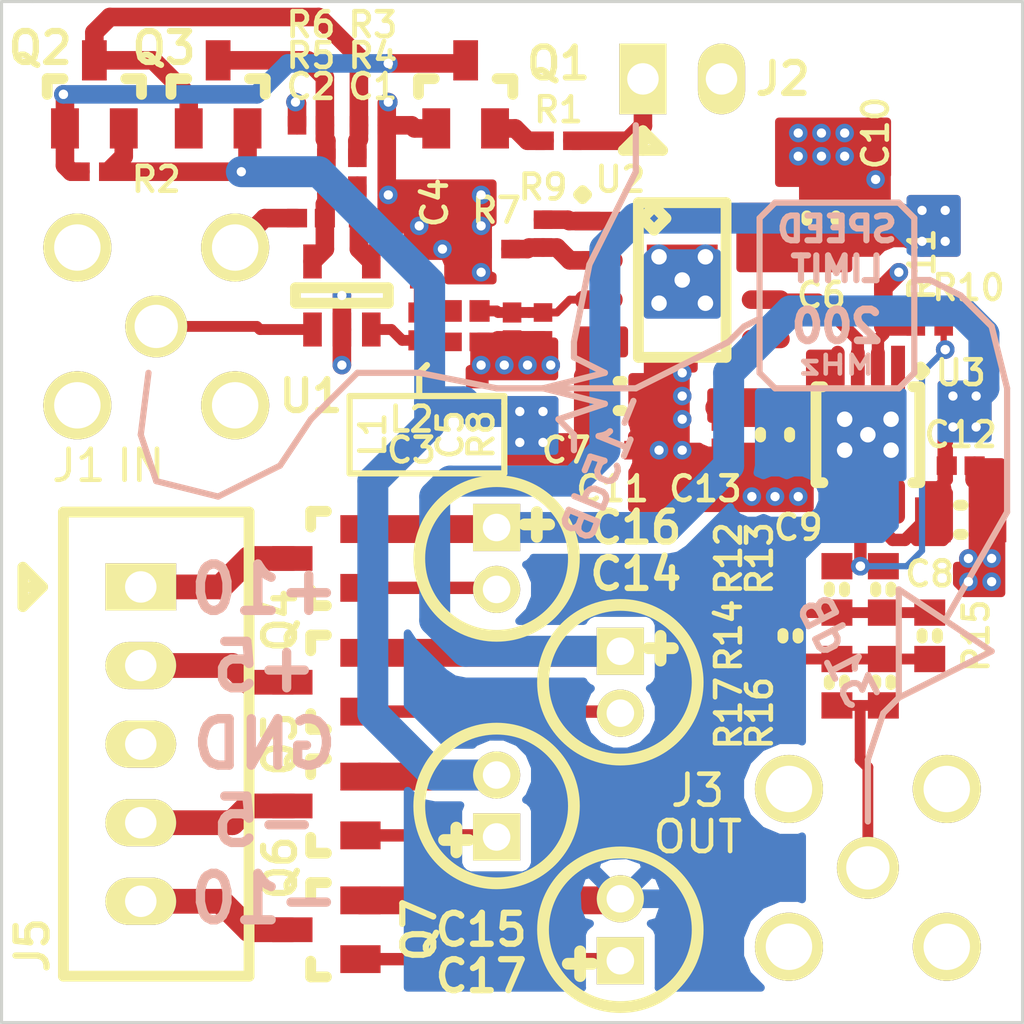
<source format=kicad_pcb>
(kicad_pcb (version 4) (host pcbnew "(2014-11-13 BZR 5275)-product")

  (general
    (links 101)
    (no_connects 0)
    (area 134.699999 81.765 168.300001 115.300001)
    (thickness 1.6)
    (drawings 66)
    (tracks 373)
    (zones 0)
    (modules 50)
    (nets 29)
  )

  (page A4)
  (layers
    (0 F.Cu signal hide)
    (1 In1.Cu signal hide)
    (2 In2.Cu signal)
    (31 B.Cu signal hide)
    (32 B.Adhes user)
    (33 F.Adhes user)
    (34 B.Paste user)
    (35 F.Paste user)
    (36 B.SilkS user)
    (37 F.SilkS user hide)
    (38 B.Mask user)
    (39 F.Mask user)
    (40 Dwgs.User user)
    (41 Cmts.User user)
    (42 Eco1.User user)
    (43 Eco2.User user)
    (44 Edge.Cuts user)
    (45 Margin user)
    (46 B.CrtYd user)
    (47 F.CrtYd user)
    (48 B.Fab user)
    (49 F.Fab user)
  )

  (setup
    (last_trace_width 0.2)
    (trace_clearance 0.2)
    (zone_clearance 0.508)
    (zone_45_only no)
    (trace_min 0.127)
    (segment_width 0.2)
    (edge_width 0.1)
    (via_size 0.889)
    (via_drill 0.635)
    (via_min_size 0.4572)
    (via_min_drill 0.254)
    (uvia_size 0.508)
    (uvia_drill 0.127)
    (uvias_allowed no)
    (uvia_min_size 0.508)
    (uvia_min_drill 0.127)
    (pcb_text_width 0.3)
    (pcb_text_size 1.5 1.5)
    (mod_edge_width 0.15)
    (mod_text_size 1 1)
    (mod_text_width 0.15)
    (pad_size 1.57 1.89)
    (pad_drill 0)
    (pad_to_mask_clearance 0)
    (aux_axis_origin 0 0)
    (visible_elements FFFFFD7F)
    (pcbplotparams
      (layerselection 0x010f0_80000007)
      (usegerberextensions true)
      (excludeedgelayer true)
      (linewidth 0.100000)
      (plotframeref false)
      (viasonmask false)
      (mode 1)
      (useauxorigin false)
      (hpglpennumber 1)
      (hpglpenspeed 20)
      (hpglpendiameter 15)
      (hpglpenoverlay 2)
      (psnegative false)
      (psa4output false)
      (plotreference true)
      (plotvalue true)
      (plotinvisibletext false)
      (padsonsilk false)
      (subtractmaskfromsilk false)
      (outputformat 1)
      (mirror false)
      (drillshape 0)
      (scaleselection 1)
      (outputdirectory ""))
  )

  (net 0 "")
  (net 1 "Net-(C1-Pad1)")
  (net 2 GND)
  (net 3 "Net-(C2-Pad1)")
  (net 4 /LPF/A)
  (net 5 "Net-(C4-Pad1)")
  (net 6 /LPF/B)
  (net 7 +5)
  (net 8 -5)
  (net 9 +10)
  (net 10 -10)
  (net 11 "Net-(J1-Pad1)")
  (net 12 "Net-(J2-Pad1)")
  (net 13 "Net-(J3-Pad1)")
  (net 14 "Net-(J5-Pad2)")
  (net 15 "Net-(J5-Pad4)")
  (net 16 "Net-(Q1-Pad2)")
  (net 17 "Net-(Q1-Pad3)")
  (net 18 "Net-(Q2-Pad3)")
  (net 19 "Net-(Q3-Pad3)")
  (net 20 "Net-(R7-Pad1)")
  (net 21 "Net-(R9-Pad1)")
  (net 22 "Net-(R10-Pad1)")
  (net 23 "Net-(R10-Pad2)")
  (net 24 "Net-(R12-Pad1)")
  (net 25 "Net-(R14-Pad1)")
  (net 26 "Net-(U2-Pad6)")
  (net 27 "Net-(J5-Pad1)")
  (net 28 "Net-(J5-Pad5)")

  (net_class Default "This is the default net class."
    (clearance 0.2)
    (trace_width 0.2)
    (via_dia 0.889)
    (via_drill 0.635)
    (uvia_dia 0.508)
    (uvia_drill 0.127)
    (add_net +10)
    (add_net +5)
    (add_net -10)
    (add_net -5)
    (add_net /LPF/A)
    (add_net /LPF/B)
    (add_net GND)
    (add_net "Net-(C1-Pad1)")
    (add_net "Net-(C2-Pad1)")
    (add_net "Net-(C4-Pad1)")
    (add_net "Net-(J1-Pad1)")
    (add_net "Net-(J2-Pad1)")
    (add_net "Net-(J3-Pad1)")
    (add_net "Net-(J5-Pad1)")
    (add_net "Net-(J5-Pad2)")
    (add_net "Net-(J5-Pad4)")
    (add_net "Net-(J5-Pad5)")
    (add_net "Net-(Q1-Pad2)")
    (add_net "Net-(Q1-Pad3)")
    (add_net "Net-(Q2-Pad3)")
    (add_net "Net-(Q3-Pad3)")
    (add_net "Net-(R10-Pad1)")
    (add_net "Net-(R10-Pad2)")
    (add_net "Net-(R12-Pad1)")
    (add_net "Net-(R14-Pad1)")
    (add_net "Net-(R7-Pad1)")
    (add_net "Net-(R9-Pad1)")
    (add_net "Net-(U2-Pad6)")
  )

  (module IPC7351-Nominal:SOIC127P600X175-9 (layer F.Cu) (tedit 54690E3A) (tstamp 5468EEB8)
    (at 157 91)
    (path /546820BC)
    (fp_text reference U2 (at -2 -3.25) (layer F.SilkS)
      (effects (font (size 0.8 0.8) (thickness 0.15)))
    )
    (fp_text value AD8000YRDZ (at 0 0) (layer F.SilkS) hide
      (effects (font (size 0.8 0.8) (thickness 0.15)))
    )
    (fp_line (start 1.417 -2.5) (end -1.417 -2.5) (layer F.SilkS) (width 0.35))
    (fp_line (start -1.417 -2.5) (end -1.417 2.5) (layer F.SilkS) (width 0.35))
    (fp_line (start -1.417 2.5) (end 1.417 2.5) (layer F.SilkS) (width 0.35))
    (fp_line (start 1.417 2.5) (end 1.417 -2.5) (layer F.SilkS) (width 0.35))
    (fp_line (start -3.348 -2.759) (end -3.221 -2.886) (layer F.SilkS) (width 0.35))
    (fp_line (start -3.221 -2.886) (end -3.094 -2.759) (layer F.SilkS) (width 0.35))
    (fp_line (start -3.094 -2.759) (end -3.221 -2.632) (layer F.SilkS) (width 0.35))
    (fp_line (start -3.221 -2.632) (end -3.348 -2.759) (layer F.SilkS) (width 0.35))
    (fp_line (start -1.29 -1.992) (end -0.909 -2.373) (layer F.SilkS) (width 0.35))
    (fp_line (start -0.909 -2.373) (end -0.528 -1.992) (layer F.SilkS) (width 0.35))
    (fp_line (start -0.528 -1.992) (end -0.909 -1.611) (layer F.SilkS) (width 0.35))
    (fp_line (start -0.909 -1.611) (end -1.29 -1.992) (layer F.SilkS) (width 0.35))
    (pad 1 smd rect (at -2.7 -1.905) (size 1.55 0.6) (layers F.Cu F.Paste F.Mask)
      (net 21 "Net-(R9-Pad1)"))
    (pad 2 smd oval (at -2.7 -0.635) (size 1.55 0.6) (layers F.Cu F.Paste F.Mask)
      (net 20 "Net-(R7-Pad1)"))
    (pad 3 smd oval (at -2.7 0.635) (size 1.55 0.6) (layers F.Cu F.Paste F.Mask)
      (net 6 /LPF/B))
    (pad 4 smd oval (at -2.7 1.905) (size 1.55 0.6) (layers F.Cu F.Paste F.Mask)
      (net 8 -5))
    (pad 5 smd oval (at 2.7 1.905) (size 1.55 0.6) (layers F.Cu F.Paste F.Mask))
    (pad 6 smd oval (at 2.7 0.635) (size 1.55 0.6) (layers F.Cu F.Paste F.Mask)
      (net 26 "Net-(U2-Pad6)"))
    (pad 7 smd oval (at 2.7 -0.635) (size 1.55 0.6) (layers F.Cu F.Paste F.Mask)
      (net 7 +5))
    (pad 8 smd oval (at 2.7 -1.905) (size 1.55 0.6) (layers F.Cu F.Paste F.Mask)
      (net 7 +5))
    (pad 9 smd rect (at 0 0) (size 2.29 2.29) (layers F.Cu F.Paste F.Mask)
      (net 2 GND))
    (model smd_dil/so-8.wrl
      (at (xyz 0 0 0))
      (scale (xyz 1 1 1))
      (rotate (xyz 0 0 90))
    )
  )

  (module IPC-semi-nominal:SOT-23 (layer F.Cu) (tedit 54690E80) (tstamp 5468EF02)
    (at 142 85 90)
    (path /5467C38B)
    (fp_text reference Q3 (at 1.5 -1.75 180) (layer F.SilkS)
      (effects (font (size 1 1) (thickness 0.2)))
    )
    (fp_text value 2N7002 (at 0 0 90) (layer F.SilkS) hide
      (effects (font (size 1 1) (thickness 0.2)))
    )
    (fp_line (start -2 -2) (end 2 -2) (layer Dwgs.User) (width 0.15))
    (fp_line (start 2 -2) (end 2 2) (layer Dwgs.User) (width 0.15))
    (fp_line (start 2 2) (end -2 2) (layer Dwgs.User) (width 0.15))
    (fp_line (start -2 2) (end -2 -2) (layer Dwgs.User) (width 0.15))
    (fp_line (start 0.508 1.016) (end 0.508 1.524) (layer F.SilkS) (width 0.35))
    (fp_line (start 0.508 1.524) (end 0 1.524) (layer F.SilkS) (width 0.35))
    (fp_line (start 0 -1.524) (end 0.508 -1.524) (layer F.SilkS) (width 0.35))
    (fp_line (start 0.508 -1.524) (end 0.508 -1.016) (layer F.SilkS) (width 0.35))
    (pad 1 smd rect (at -1.1 -0.95 90) (size 1.3 0.9) (layers F.Cu F.Paste F.Mask)
      (net 18 "Net-(Q2-Pad3)"))
    (pad 2 smd rect (at -1.1 0.95 90) (size 1.3 0.9) (layers F.Cu F.Paste F.Mask)
      (net 8 -5))
    (pad 3 smd rect (at 1.1 0 90) (size 1.3 0.8) (layers F.Cu F.Paste F.Mask)
      (net 19 "Net-(Q3-Pad3)"))
    (model smd_trans/sot23.wrl
      (at (xyz 0 0 0))
      (scale (xyz 1 1 1))
      (rotate (xyz 0 0 90))
    )
  )

  (module conn:CONN_2-SIL (layer F.Cu) (tedit 54690E3C) (tstamp 5468EF7E)
    (at 157 84.5)
    (path /5467DD72)
    (fp_text reference J2 (at 3.25 0 180) (layer F.SilkS)
      (effects (font (size 1.00076 1.00076) (thickness 0.2032)))
    )
    (fp_text value CTRL (at 0 -1.39954) (layer F.SilkS) hide
      (effects (font (size 1.00076 1.00076) (thickness 0.2032)))
    )
    (fp_line (start -1.27 1.675) (end -1.905 2.31) (layer F.SilkS) (width 0.35))
    (fp_line (start -1.905 2.31) (end -0.635 2.31) (layer F.SilkS) (width 0.35))
    (fp_line (start -0.635 2.31) (end -1.27 1.675) (layer F.SilkS) (width 0.35))
    (fp_line (start -1.27 1.675) (end -1.27 2.31) (layer F.SilkS) (width 0.35))
    (pad 1 thru_hole rect (at -1.27 0) (size 1.524 2.286) (drill 1.016) (layers *.Cu *.Mask F.SilkS)
      (net 12 "Net-(J2-Pad1)"))
    (pad 2 thru_hole oval (at 1.27 0) (size 1.524 2.286) (drill 1.016) (layers *.Cu *.Mask F.SilkS)
      (net 2 GND))
    (model pin_strip/pin_strip_2.wrl
      (at (xyz 0 0 0))
      (scale (xyz 1 1 1))
      (rotate (xyz 0 0 0))
    )
  )

  (module IPC7351-Nominal:CAPC1005X55 (layer F.Cu) (tedit 54690E77) (tstamp 5468EF77)
    (at 147 89)
    (path /5467CC26)
    (fp_text reference C1 (at 0 -4.25) (layer F.SilkS)
      (effects (font (size 0.8 0.8) (thickness 0.15)))
    )
    (fp_text value 1n (at 0 0) (layer F.SilkS) hide
      (effects (font (size 0.8 0.8) (thickness 0.15)))
    )
    (pad 1 smd rect (at -0.45 0) (size 0.65 0.6) (layers F.Cu F.Paste F.Mask)
      (net 1 "Net-(C1-Pad1)"))
    (pad 2 smd rect (at 0.45 0) (size 0.65 0.6) (layers F.Cu F.Paste F.Mask)
      (net 2 GND))
    (model smd_cap/c_0402.wrl
      (at (xyz 0 0 0))
      (scale (xyz 1 1 1))
      (rotate (xyz 0 0 0))
    )
  )

  (module IPC7351-Nominal:CAPC1005X55 (layer F.Cu) (tedit 54690E73) (tstamp 5468EF70)
    (at 145 89 180)
    (path /5467CF43)
    (fp_text reference C2 (at 0 4.25 180) (layer F.SilkS)
      (effects (font (size 0.8 0.8) (thickness 0.15)))
    )
    (fp_text value 1n (at 0 0 180) (layer F.SilkS) hide
      (effects (font (size 0.8 0.8) (thickness 0.15)))
    )
    (pad 1 smd rect (at -0.45 0 180) (size 0.65 0.6) (layers F.Cu F.Paste F.Mask)
      (net 3 "Net-(C2-Pad1)"))
    (pad 2 smd rect (at 0.45 0 180) (size 0.65 0.6) (layers F.Cu F.Paste F.Mask)
      (net 2 GND))
    (model smd_cap/c_0402.wrl
      (at (xyz 0 0 0))
      (scale (xyz 1 1 1))
      (rotate (xyz 0 0 0))
    )
  )

  (module IPC7351-Nominal:CAPC1005X55 (layer F.Cu) (tedit 54690CF3) (tstamp 5468EF69)
    (at 150 93)
    (path /5468C5A8/5468C8BB)
    (fp_text reference C3 (at -1.75 3.5) (layer F.SilkS)
      (effects (font (size 0.8 0.8) (thickness 0.15)))
    )
    (fp_text value 33p (at 0 0) (layer F.SilkS) hide
      (effects (font (size 0.8 0.8) (thickness 0.15)))
    )
    (pad 1 smd rect (at -0.45 0) (size 0.65 0.6) (layers F.Cu F.Paste F.Mask)
      (net 4 /LPF/A))
    (pad 2 smd rect (at 0.45 0) (size 0.65 0.6) (layers F.Cu F.Paste F.Mask)
      (net 2 GND))
    (model smd_cap/c_0402.wrl
      (at (xyz 0 0 0))
      (scale (xyz 1 1 1))
      (rotate (xyz 0 0 0))
    )
  )

  (module IPC7351-Nominal:CAPC1005X55 (layer F.Cu) (tedit 54690F89) (tstamp 5468EF62)
    (at 148.5 90.5 90)
    (path /5468C5A8/5468C8CB)
    (fp_text reference C4 (at 2 0.5 90) (layer F.SilkS)
      (effects (font (size 0.8 0.8) (thickness 0.15)))
    )
    (fp_text value 47p (at 0 0 90) (layer F.SilkS) hide
      (effects (font (size 0.8 0.8) (thickness 0.15)))
    )
    (pad 1 smd rect (at -0.45 0 90) (size 0.65 0.6) (layers F.Cu F.Paste F.Mask)
      (net 5 "Net-(C4-Pad1)"))
    (pad 2 smd rect (at 0.45 0 90) (size 0.65 0.6) (layers F.Cu F.Paste F.Mask)
      (net 2 GND))
    (model smd_cap/c_0402.wrl
      (at (xyz 0 0 0))
      (scale (xyz 1 1 1))
      (rotate (xyz 0 0 0))
    )
  )

  (module IPC7351-Nominal:CAPC1005X55 (layer F.Cu) (tedit 54690CF7) (tstamp 5468EF5B)
    (at 151.5 92.5 270)
    (path /5468C5A8/5468C8D5)
    (fp_text reference C5 (at 3.5 2 270) (layer F.SilkS)
      (effects (font (size 0.8 0.8) (thickness 0.15)))
    )
    (fp_text value 33p (at 0 0 270) (layer F.SilkS) hide
      (effects (font (size 0.8 0.8) (thickness 0.15)))
    )
    (pad 1 smd rect (at -0.45 0 270) (size 0.65 0.6) (layers F.Cu F.Paste F.Mask)
      (net 6 /LPF/B))
    (pad 2 smd rect (at 0.45 0 270) (size 0.65 0.6) (layers F.Cu F.Paste F.Mask)
      (net 2 GND))
    (model smd_cap/c_0402.wrl
      (at (xyz 0 0 0))
      (scale (xyz 1 1 1))
      (rotate (xyz 0 0 0))
    )
  )

  (module IPC7351-Nominal:CAPC2012X70 (layer F.Cu) (tedit 54690E45) (tstamp 5468EF54)
    (at 161.5 89 90)
    (path /546936E7/54693C1F)
    (fp_text reference C6 (at -2.5 0 180) (layer F.SilkS)
      (effects (font (size 0.8 0.8) (thickness 0.15)))
    )
    (fp_text value 100n (at 0 0 90) (layer F.SilkS) hide
      (effects (font (size 0.8 0.8) (thickness 0.15)))
    )
    (fp_line (start -0.071 0.471) (end 0.071 0.471) (layer F.SilkS) (width 0.35))
    (fp_line (start 0.071 0.471) (end -0.071 0.471) (layer F.SilkS) (width 0.35))
    (fp_line (start -0.071 -0.471) (end 0.071 -0.471) (layer F.SilkS) (width 0.35))
    (fp_line (start 0.071 -0.471) (end -0.071 -0.471) (layer F.SilkS) (width 0.35))
    (pad 1 smd rect (at -0.9 0 90) (size 1.15 1.45) (layers F.Cu F.Paste F.Mask)
      (net 7 +5))
    (pad 2 smd rect (at 0.9 0 90) (size 1.15 1.45) (layers F.Cu F.Paste F.Mask)
      (net 2 GND))
    (model smd_cap/c_0805.wrl
      (at (xyz 0 0 0))
      (scale (xyz 1 1 1))
      (rotate (xyz 0 0 0))
    )
  )

  (module IPC7351-Nominal:CAPC2012X70 (layer F.Cu) (tedit 54690E31) (tstamp 5468EF4D)
    (at 155 94.75)
    (path /546936E7/5469420D)
    (fp_text reference C7 (at -1.75 1.75 180) (layer F.SilkS)
      (effects (font (size 0.8 0.8) (thickness 0.15)))
    )
    (fp_text value 100n (at 0 0) (layer F.SilkS) hide
      (effects (font (size 0.8 0.8) (thickness 0.15)))
    )
    (fp_line (start -0.071 0.471) (end 0.071 0.471) (layer F.SilkS) (width 0.35))
    (fp_line (start 0.071 0.471) (end -0.071 0.471) (layer F.SilkS) (width 0.35))
    (fp_line (start -0.071 -0.471) (end 0.071 -0.471) (layer F.SilkS) (width 0.35))
    (fp_line (start 0.071 -0.471) (end -0.071 -0.471) (layer F.SilkS) (width 0.35))
    (pad 1 smd rect (at -0.9 0) (size 1.15 1.45) (layers F.Cu F.Paste F.Mask)
      (net 8 -5))
    (pad 2 smd rect (at 0.9 0) (size 1.15 1.45) (layers F.Cu F.Paste F.Mask)
      (net 2 GND))
    (model smd_cap/c_0805.wrl
      (at (xyz 0 0 0))
      (scale (xyz 1 1 1))
      (rotate (xyz 0 0 0))
    )
  )

  (module IPC7351-Nominal:CAPC2012X70 (layer F.Cu) (tedit 54690DFA) (tstamp 5468F7DD)
    (at 166 98.75)
    (path /546936E7/54683009)
    (fp_text reference C8 (at -1 1.75) (layer F.SilkS)
      (effects (font (size 0.8 0.8) (thickness 0.15)))
    )
    (fp_text value 100n (at 0 0) (layer F.SilkS) hide
      (effects (font (size 0.8 0.8) (thickness 0.15)))
    )
    (fp_line (start -0.071 0.471) (end 0.071 0.471) (layer F.SilkS) (width 0.35))
    (fp_line (start 0.071 0.471) (end -0.071 0.471) (layer F.SilkS) (width 0.35))
    (fp_line (start -0.071 -0.471) (end 0.071 -0.471) (layer F.SilkS) (width 0.35))
    (fp_line (start 0.071 -0.471) (end -0.071 -0.471) (layer F.SilkS) (width 0.35))
    (pad 1 smd rect (at -0.9 0) (size 1.15 1.45) (layers F.Cu F.Paste F.Mask)
      (net 9 +10))
    (pad 2 smd rect (at 0.9 0) (size 1.15 1.45) (layers F.Cu F.Paste F.Mask)
      (net 2 GND))
    (model smd_cap/c_0805.wrl
      (at (xyz 0 0 0))
      (scale (xyz 1 1 1))
      (rotate (xyz 0 0 0))
    )
  )

  (module IPC7351-Nominal:CAPC2012X70 (layer F.Cu) (tedit 54690E1A) (tstamp 5468F782)
    (at 160 96 270)
    (path /546936E7/54683038)
    (fp_text reference C9 (at 3 -0.75 360) (layer F.SilkS)
      (effects (font (size 0.8 0.8) (thickness 0.15)))
    )
    (fp_text value 100n (at 0 0 270) (layer F.SilkS) hide
      (effects (font (size 0.8 0.8) (thickness 0.15)))
    )
    (fp_line (start -0.071 0.471) (end 0.071 0.471) (layer F.SilkS) (width 0.35))
    (fp_line (start 0.071 0.471) (end -0.071 0.471) (layer F.SilkS) (width 0.35))
    (fp_line (start -0.071 -0.471) (end 0.071 -0.471) (layer F.SilkS) (width 0.35))
    (fp_line (start 0.071 -0.471) (end -0.071 -0.471) (layer F.SilkS) (width 0.35))
    (pad 1 smd rect (at -0.9 0 270) (size 1.15 1.45) (layers F.Cu F.Paste F.Mask)
      (net 10 -10))
    (pad 2 smd rect (at 0.9 0 270) (size 1.15 1.45) (layers F.Cu F.Paste F.Mask)
      (net 2 GND))
    (model smd_cap/c_0805.wrl
      (at (xyz 0 0 0))
      (scale (xyz 1 1 1))
      (rotate (xyz 0 0 0))
    )
  )

  (module IPC7351-Nominal:CAPC1005X55 (layer F.Cu) (tedit 54690E4B) (tstamp 5468EF46)
    (at 163.25 89 90)
    (path /546936E7/54693CE1)
    (fp_text reference C10 (at 2.75 0 90) (layer F.SilkS)
      (effects (font (size 0.8 0.8) (thickness 0.15)))
    )
    (fp_text value 1n (at 0 0 90) (layer F.SilkS) hide
      (effects (font (size 0.8 0.8) (thickness 0.15)))
    )
    (pad 1 smd rect (at -0.45 0 90) (size 0.65 0.6) (layers F.Cu F.Paste F.Mask)
      (net 7 +5))
    (pad 2 smd rect (at 0.45 0 90) (size 0.65 0.6) (layers F.Cu F.Paste F.Mask)
      (net 2 GND))
    (model smd_cap/c_0402.wrl
      (at (xyz 0 0 0))
      (scale (xyz 1 1 1))
      (rotate (xyz 0 0 0))
    )
  )

  (module IPC7351-Nominal:CAPC1005X55 (layer F.Cu) (tedit 54690E2B) (tstamp 5468E8C4)
    (at 155 96.5)
    (path /546936E7/54694213)
    (fp_text reference C11 (at -0.25 1.25) (layer F.SilkS)
      (effects (font (size 0.8 0.8) (thickness 0.15)))
    )
    (fp_text value 1n (at 0 0) (layer F.SilkS) hide
      (effects (font (size 0.8 0.8) (thickness 0.15)))
    )
    (pad 1 smd rect (at -0.45 0) (size 0.65 0.6) (layers F.Cu F.Paste F.Mask)
      (net 8 -5))
    (pad 2 smd rect (at 0.45 0) (size 0.65 0.6) (layers F.Cu F.Paste F.Mask)
      (net 2 GND))
    (model smd_cap/c_0402.wrl
      (at (xyz 0 0 0))
      (scale (xyz 1 1 1))
      (rotate (xyz 0 0 0))
    )
  )

  (module IPC7351-Nominal:CAPC1005X55 (layer F.Cu) (tedit 54690E01) (tstamp 5468E8CA)
    (at 166 97)
    (path /546936E7/5468300F)
    (fp_text reference C12 (at 0 -1) (layer F.SilkS)
      (effects (font (size 0.8 0.8) (thickness 0.15)))
    )
    (fp_text value 1n (at 0 0) (layer F.SilkS) hide
      (effects (font (size 0.8 0.8) (thickness 0.15)))
    )
    (pad 1 smd rect (at -0.45 0) (size 0.65 0.6) (layers F.Cu F.Paste F.Mask)
      (net 9 +10))
    (pad 2 smd rect (at 0.45 0) (size 0.65 0.6) (layers F.Cu F.Paste F.Mask)
      (net 2 GND))
    (model smd_cap/c_0402.wrl
      (at (xyz 0 0 0))
      (scale (xyz 1 1 1))
      (rotate (xyz 0 0 0))
    )
  )

  (module IPC7351-Nominal:CAPC1005X55 (layer F.Cu) (tedit 54690E24) (tstamp 5468F777)
    (at 158.25 96 270)
    (path /546936E7/5468303E)
    (fp_text reference C13 (at 1.75 0.5 540) (layer F.SilkS)
      (effects (font (size 0.8 0.8) (thickness 0.15)))
    )
    (fp_text value 1n (at 0 0 270) (layer F.SilkS) hide
      (effects (font (size 0.8 0.8) (thickness 0.15)))
    )
    (pad 1 smd rect (at -0.45 0 270) (size 0.65 0.6) (layers F.Cu F.Paste F.Mask)
      (net 10 -10))
    (pad 2 smd rect (at 0.45 0 270) (size 0.65 0.6) (layers F.Cu F.Paste F.Mask)
      (net 2 GND))
    (model smd_cap/c_0402.wrl
      (at (xyz 0 0 0))
      (scale (xyz 1 1 1))
      (rotate (xyz 0 0 0))
    )
  )

  (module passive:C-ALUM-5mm (layer F.Cu) (tedit 54690D13) (tstamp 5468EF3F)
    (at 155 104 270)
    (path /546936E7/54694948)
    (fp_text reference C14 (at -3.5 -0.5 360) (layer F.SilkS)
      (effects (font (size 1.00076 1.00076) (thickness 0.2032)))
    )
    (fp_text value 10u (at 0 0 270) (layer F.SilkS) hide
      (effects (font (size 1.00076 1.00076) (thickness 0.2032)))
    )
    (fp_circle (center 0 0) (end 2.49936 0) (layer F.SilkS) (width 0.381))
    (fp_line (start -0.6985 -1.30048) (end -1.4986 -1.30048) (layer F.SilkS) (width 0.381))
    (fp_line (start -1.09982 -0.89916) (end -1.09982 -1.69926) (layer F.SilkS) (width 0.381))
    (pad 1 thru_hole rect (at -1.00076 0 270) (size 1.524 1.524) (drill 0.889) (layers *.Cu *.Mask F.SilkS)
      (net 7 +5))
    (pad 2 thru_hole circle (at 1.00076 0 270) (size 1.524 1.524) (drill 0.889) (layers *.Cu *.Mask F.SilkS)
      (net 2 GND))
    (model capacitors/cp_5x11mm.wrl
      (at (xyz 0 0 0))
      (scale (xyz 1 1 1))
      (rotate (xyz 0 0 90))
    )
  )

  (module passive:C-ALUM-5mm (layer F.Cu) (tedit 54690D17) (tstamp 5468EF38)
    (at 151 108 90)
    (path /546936E7/54694236)
    (fp_text reference C15 (at -4 -0.5 180) (layer F.SilkS)
      (effects (font (size 1.00076 1.00076) (thickness 0.2032)))
    )
    (fp_text value 10u (at 0 0 90) (layer F.SilkS) hide
      (effects (font (size 1.00076 1.00076) (thickness 0.2032)))
    )
    (fp_circle (center 0 0) (end 2.49936 0) (layer F.SilkS) (width 0.381))
    (fp_line (start -0.6985 -1.30048) (end -1.4986 -1.30048) (layer F.SilkS) (width 0.381))
    (fp_line (start -1.09982 -0.89916) (end -1.09982 -1.69926) (layer F.SilkS) (width 0.381))
    (pad 1 thru_hole rect (at -1.00076 0 90) (size 1.524 1.524) (drill 0.889) (layers *.Cu *.Mask F.SilkS)
      (net 2 GND))
    (pad 2 thru_hole circle (at 1.00076 0 90) (size 1.524 1.524) (drill 0.889) (layers *.Cu *.Mask F.SilkS)
      (net 8 -5))
    (model capacitors/cp_5x11mm.wrl
      (at (xyz 0 0 0))
      (scale (xyz 1 1 1))
      (rotate (xyz 0 0 90))
    )
  )

  (module passive:C-ALUM-5mm (layer F.Cu) (tedit 54690D11) (tstamp 5468FB20)
    (at 151 100 270)
    (path /546936E7/5468307D)
    (fp_text reference C16 (at -1 -4.5 360) (layer F.SilkS)
      (effects (font (size 1.00076 1.00076) (thickness 0.2032)))
    )
    (fp_text value 10u (at 0 0 270) (layer F.SilkS) hide
      (effects (font (size 1.00076 1.00076) (thickness 0.2032)))
    )
    (fp_circle (center 0 0) (end 2.49936 0) (layer F.SilkS) (width 0.381))
    (fp_line (start -0.6985 -1.30048) (end -1.4986 -1.30048) (layer F.SilkS) (width 0.381))
    (fp_line (start -1.09982 -0.89916) (end -1.09982 -1.69926) (layer F.SilkS) (width 0.381))
    (pad 1 thru_hole rect (at -1.00076 0 270) (size 1.524 1.524) (drill 0.889) (layers *.Cu *.Mask F.SilkS)
      (net 9 +10))
    (pad 2 thru_hole circle (at 1.00076 0 270) (size 1.524 1.524) (drill 0.889) (layers *.Cu *.Mask F.SilkS)
      (net 2 GND))
    (model capacitors/cp_5x11mm.wrl
      (at (xyz 0 0 0))
      (scale (xyz 1 1 1))
      (rotate (xyz 0 0 90))
    )
  )

  (module passive:C-ALUM-5mm (layer F.Cu) (tedit 54690D1C) (tstamp 5468EF31)
    (at 155 112 90)
    (path /546936E7/54683055)
    (fp_text reference C17 (at -1.5 -4.5 180) (layer F.SilkS)
      (effects (font (size 1.00076 1.00076) (thickness 0.2032)))
    )
    (fp_text value 10u (at 0 0 90) (layer F.SilkS) hide
      (effects (font (size 1.00076 1.00076) (thickness 0.2032)))
    )
    (fp_circle (center 0 0) (end 2.49936 0) (layer F.SilkS) (width 0.381))
    (fp_line (start -0.6985 -1.30048) (end -1.4986 -1.30048) (layer F.SilkS) (width 0.381))
    (fp_line (start -1.09982 -0.89916) (end -1.09982 -1.69926) (layer F.SilkS) (width 0.381))
    (pad 1 thru_hole rect (at -1.00076 0 90) (size 1.524 1.524) (drill 0.889) (layers *.Cu *.Mask F.SilkS)
      (net 2 GND))
    (pad 2 thru_hole circle (at 1.00076 0 90) (size 1.524 1.524) (drill 0.889) (layers *.Cu *.Mask F.SilkS)
      (net 10 -10))
    (model capacitors/cp_5x11mm.wrl
      (at (xyz 0 0 0))
      (scale (xyz 1 1 1))
      (rotate (xyz 0 0 90))
    )
  )

  (module conn:CONN-2_CONSMA001 (layer F.Cu) (tedit 54690E8D) (tstamp 5468EF2A)
    (at 140 92.5)
    (path /54678676)
    (fp_text reference J1 (at -2.5 4.5) (layer F.SilkS)
      (effects (font (size 1 1) (thickness 0.15)))
    )
    (fp_text value IN (at -0.5 4.5) (layer F.SilkS)
      (effects (font (size 1 1) (thickness 0.15)))
    )
    (fp_circle (center 0 0) (end 5 0) (layer F.CrtYd) (width 0.2))
    (pad 1 thru_hole circle (at 0 0) (size 2 2) (drill 1.4) (layers *.Cu *.Mask F.SilkS)
      (net 11 "Net-(J1-Pad1)"))
    (pad 2 thru_hole circle (at -2.55 -2.55) (size 2.2 2.2) (drill 1.5) (layers *.Cu *.Mask F.SilkS)
      (net 2 GND))
    (pad 2 thru_hole circle (at 2.55 -2.55) (size 2.2 2.2) (drill 1.5) (layers *.Cu *.Mask F.SilkS)
      (net 2 GND))
    (pad 2 thru_hole circle (at -2.55 2.55) (size 2.2 2.2) (drill 1.5) (layers *.Cu *.Mask F.SilkS)
      (net 2 GND))
    (pad 2 thru_hole circle (at 2.55 2.55) (size 2.2 2.2) (drill 1.5) (layers *.Cu *.Mask F.SilkS)
      (net 2 GND))
    (model conn_rf/sma_straight_32k101-400l5.wrl
      (at (xyz 0 0 0))
      (scale (xyz 1 1 1))
      (rotate (xyz 0 0 0))
    )
  )

  (module conn:CONN-2_CONSMA001 (layer F.Cu) (tedit 54690DA1) (tstamp 5468E90E)
    (at 163 110)
    (path /5467966A)
    (fp_text reference J3 (at -5.5 -2.5) (layer F.SilkS)
      (effects (font (size 1 1) (thickness 0.15)))
    )
    (fp_text value OUT (at -5.5 -1) (layer F.SilkS)
      (effects (font (size 1 1) (thickness 0.15)))
    )
    (fp_circle (center 0 0) (end 5 0) (layer F.CrtYd) (width 0.2))
    (pad 1 thru_hole circle (at 0 0) (size 2 2) (drill 1.4) (layers *.Cu *.Mask F.SilkS)
      (net 13 "Net-(J3-Pad1)"))
    (pad 2 thru_hole circle (at -2.55 -2.55) (size 2.2 2.2) (drill 1.5) (layers *.Cu *.Mask F.SilkS)
      (net 2 GND))
    (pad 2 thru_hole circle (at 2.55 -2.55) (size 2.2 2.2) (drill 1.5) (layers *.Cu *.Mask F.SilkS)
      (net 2 GND))
    (pad 2 thru_hole circle (at -2.55 2.55) (size 2.2 2.2) (drill 1.5) (layers *.Cu *.Mask F.SilkS)
      (net 2 GND))
    (pad 2 thru_hole circle (at 2.55 2.55) (size 2.2 2.2) (drill 1.5) (layers *.Cu *.Mask F.SilkS)
      (net 2 GND))
    (model conn_rf/sma_straight_32k101-400l5.wrl
      (at (xyz 0 0 0))
      (scale (xyz 1 1 1))
      (rotate (xyz 0 0 0))
    )
  )

  (module conn:CONN_5-SIL (layer F.Cu) (tedit 51CA7B60) (tstamp 5468E91E)
    (at 139.5 106 270)
    (path /546936E7/5468E2DF)
    (fp_text reference J5 (at 6.5 3.5 270) (layer F.SilkS)
      (effects (font (size 1.00076 1.00076) (thickness 0.2032)))
    )
    (fp_text value PWR5V (at 0.39878 -0.50038 270) (layer F.SilkS) hide
      (effects (font (size 1.00076 1.00076) (thickness 0.2032)))
    )
    (fp_line (start -5.08 3.175) (end -5.715 3.81) (layer F.SilkS) (width 0.35))
    (fp_line (start -5.715 3.81) (end -4.445 3.81) (layer F.SilkS) (width 0.35))
    (fp_line (start -4.445 3.81) (end -5.08 3.175) (layer F.SilkS) (width 0.35))
    (fp_line (start -5.08 3.175) (end -5.08 3.81) (layer F.SilkS) (width 0.35))
    (fp_line (start -7.5 -3.5) (end 7.5 -3.5) (layer F.SilkS) (width 0.35))
    (fp_line (start 7.5 -3.5) (end 7.5 2.5) (layer F.SilkS) (width 0.35))
    (fp_line (start 7.5 2.5) (end -7.5 2.5) (layer F.SilkS) (width 0.35))
    (fp_line (start -7.5 2.5) (end -7.5 -3.5) (layer F.SilkS) (width 0.35))
    (pad 1 thru_hole rect (at -5.08 0 270) (size 1.524 2.286) (drill 1.016) (layers *.Cu *.Mask F.SilkS)
      (net 27 "Net-(J5-Pad1)"))
    (pad 2 thru_hole oval (at -2.54 0 270) (size 1.524 2.286) (drill 1.016) (layers *.Cu *.Mask F.SilkS)
      (net 14 "Net-(J5-Pad2)"))
    (pad 3 thru_hole oval (at 0 0 270) (size 1.524 2.286) (drill 1.016) (layers *.Cu *.Mask F.SilkS)
      (net 2 GND))
    (pad 4 thru_hole oval (at 2.54 0 270) (size 1.524 2.286) (drill 1.016) (layers *.Cu *.Mask F.SilkS)
      (net 15 "Net-(J5-Pad4)"))
    (pad 5 thru_hole oval (at 5.08 0 270) (size 1.524 2.286) (drill 1.016) (layers *.Cu *.Mask F.SilkS)
      (net 28 "Net-(J5-Pad5)"))
    (model pin_strip/pin_strip_5.wrl
      (at (xyz 0 0 0))
      (scale (xyz 1 1 1))
      (rotate (xyz 0 0 0))
    )
  )

  (module IPC7351-Nominal:INDC1005X60 (layer F.Cu) (tedit 54690CC2) (tstamp 5468EF20)
    (at 148.5 92.5 270)
    (path /5468C5A8/5468C293)
    (fp_text reference L1 (at 3.5 1.5 270) (layer F.SilkS)
      (effects (font (size 0.8 0.8) (thickness 0.15)))
    )
    (fp_text value 43n (at 0 0 270) (layer F.SilkS) hide
      (effects (font (size 0.8 0.8) (thickness 0.15)))
    )
    (pad 1 smd rect (at -0.45 0 270) (size 0.65 0.7) (layers F.Cu F.Paste F.Mask)
      (net 5 "Net-(C4-Pad1)"))
    (pad 2 smd rect (at 0.45 0 270) (size 0.65 0.7) (layers F.Cu F.Paste F.Mask)
      (net 4 /LPF/A))
    (model smd_resistors/r_0402.wrl
      (at (xyz 0 0 0))
      (scale (xyz 1 1 1))
      (rotate (xyz 0 0 0))
    )
  )

  (module IPC7351-Nominal:INDC1005X60 (layer F.Cu) (tedit 54690CC4) (tstamp 5468F906)
    (at 150 92 180)
    (path /5468C5A8/5468CA90)
    (fp_text reference L2 (at 1.75 -3.5 180) (layer F.SilkS)
      (effects (font (size 0.8 0.8) (thickness 0.15)))
    )
    (fp_text value 43n (at 0 0 180) (layer F.SilkS) hide
      (effects (font (size 0.8 0.8) (thickness 0.15)))
    )
    (pad 1 smd rect (at -0.45 0 180) (size 0.65 0.7) (layers F.Cu F.Paste F.Mask)
      (net 6 /LPF/B))
    (pad 2 smd rect (at 0.45 0 180) (size 0.65 0.7) (layers F.Cu F.Paste F.Mask)
      (net 5 "Net-(C4-Pad1)"))
    (model smd_resistors/r_0402.wrl
      (at (xyz 0 0 0))
      (scale (xyz 1 1 1))
      (rotate (xyz 0 0 0))
    )
  )

  (module IPC-semi-nominal:SOT-23 (layer F.Cu) (tedit 54690E51) (tstamp 5468FA30)
    (at 150 85 90)
    (path /5467D969)
    (fp_text reference Q1 (at 1 3 180) (layer F.SilkS)
      (effects (font (size 1 1) (thickness 0.2)))
    )
    (fp_text value MMBT3906 (at 0 0 90) (layer F.SilkS) hide
      (effects (font (size 1 1) (thickness 0.2)))
    )
    (fp_line (start -2 -2) (end 2 -2) (layer Dwgs.User) (width 0.15))
    (fp_line (start 2 -2) (end 2 2) (layer Dwgs.User) (width 0.15))
    (fp_line (start 2 2) (end -2 2) (layer Dwgs.User) (width 0.15))
    (fp_line (start -2 2) (end -2 -2) (layer Dwgs.User) (width 0.15))
    (fp_line (start 0.508 1.016) (end 0.508 1.524) (layer F.SilkS) (width 0.35))
    (fp_line (start 0.508 1.524) (end 0 1.524) (layer F.SilkS) (width 0.35))
    (fp_line (start 0 -1.524) (end 0.508 -1.524) (layer F.SilkS) (width 0.35))
    (fp_line (start 0.508 -1.524) (end 0.508 -1.016) (layer F.SilkS) (width 0.35))
    (pad 1 smd rect (at -1.1 -0.95 90) (size 1.3 0.9) (layers F.Cu F.Paste F.Mask)
      (net 2 GND))
    (pad 2 smd rect (at -1.1 0.95 90) (size 1.3 0.9) (layers F.Cu F.Paste F.Mask)
      (net 16 "Net-(Q1-Pad2)"))
    (pad 3 smd rect (at 1.1 0 90) (size 1.3 0.8) (layers F.Cu F.Paste F.Mask)
      (net 17 "Net-(Q1-Pad3)"))
    (model smd_trans/sot23.wrl
      (at (xyz 0 0 0))
      (scale (xyz 1 1 1))
      (rotate (xyz 0 0 90))
    )
  )

  (module IPC-semi-nominal:SOT-23 (layer F.Cu) (tedit 54690E7F) (tstamp 5468EF0A)
    (at 138 85 90)
    (path /5467C2FE)
    (fp_text reference Q2 (at 1.5 -1.75 180) (layer F.SilkS)
      (effects (font (size 1 1) (thickness 0.2)))
    )
    (fp_text value 2N7002 (at 0 0 90) (layer F.SilkS) hide
      (effects (font (size 1 1) (thickness 0.2)))
    )
    (fp_line (start -2 -2) (end 2 -2) (layer Dwgs.User) (width 0.15))
    (fp_line (start 2 -2) (end 2 2) (layer Dwgs.User) (width 0.15))
    (fp_line (start 2 2) (end -2 2) (layer Dwgs.User) (width 0.15))
    (fp_line (start -2 2) (end -2 -2) (layer Dwgs.User) (width 0.15))
    (fp_line (start 0.508 1.016) (end 0.508 1.524) (layer F.SilkS) (width 0.35))
    (fp_line (start 0.508 1.524) (end 0 1.524) (layer F.SilkS) (width 0.35))
    (fp_line (start 0 -1.524) (end 0.508 -1.524) (layer F.SilkS) (width 0.35))
    (fp_line (start 0.508 -1.524) (end 0.508 -1.016) (layer F.SilkS) (width 0.35))
    (pad 1 smd rect (at -1.1 -0.95 90) (size 1.3 0.9) (layers F.Cu F.Paste F.Mask)
      (net 17 "Net-(Q1-Pad3)"))
    (pad 2 smd rect (at -1.1 0.95 90) (size 1.3 0.9) (layers F.Cu F.Paste F.Mask)
      (net 8 -5))
    (pad 3 smd rect (at 1.1 0 90) (size 1.3 0.8) (layers F.Cu F.Paste F.Mask)
      (net 18 "Net-(Q2-Pad3)"))
    (model smd_trans/sot23.wrl
      (at (xyz 0 0 0))
      (scale (xyz 1 1 1))
      (rotate (xyz 0 0 90))
    )
  )

  (module IPC-semi-nominal:SOT-23 (layer F.Cu) (tedit 54690E93) (tstamp 5468E946)
    (at 145.5 100 180)
    (path /546936E7/5469160A)
    (fp_text reference Q4 (at 1.5 -2 270) (layer F.SilkS)
      (effects (font (size 1 1) (thickness 0.2)))
    )
    (fp_text value PMV160UP (at 0 0 180) (layer F.SilkS) hide
      (effects (font (size 1 1) (thickness 0.2)))
    )
    (fp_line (start -2 -2) (end 2 -2) (layer Dwgs.User) (width 0.15))
    (fp_line (start 2 -2) (end 2 2) (layer Dwgs.User) (width 0.15))
    (fp_line (start 2 2) (end -2 2) (layer Dwgs.User) (width 0.15))
    (fp_line (start -2 2) (end -2 -2) (layer Dwgs.User) (width 0.15))
    (fp_line (start 0.508 1.016) (end 0.508 1.524) (layer F.SilkS) (width 0.35))
    (fp_line (start 0.508 1.524) (end 0 1.524) (layer F.SilkS) (width 0.35))
    (fp_line (start 0 -1.524) (end 0.508 -1.524) (layer F.SilkS) (width 0.35))
    (fp_line (start 0.508 -1.524) (end 0.508 -1.016) (layer F.SilkS) (width 0.35))
    (pad 1 smd rect (at -1.1 -0.95 180) (size 1.3 0.9) (layers F.Cu F.Paste F.Mask)
      (net 2 GND))
    (pad 2 smd rect (at -1.1 0.95 180) (size 1.3 0.9) (layers F.Cu F.Paste F.Mask)
      (net 9 +10))
    (pad 3 smd rect (at 1.1 0 180) (size 1.3 0.8) (layers F.Cu F.Paste F.Mask)
      (net 27 "Net-(J5-Pad1)"))
    (model smd_trans/sot23.wrl
      (at (xyz 0 0 0))
      (scale (xyz 1 1 1))
      (rotate (xyz 0 0 90))
    )
  )

  (module IPC-semi-nominal:SOT-23 (layer F.Cu) (tedit 54690E95) (tstamp 5468E94D)
    (at 145.5 104 180)
    (path /546936E7/546918CA)
    (fp_text reference Q5 (at 1.5 -2 270) (layer F.SilkS)
      (effects (font (size 1 1) (thickness 0.2)))
    )
    (fp_text value PMV160UP (at 0 0 180) (layer F.SilkS) hide
      (effects (font (size 1 1) (thickness 0.2)))
    )
    (fp_line (start -2 -2) (end 2 -2) (layer Dwgs.User) (width 0.15))
    (fp_line (start 2 -2) (end 2 2) (layer Dwgs.User) (width 0.15))
    (fp_line (start 2 2) (end -2 2) (layer Dwgs.User) (width 0.15))
    (fp_line (start -2 2) (end -2 -2) (layer Dwgs.User) (width 0.15))
    (fp_line (start 0.508 1.016) (end 0.508 1.524) (layer F.SilkS) (width 0.35))
    (fp_line (start 0.508 1.524) (end 0 1.524) (layer F.SilkS) (width 0.35))
    (fp_line (start 0 -1.524) (end 0.508 -1.524) (layer F.SilkS) (width 0.35))
    (fp_line (start 0.508 -1.524) (end 0.508 -1.016) (layer F.SilkS) (width 0.35))
    (pad 1 smd rect (at -1.1 -0.95 180) (size 1.3 0.9) (layers F.Cu F.Paste F.Mask)
      (net 2 GND))
    (pad 2 smd rect (at -1.1 0.95 180) (size 1.3 0.9) (layers F.Cu F.Paste F.Mask)
      (net 7 +5))
    (pad 3 smd rect (at 1.1 0 180) (size 1.3 0.8) (layers F.Cu F.Paste F.Mask)
      (net 14 "Net-(J5-Pad2)"))
    (model smd_trans/sot23.wrl
      (at (xyz 0 0 0))
      (scale (xyz 1 1 1))
      (rotate (xyz 0 0 90))
    )
  )

  (module IPC7351-Nominal:RESC1005X40 (layer F.Cu) (tedit 544BC372) (tstamp 5468FA20)
    (at 153 86.5 180)
    (path /5467DB2E)
    (fp_text reference R1 (at 0 1 180) (layer F.SilkS)
      (effects (font (size 0.8 0.8) (thickness 0.15)))
    )
    (fp_text value 1k (at 0 0 180) (layer F.SilkS) hide
      (effects (font (size 0.8 0.8) (thickness 0.15)))
    )
    (pad 1 smd rect (at -0.45 0 180) (size 0.6 0.6) (layers F.Cu F.Paste F.Mask)
      (net 12 "Net-(J2-Pad1)"))
    (pad 2 smd rect (at 0.45 0 180) (size 0.6 0.6) (layers F.Cu F.Paste F.Mask)
      (net 16 "Net-(Q1-Pad2)"))
    (model smd_resistors/r_0402.wrl
      (at (xyz 0 0 0))
      (scale (xyz 1 1 1))
      (rotate (xyz 0 0 0))
    )
  )

  (module IPC7351-Nominal:RESC1005X40 (layer F.Cu) (tedit 54690E85) (tstamp 5468FA37)
    (at 138 87.5)
    (path /5467D628)
    (fp_text reference R2 (at 2 0.25) (layer F.SilkS)
      (effects (font (size 0.8 0.8) (thickness 0.15)))
    )
    (fp_text value 10k (at 0 0) (layer F.SilkS) hide
      (effects (font (size 0.8 0.8) (thickness 0.15)))
    )
    (pad 1 smd rect (at -0.45 0) (size 0.6 0.6) (layers F.Cu F.Paste F.Mask)
      (net 17 "Net-(Q1-Pad3)"))
    (pad 2 smd rect (at 0.45 0) (size 0.6 0.6) (layers F.Cu F.Paste F.Mask)
      (net 8 -5))
    (model smd_resistors/r_0402.wrl
      (at (xyz 0 0 0))
      (scale (xyz 1 1 1))
      (rotate (xyz 0 0 0))
    )
  )

  (module IPC7351-Nominal:RESC1005X40 (layer F.Cu) (tedit 54690E66) (tstamp 5468EEEC)
    (at 147 86 180)
    (path /5467C40F)
    (fp_text reference R3 (at 0 3.25 180) (layer F.SilkS)
      (effects (font (size 0.8 0.8) (thickness 0.15)))
    )
    (fp_text value 1k (at 0 0 180) (layer F.SilkS) hide
      (effects (font (size 0.8 0.8) (thickness 0.15)))
    )
    (pad 1 smd rect (at -0.45 0 180) (size 0.6 0.6) (layers F.Cu F.Paste F.Mask)
      (net 2 GND))
    (pad 2 smd rect (at 0.45 0 180) (size 0.6 0.6) (layers F.Cu F.Paste F.Mask)
      (net 18 "Net-(Q2-Pad3)"))
    (model smd_resistors/r_0402.wrl
      (at (xyz 0 0 0))
      (scale (xyz 1 1 1))
      (rotate (xyz 0 0 0))
    )
  )

  (module IPC7351-Nominal:RESC1005X40 (layer F.Cu) (tedit 54690E7A) (tstamp 5468EEE5)
    (at 146.5 87.5 90)
    (path /5467CA9D)
    (fp_text reference R4 (at 3.75 0.5 180) (layer F.SilkS)
      (effects (font (size 0.8 0.8) (thickness 0.15)))
    )
    (fp_text value 220 (at 0 0 90) (layer F.SilkS) hide
      (effects (font (size 0.8 0.8) (thickness 0.15)))
    )
    (pad 1 smd rect (at -0.45 0 90) (size 0.6 0.6) (layers F.Cu F.Paste F.Mask)
      (net 1 "Net-(C1-Pad1)"))
    (pad 2 smd rect (at 0.45 0 90) (size 0.6 0.6) (layers F.Cu F.Paste F.Mask)
      (net 18 "Net-(Q2-Pad3)"))
    (model smd_resistors/r_0402.wrl
      (at (xyz 0 0 0))
      (scale (xyz 1 1 1))
      (rotate (xyz 0 0 0))
    )
  )

  (module IPC7351-Nominal:RESC1005X40 (layer F.Cu) (tedit 54690E69) (tstamp 5468F988)
    (at 145.5 87.5 90)
    (path /5467CE2D)
    (fp_text reference R5 (at 3.75 -0.5 180) (layer F.SilkS)
      (effects (font (size 0.8 0.8) (thickness 0.15)))
    )
    (fp_text value 220 (at 0 0 90) (layer F.SilkS) hide
      (effects (font (size 0.8 0.8) (thickness 0.15)))
    )
    (pad 1 smd rect (at -0.45 0 90) (size 0.6 0.6) (layers F.Cu F.Paste F.Mask)
      (net 3 "Net-(C2-Pad1)"))
    (pad 2 smd rect (at 0.45 0 90) (size 0.6 0.6) (layers F.Cu F.Paste F.Mask)
      (net 19 "Net-(Q3-Pad3)"))
    (model smd_resistors/r_0402.wrl
      (at (xyz 0 0 0))
      (scale (xyz 1 1 1))
      (rotate (xyz 0 0 0))
    )
  )

  (module IPC7351-Nominal:RESC1005X40 (layer F.Cu) (tedit 54690E63) (tstamp 5468EED7)
    (at 145 86)
    (path /5467C5DC)
    (fp_text reference R6 (at 0 -3.25) (layer F.SilkS)
      (effects (font (size 0.8 0.8) (thickness 0.15)))
    )
    (fp_text value 1k (at 0 0) (layer F.SilkS) hide
      (effects (font (size 0.8 0.8) (thickness 0.15)))
    )
    (pad 1 smd rect (at -0.45 0) (size 0.6 0.6) (layers F.Cu F.Paste F.Mask)
      (net 2 GND))
    (pad 2 smd rect (at 0.45 0) (size 0.6 0.6) (layers F.Cu F.Paste F.Mask)
      (net 19 "Net-(Q3-Pad3)"))
    (model smd_resistors/r_0402.wrl
      (at (xyz 0 0 0))
      (scale (xyz 1 1 1))
      (rotate (xyz 0 0 0))
    )
  )

  (module IPC7351-Nominal:RESC1005X40 (layer F.Cu) (tedit 54690E58) (tstamp 5468E987)
    (at 151 90 180)
    (path /5467892E)
    (fp_text reference R7 (at 0 1.25 180) (layer F.SilkS)
      (effects (font (size 0.8 0.8) (thickness 0.15)))
    )
    (fp_text value 36 (at 0 0 180) (layer F.SilkS) hide
      (effects (font (size 0.8 0.8) (thickness 0.15)))
    )
    (pad 1 smd rect (at -0.45 0 180) (size 0.6 0.6) (layers F.Cu F.Paste F.Mask)
      (net 20 "Net-(R7-Pad1)"))
    (pad 2 smd rect (at 0.45 0 180) (size 0.6 0.6) (layers F.Cu F.Paste F.Mask)
      (net 2 GND))
    (model smd_resistors/r_0402.wrl
      (at (xyz 0 0 0))
      (scale (xyz 1 1 1))
      (rotate (xyz 0 0 0))
    )
  )

  (module IPC7351-Nominal:RESC1005X40 (layer F.Cu) (tedit 54690CC6) (tstamp 5468EED0)
    (at 152.5 92.5 270)
    (path /5467879C)
    (fp_text reference R8 (at 3.5 2 270) (layer F.SilkS)
      (effects (font (size 0.8 0.8) (thickness 0.15)))
    )
    (fp_text value 49r9 (at 0 0 270) (layer F.SilkS) hide
      (effects (font (size 0.8 0.8) (thickness 0.15)))
    )
    (pad 1 smd rect (at -0.45 0 270) (size 0.6 0.6) (layers F.Cu F.Paste F.Mask)
      (net 6 /LPF/B))
    (pad 2 smd rect (at 0.45 0 270) (size 0.6 0.6) (layers F.Cu F.Paste F.Mask)
      (net 2 GND))
    (model smd_resistors/r_0402.wrl
      (at (xyz 0 0 0))
      (scale (xyz 1 1 1))
      (rotate (xyz 0 0 0))
    )
  )

  (module IPC7351-Nominal:RESC1005X40 (layer F.Cu) (tedit 54690E55) (tstamp 5468EEC9)
    (at 152.5 89.5 270)
    (path /546788A5)
    (fp_text reference R9 (at -1.5 0 360) (layer F.SilkS)
      (effects (font (size 0.8 0.8) (thickness 0.15)))
    )
    (fp_text value 180 (at 0 0 270) (layer F.SilkS) hide
      (effects (font (size 0.8 0.8) (thickness 0.15)))
    )
    (pad 1 smd rect (at -0.45 0 270) (size 0.6 0.6) (layers F.Cu F.Paste F.Mask)
      (net 21 "Net-(R9-Pad1)"))
    (pad 2 smd rect (at 0.45 0 270) (size 0.6 0.6) (layers F.Cu F.Paste F.Mask)
      (net 20 "Net-(R7-Pad1)"))
    (model smd_resistors/r_0402.wrl
      (at (xyz 0 0 0))
      (scale (xyz 1 1 1))
      (rotate (xyz 0 0 0))
    )
  )

  (module IPC7351-Nominal:RESC1005X40 (layer F.Cu) (tedit 54690E0C) (tstamp 5468FF78)
    (at 165 92.5 180)
    (path /54678A3F)
    (fp_text reference R10 (at -1.25 1.25 180) (layer F.SilkS)
      (effects (font (size 0.8 0.8) (thickness 0.15)))
    )
    (fp_text value 750 (at 0 0 180) (layer F.SilkS) hide
      (effects (font (size 0.8 0.8) (thickness 0.15)))
    )
    (pad 1 smd rect (at -0.45 0 180) (size 0.6 0.6) (layers F.Cu F.Paste F.Mask)
      (net 22 "Net-(R10-Pad1)"))
    (pad 2 smd rect (at 0.45 0 180) (size 0.6 0.6) (layers F.Cu F.Paste F.Mask)
      (net 23 "Net-(R10-Pad2)"))
    (model smd_resistors/r_0402.wrl
      (at (xyz 0 0 0))
      (scale (xyz 1 1 1))
      (rotate (xyz 0 0 0))
    )
  )

  (module IPC7351-Nominal:RESC1005X40 (layer F.Cu) (tedit 54690E0E) (tstamp 5468E99F)
    (at 163.5 91.75 90)
    (path /54678AAE)
    (fp_text reference R11 (at 1.25 1.25 90) (layer F.SilkS)
      (effects (font (size 0.8 0.8) (thickness 0.15)))
    )
    (fp_text value 150 (at 0 0 90) (layer F.SilkS) hide
      (effects (font (size 0.8 0.8) (thickness 0.15)))
    )
    (pad 1 smd rect (at -0.45 0 90) (size 0.6 0.6) (layers F.Cu F.Paste F.Mask)
      (net 23 "Net-(R10-Pad2)"))
    (pad 2 smd rect (at 0.45 0 90) (size 0.6 0.6) (layers F.Cu F.Paste F.Mask)
      (net 2 GND))
    (model smd_resistors/r_0402.wrl
      (at (xyz 0 0 0))
      (scale (xyz 1 1 1))
      (rotate (xyz 0 0 0))
    )
  )

  (module IPC7351-Nominal:RESC1608X50 (layer F.Cu) (tedit 54690DD4) (tstamp 5468FEA1)
    (at 162 101 90)
    (path /54678C8C)
    (fp_text reference R12 (at 1 -3.5 90) (layer F.SilkS)
      (effects (font (size 0.8 0.8) (thickness 0.15)))
    )
    (fp_text value 33 (at 0 0 90) (layer F.SilkS) hide
      (effects (font (size 0.8 0.8) (thickness 0.15)))
    )
    (fp_line (start -0.071 0.246) (end 0.071 0.246) (layer F.SilkS) (width 0.35))
    (fp_line (start 0.071 0.246) (end -0.071 0.246) (layer F.SilkS) (width 0.35))
    (fp_line (start -0.071 -0.246) (end 0.071 -0.246) (layer F.SilkS) (width 0.35))
    (fp_line (start 0.071 -0.246) (end -0.071 -0.246) (layer F.SilkS) (width 0.35))
    (pad 1 smd rect (at -0.75 0 90) (size 0.85 1) (layers F.Cu F.Paste F.Mask)
      (net 24 "Net-(R12-Pad1)"))
    (pad 2 smd rect (at 0.75 0 90) (size 0.85 1) (layers F.Cu F.Paste F.Mask)
      (net 22 "Net-(R10-Pad1)"))
    (model smd_resistors/r_0603.wrl
      (at (xyz 0 0 0))
      (scale (xyz 1 1 1))
      (rotate (xyz 0 0 0))
    )
  )

  (module IPC7351-Nominal:RESC1608X50 (layer F.Cu) (tedit 54690DD8) (tstamp 5468FE50)
    (at 163.5 101 90)
    (path /54678D49)
    (fp_text reference R13 (at 1 -4 90) (layer F.SilkS)
      (effects (font (size 0.8 0.8) (thickness 0.15)))
    )
    (fp_text value 33 (at 0 0 90) (layer F.SilkS) hide
      (effects (font (size 0.8 0.8) (thickness 0.15)))
    )
    (fp_line (start -0.071 0.246) (end 0.071 0.246) (layer F.SilkS) (width 0.35))
    (fp_line (start 0.071 0.246) (end -0.071 0.246) (layer F.SilkS) (width 0.35))
    (fp_line (start -0.071 -0.246) (end 0.071 -0.246) (layer F.SilkS) (width 0.35))
    (fp_line (start 0.071 -0.246) (end -0.071 -0.246) (layer F.SilkS) (width 0.35))
    (pad 1 smd rect (at -0.75 0 90) (size 0.85 1) (layers F.Cu F.Paste F.Mask)
      (net 24 "Net-(R12-Pad1)"))
    (pad 2 smd rect (at 0.75 0 90) (size 0.85 1) (layers F.Cu F.Paste F.Mask)
      (net 22 "Net-(R10-Pad1)"))
    (model smd_resistors/r_0603.wrl
      (at (xyz 0 0 0))
      (scale (xyz 1 1 1))
      (rotate (xyz 0 0 0))
    )
  )

  (module IPC7351-Nominal:RESC1608X50 (layer F.Cu) (tedit 54690DD3) (tstamp 5468FF30)
    (at 160.5 102.5 90)
    (path /54678E5C)
    (fp_text reference R14 (at 0 -2 90) (layer F.SilkS)
      (effects (font (size 0.8 0.8) (thickness 0.15)))
    )
    (fp_text value 33 (at 0 0 90) (layer F.SilkS) hide
      (effects (font (size 0.8 0.8) (thickness 0.15)))
    )
    (fp_line (start -0.071 0.246) (end 0.071 0.246) (layer F.SilkS) (width 0.35))
    (fp_line (start 0.071 0.246) (end -0.071 0.246) (layer F.SilkS) (width 0.35))
    (fp_line (start -0.071 -0.246) (end 0.071 -0.246) (layer F.SilkS) (width 0.35))
    (fp_line (start 0.071 -0.246) (end -0.071 -0.246) (layer F.SilkS) (width 0.35))
    (pad 1 smd rect (at -0.75 0 90) (size 0.85 1) (layers F.Cu F.Paste F.Mask)
      (net 25 "Net-(R14-Pad1)"))
    (pad 2 smd rect (at 0.75 0 90) (size 0.85 1) (layers F.Cu F.Paste F.Mask)
      (net 24 "Net-(R12-Pad1)"))
    (model smd_resistors/r_0603.wrl
      (at (xyz 0 0 0))
      (scale (xyz 1 1 1))
      (rotate (xyz 0 0 0))
    )
  )

  (module IPC7351-Nominal:RESC1608X50 (layer F.Cu) (tedit 54690DD6) (tstamp 5468E9B7)
    (at 165 102.5 90)
    (path /54678E62)
    (fp_text reference R15 (at 0 1.5 90) (layer F.SilkS)
      (effects (font (size 0.8 0.8) (thickness 0.15)))
    )
    (fp_text value 33 (at 0 0 90) (layer F.SilkS) hide
      (effects (font (size 0.8 0.8) (thickness 0.15)))
    )
    (fp_line (start -0.071 0.246) (end 0.071 0.246) (layer F.SilkS) (width 0.35))
    (fp_line (start 0.071 0.246) (end -0.071 0.246) (layer F.SilkS) (width 0.35))
    (fp_line (start -0.071 -0.246) (end 0.071 -0.246) (layer F.SilkS) (width 0.35))
    (fp_line (start 0.071 -0.246) (end -0.071 -0.246) (layer F.SilkS) (width 0.35))
    (pad 1 smd rect (at -0.75 0 90) (size 0.85 1) (layers F.Cu F.Paste F.Mask)
      (net 25 "Net-(R14-Pad1)"))
    (pad 2 smd rect (at 0.75 0 90) (size 0.85 1) (layers F.Cu F.Paste F.Mask)
      (net 24 "Net-(R12-Pad1)"))
    (model smd_resistors/r_0603.wrl
      (at (xyz 0 0 0))
      (scale (xyz 1 1 1))
      (rotate (xyz 0 0 0))
    )
  )

  (module IPC7351-Nominal:RESC1608X50 (layer F.Cu) (tedit 54690DDB) (tstamp 5468FE27)
    (at 163.5 104 90)
    (path /54678ECE)
    (fp_text reference R16 (at -1 -4 90) (layer F.SilkS)
      (effects (font (size 0.8 0.8) (thickness 0.15)))
    )
    (fp_text value 33 (at 0 0 90) (layer F.SilkS) hide
      (effects (font (size 0.8 0.8) (thickness 0.15)))
    )
    (fp_line (start -0.071 0.246) (end 0.071 0.246) (layer F.SilkS) (width 0.35))
    (fp_line (start 0.071 0.246) (end -0.071 0.246) (layer F.SilkS) (width 0.35))
    (fp_line (start -0.071 -0.246) (end 0.071 -0.246) (layer F.SilkS) (width 0.35))
    (fp_line (start 0.071 -0.246) (end -0.071 -0.246) (layer F.SilkS) (width 0.35))
    (pad 1 smd rect (at -0.75 0 90) (size 0.85 1) (layers F.Cu F.Paste F.Mask)
      (net 13 "Net-(J3-Pad1)"))
    (pad 2 smd rect (at 0.75 0 90) (size 0.85 1) (layers F.Cu F.Paste F.Mask)
      (net 25 "Net-(R14-Pad1)"))
    (model smd_resistors/r_0603.wrl
      (at (xyz 0 0 0))
      (scale (xyz 1 1 1))
      (rotate (xyz 0 0 0))
    )
  )

  (module IPC7351-Nominal:RESC1608X50 (layer F.Cu) (tedit 54690DD1) (tstamp 5468E9C3)
    (at 162 104 90)
    (path /54678ED4)
    (fp_text reference R17 (at -1 -3.5 90) (layer F.SilkS)
      (effects (font (size 0.8 0.8) (thickness 0.15)))
    )
    (fp_text value 33 (at 0 0 90) (layer F.SilkS) hide
      (effects (font (size 0.8 0.8) (thickness 0.15)))
    )
    (fp_line (start -0.071 0.246) (end 0.071 0.246) (layer F.SilkS) (width 0.35))
    (fp_line (start 0.071 0.246) (end -0.071 0.246) (layer F.SilkS) (width 0.35))
    (fp_line (start -0.071 -0.246) (end 0.071 -0.246) (layer F.SilkS) (width 0.35))
    (fp_line (start 0.071 -0.246) (end -0.071 -0.246) (layer F.SilkS) (width 0.35))
    (pad 1 smd rect (at -0.75 0 90) (size 0.85 1) (layers F.Cu F.Paste F.Mask)
      (net 13 "Net-(J3-Pad1)"))
    (pad 2 smd rect (at 0.75 0 90) (size 0.85 1) (layers F.Cu F.Paste F.Mask)
      (net 25 "Net-(R14-Pad1)"))
    (model smd_resistors/r_0603.wrl
      (at (xyz 0 0 0))
      (scale (xyz 1 1 1))
      (rotate (xyz 0 0 0))
    )
  )

  (module IPC-semi-nominal:SOT-23-5 (layer F.Cu) (tedit 54690CDB) (tstamp 5468F969)
    (at 146 91.5 90)
    (path /5467B55B)
    (fp_text reference U1 (at -3.25 -1 180) (layer F.SilkS)
      (effects (font (size 1 1) (thickness 0.2)))
    )
    (fp_text value MAADSS0008 (at 0 0 90) (layer F.SilkS) hide
      (effects (font (size 1 1) (thickness 0.2)))
    )
    (fp_line (start -0.25 -1.5) (end 0.25 -1.5) (layer F.SilkS) (width 0.35))
    (fp_line (start 0.25 -1.5) (end 0.25 1.5) (layer F.SilkS) (width 0.35))
    (fp_line (start 0.25 1.5) (end -0.25 1.5) (layer F.SilkS) (width 0.35))
    (fp_line (start -0.25 1.5) (end -0.25 -1.5) (layer F.SilkS) (width 0.35))
    (fp_line (start -2 -2) (end 2 -2) (layer Dwgs.User) (width 0.15))
    (fp_line (start 2 -2) (end 2 2) (layer Dwgs.User) (width 0.15))
    (fp_line (start 2 2) (end -2 2) (layer Dwgs.User) (width 0.15))
    (fp_line (start -2 2) (end -2 -2) (layer Dwgs.User) (width 0.15))
    (pad 1 smd rect (at -1.1 -0.95 90) (size 1.1 0.6) (layers F.Cu F.Paste F.Mask)
      (net 11 "Net-(J1-Pad1)"))
    (pad 3 smd rect (at -1.1 0.95 90) (size 1.1 0.6) (layers F.Cu F.Paste F.Mask)
      (net 4 /LPF/A))
    (pad 2 smd rect (at -1.1 0 90) (size 1.1 0.6) (layers F.Cu F.Paste F.Mask)
      (net 2 GND))
    (pad 4 smd rect (at 1.1 0.95 90) (size 1.1 0.6) (layers F.Cu F.Paste F.Mask)
      (net 1 "Net-(C1-Pad1)"))
    (pad 5 smd rect (at 1.1 -0.95 90) (size 1.1 0.6) (layers F.Cu F.Paste F.Mask)
      (net 3 "Net-(C2-Pad1)"))
    (model smd_trans/sot23-5.wrl
      (at (xyz 0 0 0))
      (scale (xyz 1 1 1))
      (rotate (xyz 0 0 90))
    )
  )

  (module IPC7351-Nominal:SOP65P490X110-9A (layer F.Cu) (tedit 54690E05) (tstamp 5468EA22)
    (at 163 96 270)
    (path /54684505)
    (clearance 0.16)
    (fp_text reference U3 (at -2 -3 360) (layer F.SilkS)
      (effects (font (size 0.8 0.8) (thickness 0.15)))
    )
    (fp_text value THS3001DGN (at 0 0 270) (layer F.SilkS) hide
      (effects (font (size 0.8 0.8) (thickness 0.15)))
    )
    (fp_line (start -1.55 -1.454) (end -1.55 -1.677) (layer F.SilkS) (width 0.35))
    (fp_line (start -1.55 -1.677) (end 1.55 -1.677) (layer F.SilkS) (width 0.35))
    (fp_line (start 1.55 -1.677) (end 1.55 -1.454) (layer F.SilkS) (width 0.35))
    (fp_line (start -1.55 1.454) (end -1.55 1.677) (layer F.SilkS) (width 0.35))
    (fp_line (start -1.55 1.677) (end 1.55 1.677) (layer F.SilkS) (width 0.35))
    (fp_line (start 1.55 1.677) (end 1.55 1.454) (layer F.SilkS) (width 0.35))
    (fp_line (start -2.185 -1.708) (end -2.058 -1.835) (layer F.SilkS) (width 0.35))
    (fp_line (start -2.058 -1.835) (end -1.931 -1.708) (layer F.SilkS) (width 0.35))
    (fp_line (start -1.931 -1.708) (end -2.058 -1.581) (layer F.SilkS) (width 0.35))
    (fp_line (start -2.058 -1.581) (end -2.185 -1.708) (layer F.SilkS) (width 0.35))
    (pad 1 smd rect (at -2.15 -0.975 270) (size 1.45 0.45) (layers F.Cu F.Paste F.Mask))
    (pad 2 smd oval (at -2.15 -0.325 270) (size 1.45 0.45) (layers F.Cu F.Paste F.Mask)
      (net 23 "Net-(R10-Pad2)"))
    (pad 3 smd oval (at -2.15 0.325 270) (size 1.45 0.45) (layers F.Cu F.Paste F.Mask)
      (net 26 "Net-(U2-Pad6)"))
    (pad 4 smd oval (at -2.15 0.975 270) (size 1.45 0.45) (layers F.Cu F.Paste F.Mask)
      (net 10 -10))
    (pad 5 smd oval (at 2.15 0.975 270) (size 1.45 0.45) (layers F.Cu F.Paste F.Mask))
    (pad 6 smd oval (at 2.15 0.325 270) (size 1.45 0.45) (layers F.Cu F.Paste F.Mask)
      (net 22 "Net-(R10-Pad1)"))
    (pad 7 smd oval (at 2.15 -0.325 270) (size 1.45 0.45) (layers F.Cu F.Paste F.Mask)
      (net 9 +10))
    (pad 8 smd oval (at 2.15 -0.975 270) (size 1.45 0.45) (layers F.Cu F.Paste F.Mask))
    (pad 9 smd rect (at 0 0 270) (size 1.57 1.89) (layers F.Cu F.Paste F.Mask)
      (net 10 -10))
    (model smd_dil/msoic-8_pp.wrl
      (at (xyz 0 0 0))
      (scale (xyz 1 1 1))
      (rotate (xyz 0 0 90))
    )
  )

  (module IPC-semi-nominal:SOT-23 (layer F.Cu) (tedit 54690E99) (tstamp 5468F641)
    (at 145.5 108 180)
    (path /546936E7/5469198A)
    (fp_text reference Q6 (at 1.5 -2 270) (layer F.SilkS)
      (effects (font (size 1 1) (thickness 0.2)))
    )
    (fp_text value 2N7002 (at 0 0 180) (layer F.SilkS) hide
      (effects (font (size 1 1) (thickness 0.2)))
    )
    (fp_line (start -2 -2) (end 2 -2) (layer Dwgs.User) (width 0.15))
    (fp_line (start 2 -2) (end 2 2) (layer Dwgs.User) (width 0.15))
    (fp_line (start 2 2) (end -2 2) (layer Dwgs.User) (width 0.15))
    (fp_line (start -2 2) (end -2 -2) (layer Dwgs.User) (width 0.15))
    (fp_line (start 0.508 1.016) (end 0.508 1.524) (layer F.SilkS) (width 0.35))
    (fp_line (start 0.508 1.524) (end 0 1.524) (layer F.SilkS) (width 0.35))
    (fp_line (start 0 -1.524) (end 0.508 -1.524) (layer F.SilkS) (width 0.35))
    (fp_line (start 0.508 -1.524) (end 0.508 -1.016) (layer F.SilkS) (width 0.35))
    (pad 1 smd rect (at -1.1 -0.95 180) (size 1.3 0.9) (layers F.Cu F.Paste F.Mask)
      (net 2 GND))
    (pad 2 smd rect (at -1.1 0.95 180) (size 1.3 0.9) (layers F.Cu F.Paste F.Mask)
      (net 8 -5))
    (pad 3 smd rect (at 1.1 0 180) (size 1.3 0.8) (layers F.Cu F.Paste F.Mask)
      (net 15 "Net-(J5-Pad4)"))
    (model smd_trans/sot23.wrl
      (at (xyz 0 0 0))
      (scale (xyz 1 1 1))
      (rotate (xyz 0 0 90))
    )
  )

  (module IPC-semi-nominal:SOT-23 (layer F.Cu) (tedit 54690EA5) (tstamp 5468F648)
    (at 145.5 112 180)
    (path /546936E7/54691B3E)
    (fp_text reference Q7 (at -3 0 450) (layer F.SilkS)
      (effects (font (size 1 1) (thickness 0.2)))
    )
    (fp_text value 2N7002 (at 0 0 180) (layer F.SilkS) hide
      (effects (font (size 1 1) (thickness 0.2)))
    )
    (fp_line (start -2 -2) (end 2 -2) (layer Dwgs.User) (width 0.15))
    (fp_line (start 2 -2) (end 2 2) (layer Dwgs.User) (width 0.15))
    (fp_line (start 2 2) (end -2 2) (layer Dwgs.User) (width 0.15))
    (fp_line (start -2 2) (end -2 -2) (layer Dwgs.User) (width 0.15))
    (fp_line (start 0.508 1.016) (end 0.508 1.524) (layer F.SilkS) (width 0.35))
    (fp_line (start 0.508 1.524) (end 0 1.524) (layer F.SilkS) (width 0.35))
    (fp_line (start 0 -1.524) (end 0.508 -1.524) (layer F.SilkS) (width 0.35))
    (fp_line (start 0.508 -1.524) (end 0.508 -1.016) (layer F.SilkS) (width 0.35))
    (pad 1 smd rect (at -1.1 -0.95 180) (size 1.3 0.9) (layers F.Cu F.Paste F.Mask)
      (net 2 GND))
    (pad 2 smd rect (at -1.1 0.95 180) (size 1.3 0.9) (layers F.Cu F.Paste F.Mask)
      (net 10 -10))
    (pad 3 smd rect (at 1.1 0 180) (size 1.3 0.8) (layers F.Cu F.Paste F.Mask)
      (net 28 "Net-(J5-Pad5)"))
    (model smd_trans/sot23.wrl
      (at (xyz 0 0 0))
      (scale (xyz 1 1 1))
      (rotate (xyz 0 0 90))
    )
  )

  (gr_line (start 159 92.5) (end 159.5 92.25) (angle 90) (layer B.SilkS) (width 0.2))
  (gr_line (start 158.5 93) (end 159 92.5) (angle 90) (layer B.SilkS) (width 0.2))
  (gr_line (start 165 91) (end 164.5 91) (angle 90) (layer B.SilkS) (width 0.2))
  (gr_line (start 166 91.5) (end 165 91) (angle 90) (layer B.SilkS) (width 0.2))
  (gr_line (start 151 94.5) (end 148.5 94) (angle 90) (layer B.SilkS) (width 0.2))
  (gr_line (start 155.5 94.5) (end 151 94.5) (angle 90) (layer B.SilkS) (width 0.2))
  (gr_line (start 155.5 87.5) (end 155.5 86) (angle 90) (layer B.SilkS) (width 0.2))
  (gr_line (start 154 90.5) (end 155.5 87.5) (angle 90) (layer B.SilkS) (width 0.2))
  (gr_line (start 145 95.5) (end 145.5 95) (angle 90) (layer B.SilkS) (width 0.2))
  (gr_line (start 144 97) (end 145 95.5) (angle 90) (layer B.SilkS) (width 0.2))
  (gr_line (start 142 98) (end 144 97) (angle 90) (layer B.SilkS) (width 0.2))
  (gr_line (start 140 97.5) (end 142 98) (angle 90) (layer B.SilkS) (width 0.2))
  (gr_line (start 139.5 96) (end 140 97.5) (angle 90) (layer B.SilkS) (width 0.2))
  (gr_line (start 167.5 94.5) (end 167.5 98.5) (angle 90) (layer B.SilkS) (width 0.2))
  (gr_line (start 167 92.5) (end 167.5 94.5) (angle 90) (layer B.SilkS) (width 0.2))
  (gr_line (start 166 91.5) (end 167 92.5) (angle 90) (layer B.SilkS) (width 0.2))
  (gr_line (start 155.5 94.5) (end 158.5 93) (angle 90) (layer B.SilkS) (width 0.2))
  (gr_line (start 159.5 89) (end 159.5 94) (angle 90) (layer B.SilkS) (width 0.2))
  (gr_line (start 164.5 89) (end 164.5 94) (angle 90) (layer B.SilkS) (width 0.2))
  (gr_line (start 164 88.5) (end 160 88.5) (angle 90) (layer B.SilkS) (width 0.2))
  (gr_line (start 164.5 89) (end 164 88.5) (angle 90) (layer B.SilkS) (width 0.2))
  (gr_line (start 164 94.5) (end 164.5 94) (angle 90) (layer B.SilkS) (width 0.2))
  (gr_line (start 160 94.5) (end 164 94.5) (angle 90) (layer B.SilkS) (width 0.2))
  (gr_line (start 159.5 94) (end 160 94.5) (angle 90) (layer B.SilkS) (width 0.2))
  (gr_line (start 160 88.5) (end 159.5 89) (angle 90) (layer B.SilkS) (width 0.2))
  (gr_text MHz (at 162 93.75) (layer B.SilkS)
    (effects (font (size 0.6 0.8) (thickness 0.15)) (justify mirror))
  )
  (gr_text 200 (at 162 92.5) (layer B.SilkS)
    (effects (font (size 1 1) (thickness 0.25)) (justify mirror))
  )
  (gr_text "SPEED\nLIMIT" (at 162 90) (layer B.SilkS)
    (effects (font (size 0.8 0.8) (thickness 0.2)) (justify mirror))
  )
  (gr_line (start 154 90.5) (end 153.5 93) (angle 90) (layer B.SilkS) (width 0.2))
  (gr_text -10 (at 143.5 111) (layer B.SilkS)
    (effects (font (size 1.5 1.5) (thickness 0.3)) (justify mirror))
  )
  (gr_text -5 (at 143.5 108.5) (layer B.SilkS)
    (effects (font (size 1.5 1.5) (thickness 0.3)) (justify mirror))
  )
  (gr_text GND (at 143.5 106) (layer B.SilkS)
    (effects (font (size 1.5 1.5) (thickness 0.3)) (justify mirror))
  )
  (gr_text +5 (at 143.5 103.5) (layer B.SilkS)
    (effects (font (size 1.5 1.5) (thickness 0.3)) (justify mirror))
  )
  (gr_text +10 (at 143.5 101) (layer B.SilkS)
    (effects (font (size 1.5 1.5) (thickness 0.3)) (justify mirror))
  )
  (gr_text -15dB (at 154.5 97 68) (layer B.SilkS)
    (effects (font (size 1 1) (thickness 0.2)) (justify mirror))
  )
  (gr_line (start 153.5 96) (end 153.5 96.5) (angle 90) (layer B.SilkS) (width 0.2))
  (gr_line (start 153 95.5) (end 153.5 96) (angle 90) (layer B.SilkS) (width 0.2))
  (gr_line (start 154.5 95) (end 153 95.5) (angle 90) (layer B.SilkS) (width 0.2))
  (gr_line (start 152.5 94.5) (end 154.5 95) (angle 90) (layer B.SilkS) (width 0.2))
  (gr_line (start 154.5 94) (end 152.5 94.5) (angle 90) (layer B.SilkS) (width 0.2))
  (gr_line (start 153.5 93.5) (end 154.5 94) (angle 90) (layer B.SilkS) (width 0.2))
  (gr_line (start 153.5 93) (end 153.5 93.5) (angle 90) (layer B.SilkS) (width 0.2))
  (gr_text 31dB (at 162 103 297) (layer B.SilkS)
    (effects (font (size 1 1) (thickness 0.2)) (justify mirror))
  )
  (gr_line (start 139.5 96) (end 139.75 94) (angle 90) (layer B.SilkS) (width 0.2))
  (gr_line (start 146.5 94) (end 145.5 95) (angle 90) (layer B.SilkS) (width 0.2))
  (gr_line (start 148.5 94) (end 146.5 94) (angle 90) (layer B.SilkS) (width 0.2))
  (gr_line (start 163.5 105) (end 164 104.5) (angle 90) (layer B.SilkS) (width 0.2))
  (gr_line (start 163 106.5) (end 163.5 105) (angle 90) (layer B.SilkS) (width 0.2))
  (gr_line (start 163 108.5) (end 163 106.5) (angle 90) (layer B.SilkS) (width 0.2))
  (gr_line (start 164 104.5) (end 164 101) (angle 90) (layer B.SilkS) (width 0.2))
  (gr_line (start 167 103) (end 164 104.5) (angle 90) (layer B.SilkS) (width 0.2))
  (gr_line (start 165.5 102) (end 167 103) (angle 90) (layer B.SilkS) (width 0.2))
  (gr_line (start 165.5 102) (end 164 101) (angle 90) (layer B.SilkS) (width 0.2))
  (gr_line (start 167.5 98.5) (end 165.5 102) (angle 90) (layer B.SilkS) (width 0.2))
  (gr_line (start 148.5 94) (end 148.75 93.75) (angle 90) (layer F.SilkS) (width 0.2))
  (gr_line (start 148.5 94.75) (end 148.5 94) (angle 90) (layer F.SilkS) (width 0.2))
  (gr_line (start 151.25 94.75) (end 151.25 95) (angle 90) (layer F.SilkS) (width 0.2))
  (gr_line (start 146.25 94.75) (end 151.25 94.75) (angle 90) (layer F.SilkS) (width 0.2))
  (gr_line (start 146.25 97.25) (end 146.25 94.75) (angle 90) (layer F.SilkS) (width 0.2))
  (gr_line (start 151.25 97.25) (end 146.25 97.25) (angle 90) (layer F.SilkS) (width 0.2))
  (gr_line (start 151.25 95) (end 151.25 97.25) (angle 90) (layer F.SilkS) (width 0.2))
  (gr_line (start 135 82) (end 136 82) (angle 90) (layer Edge.Cuts) (width 0.1))
  (gr_line (start 135 115) (end 135 82) (angle 90) (layer Edge.Cuts) (width 0.1))
  (gr_line (start 168 115) (end 135 115) (angle 90) (layer Edge.Cuts) (width 0.1))
  (gr_line (start 168 82) (end 168 115) (angle 90) (layer Edge.Cuts) (width 0.1))
  (gr_line (start 136 82) (end 168 82) (angle 90) (layer Edge.Cuts) (width 0.1))

  (segment (start 146.55 90) (end 146.55 89) (width 0.6) (layer F.Cu) (net 1))
  (segment (start 146.55 88.55) (end 146.5 88.5) (width 0.6) (layer F.Cu) (net 1))
  (segment (start 146.5 88.5) (end 146.5 87.95) (width 0.6) (layer F.Cu) (net 1))
  (segment (start 146.55 89) (end 146.55 88.55) (width 0.6) (layer F.Cu) (net 1))
  (segment (start 146.95 90.4) (end 146.55 90) (width 0.6) (layer F.Cu) (net 1))
  (segment (start 146.95 90.1) (end 146.95 90.4) (width 0.2) (layer F.Cu) (net 1))
  (segment (start 163.5 91.3) (end 163.5 91.25) (width 0.6) (layer F.Cu) (net 2))
  (segment (start 163.5 91.25) (end 164 90.75) (width 0.6) (layer F.Cu) (net 2))
  (via (at 164 90.75) (size 0.6) (drill 0.3) (layers F.Cu B.Cu) (net 2))
  (segment (start 157 91) (end 157.75 91.75) (width 0.6) (layer F.Cu) (net 2))
  (via (at 157.75 91.75) (size 0.8) (drill 0.5) (layers F.Cu B.Cu) (net 2))
  (segment (start 157 91) (end 156.25 91.75) (width 0.6) (layer F.Cu) (net 2))
  (via (at 156.25 91.75) (size 0.8) (drill 0.5) (layers F.Cu B.Cu) (net 2))
  (segment (start 157 91) (end 157.75 90.25) (width 0.6) (layer F.Cu) (net 2))
  (via (at 157.75 90.25) (size 0.8) (drill 0.5) (layers F.Cu B.Cu) (net 2))
  (via (at 157 91) (size 0.8) (drill 0.5) (layers F.Cu B.Cu) (net 2))
  (segment (start 157 91) (end 156.25 90.25) (width 0.6) (layer F.Cu) (net 2))
  (via (at 156.25 90.25) (size 0.8) (drill 0.5) (layers F.Cu B.Cu) (net 2))
  (segment (start 146 92.6) (end 146 91.5) (width 0.6) (layer F.Cu) (net 2))
  (via (at 146 91.5) (size 0.6) (drill 0.3) (layers F.Cu B.Cu) (net 2))
  (segment (start 146 92.6) (end 146 93.75) (width 0.6) (layer F.Cu) (net 2))
  (via (at 146 93.75) (size 0.6) (drill 0.3) (layers F.Cu B.Cu) (net 2))
  (segment (start 166.25 100.75) (end 166.25 100) (width 0.6) (layer F.Cu) (net 2))
  (via (at 166.25 100) (size 0.6) (drill 0.3) (layers F.Cu B.Cu) (net 2))
  (segment (start 167 100.75) (end 166.25 100.75) (width 0.6) (layer F.Cu) (net 2))
  (via (at 166.25 100.75) (size 0.6) (drill 0.3) (layers F.Cu B.Cu) (net 2))
  (segment (start 167 100) (end 167 100.75) (width 0.6) (layer F.Cu) (net 2))
  (via (at 167 100.75) (size 0.6) (drill 0.3) (layers F.Cu B.Cu) (net 2))
  (segment (start 166.9 98.75) (end 166.9 99.9) (width 0.6) (layer F.Cu) (net 2))
  (segment (start 166.9 99.9) (end 167 100) (width 0.6) (layer F.Cu) (net 2))
  (via (at 167 100) (size 0.6) (drill 0.3) (layers F.Cu B.Cu) (net 2))
  (segment (start 166.45 97.45) (end 166.9 97.9) (width 0.6) (layer F.Cu) (net 2))
  (segment (start 166.9 97.9) (end 166.9 98.75) (width 0.6) (layer F.Cu) (net 2))
  (segment (start 166.45 97) (end 166.45 97.45) (width 0.6) (layer F.Cu) (net 2))
  (segment (start 148.35 86.1) (end 148.25 86) (width 0.6) (layer F.Cu) (net 2))
  (segment (start 148.25 86) (end 147.45 86) (width 0.6) (layer F.Cu) (net 2))
  (segment (start 149.05 86.1) (end 148.35 86.1) (width 0.6) (layer F.Cu) (net 2))
  (segment (start 147.45 86) (end 147.45 85.3) (width 0.6) (layer F.Cu) (net 2))
  (segment (start 147.45 85.3) (end 147.5 85.25) (width 0.6) (layer F.Cu) (net 2))
  (via (at 147.5 85.25) (size 0.6) (drill 0.3) (layers F.Cu B.Cu) (net 2))
  (segment (start 144.55 86) (end 144.55 85.3) (width 0.6) (layer F.Cu) (net 2))
  (segment (start 144.55 85.3) (end 144.5 85.25) (width 0.6) (layer F.Cu) (net 2))
  (via (at 144.5 85.25) (size 0.6) (drill 0.3) (layers F.Cu B.Cu) (net 2))
  (segment (start 144.55 89) (end 143.5 89) (width 0.6) (layer F.Cu) (net 2))
  (segment (start 143.5 89) (end 142.55 89.95) (width 0.6) (layer F.Cu) (net 2))
  (segment (start 147.45 86) (end 147.45 88.2) (width 0.6) (layer F.Cu) (net 2))
  (segment (start 147.45 88.2) (end 147.5 88.25) (width 0.6) (layer F.Cu) (net 2))
  (segment (start 150.5 89.25) (end 150.5 88.25) (width 0.6) (layer F.Cu) (net 2))
  (via (at 150.5 88.25) (size 0.6) (drill 0.3) (layers F.Cu B.Cu) (net 2))
  (segment (start 147.45 89) (end 147.45 88.3) (width 0.6) (layer F.Cu) (net 2))
  (segment (start 147.45 88.3) (end 147.5 88.25) (width 0.6) (layer F.Cu) (net 2))
  (via (at 147.5 88.25) (size 0.6) (drill 0.3) (layers F.Cu B.Cu) (net 2))
  (segment (start 150.55 90) (end 150.55 89.3) (width 0.6) (layer F.Cu) (net 2))
  (segment (start 150.55 89.3) (end 150.5 89.25) (width 0.6) (layer F.Cu) (net 2))
  (via (at 150.5 89.25) (size 0.6) (drill 0.3) (layers F.Cu B.Cu) (net 2))
  (segment (start 150.55 90) (end 150.55 90.7) (width 0.6) (layer F.Cu) (net 2))
  (segment (start 150.55 90.7) (end 150.5 90.75) (width 0.6) (layer F.Cu) (net 2))
  (via (at 150.5 90.75) (size 0.6) (drill 0.3) (layers F.Cu B.Cu) (net 2))
  (segment (start 148.5 90.05) (end 149.2 90.05) (width 0.6) (layer F.Cu) (net 2))
  (segment (start 149.2 90.05) (end 149.25 90) (width 0.6) (layer F.Cu) (net 2))
  (via (at 149.25 90) (size 0.6) (drill 0.3) (layers F.Cu B.Cu) (net 2))
  (segment (start 148.5 90.05) (end 148.5 89.25) (width 0.6) (layer F.Cu) (net 2))
  (via (at 148.5 89.25) (size 0.6) (drill 0.3) (layers F.Cu B.Cu) (net 2))
  (segment (start 152 93.75) (end 152.75 93.75) (width 0.6) (layer F.Cu) (net 2))
  (via (at 152.75 93.75) (size 0.6) (drill 0.3) (layers F.Cu B.Cu) (net 2))
  (segment (start 151.25 93.75) (end 152 93.75) (width 0.6) (layer F.Cu) (net 2))
  (via (at 152 93.75) (size 0.6) (drill 0.3) (layers F.Cu B.Cu) (net 2))
  (segment (start 150.5 93.75) (end 151.25 93.75) (width 0.6) (layer F.Cu) (net 2))
  (via (at 151.25 93.75) (size 0.6) (drill 0.3) (layers F.Cu B.Cu) (net 2))
  (segment (start 150.45 93) (end 150.45 93.7) (width 0.6) (layer F.Cu) (net 2))
  (segment (start 150.45 93.7) (end 150.5 93.75) (width 0.6) (layer F.Cu) (net 2))
  (via (at 150.5 93.75) (size 0.6) (drill 0.3) (layers F.Cu B.Cu) (net 2))
  (segment (start 151.05 92.95) (end 151 93) (width 0.6) (layer F.Cu) (net 2))
  (segment (start 151 93) (end 150.45 93) (width 0.6) (layer F.Cu) (net 2))
  (segment (start 152.5 92.95) (end 151.05 92.95) (width 0.6) (layer F.Cu) (net 2))
  (segment (start 152.5 92.95) (end 151.5 92.95) (width 0.6) (layer F.Cu) (net 2))
  (segment (start 160 98) (end 159.25 98) (width 0.4) (layer F.Cu) (net 2))
  (via (at 159.25 98) (size 0.6) (drill 0.3) (layers F.Cu B.Cu) (net 2))
  (segment (start 160 98) (end 160.75 98) (width 0.4) (layer F.Cu) (net 2))
  (via (at 160.75 98) (size 0.6) (drill 0.3) (layers F.Cu B.Cu) (net 2))
  (segment (start 157 94.75) (end 157 94) (width 0.4) (layer F.Cu) (net 2))
  (via (at 157 94) (size 0.6) (drill 0.3) (layers F.Cu B.Cu) (net 2))
  (segment (start 160 96.9) (end 160 98) (width 0.4) (layer F.Cu) (net 2))
  (via (at 160 98) (size 0.6) (drill 0.3) (layers F.Cu B.Cu) (net 2))
  (segment (start 156.25 96.5) (end 157 96.5) (width 0.4) (layer F.Cu) (net 2))
  (via (at 157 96.5) (size 0.6) (drill 0.3) (layers F.Cu B.Cu) (net 2))
  (segment (start 155.45 96.5) (end 156.25 96.5) (width 0.4) (layer F.Cu) (net 2))
  (via (at 156.25 96.5) (size 0.6) (drill 0.3) (layers F.Cu B.Cu) (net 2))
  (segment (start 157 94.75) (end 157 95.5) (width 0.4) (layer F.Cu) (net 2))
  (via (at 157 95.5) (size 0.6) (drill 0.3) (layers F.Cu B.Cu) (net 2))
  (segment (start 155.9 94.75) (end 157 94.75) (width 0.4) (layer F.Cu) (net 2))
  (via (at 157 94.75) (size 0.6) (drill 0.3) (layers F.Cu B.Cu) (net 2))
  (segment (start 158.7 96.45) (end 159.15 96.9) (width 0.4) (layer F.Cu) (net 2))
  (segment (start 159.15 96.9) (end 160 96.9) (width 0.4) (layer F.Cu) (net 2))
  (segment (start 158.25 96.45) (end 158.7 96.45) (width 0.4) (layer F.Cu) (net 2))
  (segment (start 155.9 95.6) (end 155.45 96.05) (width 0.4) (layer F.Cu) (net 2))
  (segment (start 155.45 96.05) (end 155.45 96.5) (width 0.4) (layer F.Cu) (net 2))
  (segment (start 155.9 94.75) (end 155.9 95.6) (width 0.4) (layer F.Cu) (net 2))
  (segment (start 163.25 88.55) (end 163.25 87.75) (width 0.4) (layer F.Cu) (net 2))
  (via (at 163.25 87.75) (size 0.6) (drill 0.3) (layers F.Cu B.Cu) (net 2))
  (segment (start 162.25 87) (end 162.25 86.25) (width 0.4) (layer F.Cu) (net 2))
  (via (at 162.25 86.25) (size 0.6) (drill 0.3) (layers F.Cu B.Cu) (net 2))
  (segment (start 160.75 87) (end 160.75 86.25) (width 0.4) (layer F.Cu) (net 2))
  (via (at 160.75 86.25) (size 0.6) (drill 0.3) (layers F.Cu B.Cu) (net 2))
  (segment (start 161.5 87) (end 162.25 87) (width 0.4) (layer F.Cu) (net 2))
  (via (at 162.25 87) (size 0.6) (drill 0.3) (layers F.Cu B.Cu) (net 2))
  (segment (start 161.5 87) (end 160.75 87) (width 0.4) (layer F.Cu) (net 2))
  (via (at 160.75 87) (size 0.6) (drill 0.3) (layers F.Cu B.Cu) (net 2))
  (segment (start 161.5 87) (end 161.5 86.25) (width 0.4) (layer F.Cu) (net 2))
  (via (at 161.5 86.25) (size 0.6) (drill 0.3) (layers F.Cu B.Cu) (net 2))
  (segment (start 161.5 88.1) (end 161.5 87) (width 0.4) (layer F.Cu) (net 2))
  (via (at 161.5 87) (size 0.6) (drill 0.3) (layers F.Cu B.Cu) (net 2))
  (segment (start 162.8 88.55) (end 162.35 88.1) (width 0.4) (layer F.Cu) (net 2))
  (segment (start 162.35 88.1) (end 161.5 88.1) (width 0.4) (layer F.Cu) (net 2))
  (segment (start 163.25 88.55) (end 162.8 88.55) (width 0.4) (layer F.Cu) (net 2))
  (segment (start 146.6 112.95) (end 154.94924 112.95) (width 0.4) (layer F.Cu) (net 2))
  (segment (start 154.94924 112.95) (end 155 113.00076) (width 0.4) (layer F.Cu) (net 2))
  (segment (start 146.6 108.95) (end 150.94924 108.95) (width 0.4) (layer F.Cu) (net 2))
  (segment (start 150.94924 108.95) (end 151 109.00076) (width 0.4) (layer F.Cu) (net 2))
  (segment (start 146.6 104.95) (end 154.94924 104.95) (width 0.4) (layer F.Cu) (net 2))
  (segment (start 154.94924 104.95) (end 155 105.00076) (width 0.4) (layer F.Cu) (net 2))
  (segment (start 146.6 100.95) (end 150.94924 100.95) (width 0.4) (layer F.Cu) (net 2))
  (segment (start 150.94924 100.95) (end 151 101.00076) (width 0.4) (layer F.Cu) (net 2))
  (segment (start 145.45 88.55) (end 145.5 88.5) (width 0.6) (layer F.Cu) (net 3))
  (segment (start 145.5 88.5) (end 145.5 87.95) (width 0.6) (layer F.Cu) (net 3))
  (segment (start 145.45 89) (end 145.45 88.55) (width 0.6) (layer F.Cu) (net 3))
  (segment (start 145.05 90.4) (end 145.45 90) (width 0.6) (layer F.Cu) (net 3))
  (segment (start 145.45 90) (end 145.45 89) (width 0.6) (layer F.Cu) (net 3))
  (segment (start 145.05 90.2) (end 145.05 90.4) (width 0.2) (layer F.Cu) (net 3))
  (segment (start 148.5 92.95) (end 149.5 92.95) (width 0.35) (layer F.Cu) (net 4))
  (segment (start 149.5 92.95) (end 149.55 93) (width 0.35) (layer F.Cu) (net 4))
  (segment (start 147.6 92.6) (end 147.95 92.95) (width 0.35) (layer F.Cu) (net 4))
  (segment (start 147.95 92.95) (end 148.5 92.95) (width 0.35) (layer F.Cu) (net 4))
  (segment (start 146.95 92.6) (end 147.6 92.6) (width 0.35) (layer F.Cu) (net 4))
  (segment (start 148.5 92.05) (end 148.5 90.95) (width 0.35) (layer F.Cu) (net 5))
  (segment (start 149.55 92) (end 148.55 92) (width 0.35) (layer F.Cu) (net 5))
  (segment (start 148.55 92) (end 148.5 92.05) (width 0.35) (layer F.Cu) (net 5))
  (segment (start 152.05 92.05) (end 151.5 92.05) (width 0.35) (layer F.Cu) (net 6))
  (segment (start 152.5 92.05) (end 152.05 92.05) (width 0.35) (layer F.Cu) (net 6))
  (segment (start 151.05 92.05) (end 151 92) (width 0.35) (layer F.Cu) (net 6))
  (segment (start 151 92) (end 150.45 92) (width 0.35) (layer F.Cu) (net 6))
  (segment (start 151.5 92.05) (end 151.05 92.05) (width 0.35) (layer F.Cu) (net 6))
  (segment (start 152.95 92.05) (end 153.365 91.635) (width 0.254) (layer F.Cu) (net 6) (tstamp 5468EB06))
  (segment (start 153.365 91.635) (end 154.3 91.635) (width 0.254) (layer F.Cu) (net 6) (tstamp 5468EB07))
  (segment (start 152.5 92.05) (end 152.95 92.05) (width 0.254) (layer F.Cu) (net 6))
  (segment (start 155 102.99924) (end 149.99924 102.99924) (width 1) (layer B.Cu) (net 7))
  (segment (start 149.99924 102.99924) (end 149 102) (width 1) (layer B.Cu) (net 7))
  (segment (start 149 102) (end 149 98) (width 1) (layer B.Cu) (net 7))
  (segment (start 149 98) (end 149.5 97.5) (width 1) (layer B.Cu) (net 7))
  (segment (start 149.5 97.5) (end 153.5 97.5) (width 1) (layer B.Cu) (net 7))
  (segment (start 153.5 97.5) (end 154.5 96.5) (width 1) (layer B.Cu) (net 7))
  (segment (start 154.5 96.5) (end 154.5 90) (width 1) (layer B.Cu) (net 7))
  (segment (start 154.5 90) (end 155.5 89) (width 1) (layer B.Cu) (net 7))
  (segment (start 155.5 89) (end 164 89) (width 1) (layer B.Cu) (net 7))
  (segment (start 164 89) (end 164.75 89.75) (width 1) (layer B.Cu) (net 7))
  (segment (start 164.75 89.75) (end 165.5 89.75) (width 0.6) (layer F.Cu) (net 7))
  (via (at 165.5 89.75) (size 0.6) (drill 0.3) (layers F.Cu B.Cu) (net 7))
  (segment (start 164.75 88.75) (end 164.75 89.75) (width 0.6) (layer F.Cu) (net 7))
  (via (at 164.75 89.75) (size 0.6) (drill 0.3) (layers F.Cu B.Cu) (net 7))
  (segment (start 164.75 88.75) (end 165.5 88.75) (width 0.6) (layer F.Cu) (net 7))
  (via (at 165.5 88.75) (size 0.6) (drill 0.3) (layers F.Cu B.Cu) (net 7))
  (segment (start 164.55 89.45) (end 164.75 89.25) (width 0.6) (layer F.Cu) (net 7))
  (segment (start 164.75 89.25) (end 164.75 88.75) (width 0.6) (layer F.Cu) (net 7))
  (via (at 164.75 88.75) (size 0.6) (drill 0.3) (layers F.Cu B.Cu) (net 7))
  (segment (start 163.25 89.45) (end 164.55 89.45) (width 0.6) (layer F.Cu) (net 7))
  (segment (start 162.35 89.9) (end 162.8 89.45) (width 0.6) (layer F.Cu) (net 7))
  (segment (start 162.8 89.45) (end 163.25 89.45) (width 0.6) (layer F.Cu) (net 7))
  (segment (start 161.5 89.9) (end 162.35 89.9) (width 0.6) (layer F.Cu) (net 7))
  (segment (start 160.85 89.9) (end 160.385 90.365) (width 0.6) (layer F.Cu) (net 7))
  (segment (start 160.385 90.365) (end 159.7 90.365) (width 0.6) (layer F.Cu) (net 7))
  (segment (start 161.5 89.9) (end 160.85 89.9) (width 0.6) (layer F.Cu) (net 7))
  (segment (start 159.7 89.7) (end 159.7 90.365) (width 0.6) (layer F.Cu) (net 7))
  (segment (start 159.7 89.095) (end 159.7 89.7) (width 0.6) (layer F.Cu) (net 7))
  (segment (start 146.6 103.05) (end 154.94924 103.05) (width 0.9) (layer F.Cu) (net 7))
  (segment (start 154.94924 103.05) (end 155 102.99924) (width 0.9) (layer F.Cu) (net 7))
  (segment (start 138.95 86.1) (end 138.95 87) (width 0.6) (layer F.Cu) (net 8))
  (segment (start 138.95 87) (end 138.45 87.5) (width 0.6) (layer F.Cu) (net 8))
  (segment (start 148.83638 94.936326) (end 148.83638 95.66362) (width 1) (layer B.Cu) (net 8))
  (segment (start 148.83638 91.08638) (end 148.83638 94.936326) (width 1) (layer B.Cu) (net 8))
  (segment (start 148.83638 94.936326) (end 149.936326 94.936326) (width 1) (layer B.Cu) (net 8))
  (segment (start 149.936326 94.936326) (end 150.25 95.25) (width 1) (layer B.Cu) (net 8))
  (segment (start 150.25 95.25) (end 151.75 95.25) (width 1) (layer B.Cu) (net 8))
  (segment (start 142.75 87.5) (end 145.25 87.5) (width 1) (layer B.Cu) (net 8))
  (segment (start 145.25 87.5) (end 148.83638 91.08638) (width 1) (layer B.Cu) (net 8))
  (segment (start 148.83638 95.66362) (end 147 97.5) (width 1) (layer B.Cu) (net 8))
  (segment (start 147 97.5) (end 147 105) (width 1) (layer B.Cu) (net 8))
  (segment (start 147 105) (end 148.99924 106.99924) (width 1) (layer B.Cu) (net 8))
  (segment (start 148.99924 106.99924) (end 151 106.99924) (width 1) (layer B.Cu) (net 8))
  (via (at 142.75 87.5) (size 0.6) (drill 0.3) (layers F.Cu B.Cu) (net 8))
  (segment (start 153.5 96.25) (end 153.75 96.5) (width 0.6) (layer F.Cu) (net 8))
  (segment (start 153.75 96.5) (end 154.55 96.5) (width 0.6) (layer F.Cu) (net 8))
  (segment (start 152.5 96.25) (end 153.5 96.25) (width 0.6) (layer F.Cu) (net 8))
  (segment (start 151.75 96.25) (end 151.75 95.25) (width 0.6) (layer F.Cu) (net 8))
  (segment (start 151.75 95.25) (end 152.5 95.25) (width 0.6) (layer F.Cu) (net 8))
  (via (at 152.5 95.25) (size 0.6) (drill 0.3) (layers F.Cu B.Cu) (net 8))
  (via (at 151.75 95.25) (size 0.6) (drill 0.3) (layers F.Cu B.Cu) (net 8))
  (segment (start 152.5 96.25) (end 151.75 96.25) (width 0.6) (layer F.Cu) (net 8))
  (via (at 151.75 96.25) (size 0.6) (drill 0.3) (layers F.Cu B.Cu) (net 8))
  (via (at 152.5 96.25) (size 0.6) (drill 0.3) (layers F.Cu B.Cu) (net 8))
  (segment (start 154.1 95.6) (end 154.55 96.05) (width 0.6) (layer F.Cu) (net 8))
  (segment (start 154.55 96.05) (end 154.55 96.5) (width 0.6) (layer F.Cu) (net 8))
  (segment (start 154.1 94.75) (end 154.1 95.6) (width 0.6) (layer F.Cu) (net 8))
  (segment (start 154.3 93.45) (end 154.1 93.65) (width 0.6) (layer F.Cu) (net 8))
  (segment (start 154.1 93.65) (end 154.1 94.75) (width 0.6) (layer F.Cu) (net 8))
  (segment (start 154.3 92.905) (end 154.3 93.45) (width 0.6) (layer F.Cu) (net 8))
  (segment (start 146.6 107.05) (end 150.94924 107.05) (width 0.9) (layer F.Cu) (net 8))
  (segment (start 150.94924 107.05) (end 151 106.99924) (width 0.9) (layer F.Cu) (net 8))
  (segment (start 139 86.15) (end 138.95 86.1) (width 0.6) (layer F.Cu) (net 8))
  (segment (start 142.75 87.5) (end 142.95 87.3) (width 0.6) (layer F.Cu) (net 8))
  (segment (start 142.95 87.3) (end 142.95 86.1) (width 0.6) (layer F.Cu) (net 8))
  (segment (start 138.45 87.5) (end 142.75 87.5) (width 0.6) (layer F.Cu) (net 8))
  (segment (start 166.5 94.75) (end 166.75 94.5) (width 1) (layer B.Cu) (net 9))
  (segment (start 166.75 92.75) (end 166 92) (width 1) (layer B.Cu) (net 9))
  (segment (start 166.75 94.5) (end 166.75 92.75) (width 1) (layer B.Cu) (net 9))
  (segment (start 166 92) (end 160.5 92) (width 1) (layer B.Cu) (net 9))
  (segment (start 160.5 92) (end 158.5 94) (width 1) (layer B.Cu) (net 9))
  (segment (start 158.5 94) (end 158.5 97) (width 1) (layer B.Cu) (net 9))
  (segment (start 158.5 97) (end 156.50076 98.99924) (width 1) (layer B.Cu) (net 9))
  (segment (start 156.50076 98.99924) (end 151 98.99924) (width 1) (layer B.Cu) (net 9))
  (segment (start 165.75 95.75) (end 165.75 95.5) (width 1) (layer B.Cu) (net 9))
  (segment (start 165.75 95.5) (end 166.5 94.75) (width 1) (layer B.Cu) (net 9))
  (segment (start 165.75 94.75) (end 166.5 94.75) (width 0.4) (layer F.Cu) (net 9))
  (via (at 166.5 94.75) (size 0.6) (drill 0.3) (layers F.Cu B.Cu) (net 9))
  (segment (start 165.75 95.75) (end 165.75 94.75) (width 0.4) (layer F.Cu) (net 9))
  (via (at 165.75 94.75) (size 0.6) (drill 0.3) (layers F.Cu B.Cu) (net 9))
  (segment (start 165.75 95.75) (end 166.5 95.75) (width 0.4) (layer F.Cu) (net 9))
  (via (at 166.5 95.75) (size 0.6) (drill 0.3) (layers F.Cu B.Cu) (net 9))
  (segment (start 165.55 97) (end 165.55 95.95) (width 0.4) (layer F.Cu) (net 9))
  (segment (start 165.55 95.95) (end 165.75 95.75) (width 0.4) (layer F.Cu) (net 9))
  (via (at 165.75 95.75) (size 0.6) (drill 0.3) (layers F.Cu B.Cu) (net 9))
  (segment (start 165.55 97.45) (end 165.1 97.9) (width 0.4) (layer F.Cu) (net 9))
  (segment (start 165.1 97.9) (end 165.1 98.75) (width 0.4) (layer F.Cu) (net 9))
  (segment (start 165.55 97) (end 165.55 97.45) (width 0.4) (layer F.Cu) (net 9))
  (segment (start 164.2 99.4) (end 164.85 98.75) (width 0.4) (layer F.Cu) (net 9))
  (segment (start 164.85 98.75) (end 165.1 98.75) (width 0.4) (layer F.Cu) (net 9))
  (segment (start 163.8 99.4) (end 164.2 99.4) (width 0.4) (layer F.Cu) (net 9))
  (segment (start 163.325 98.925) (end 163.8 99.4) (width 0.4) (layer F.Cu) (net 9))
  (segment (start 163.325 98.15) (end 163.325 98.925) (width 0.4) (layer F.Cu) (net 9))
  (segment (start 146.6 99.05) (end 150.94924 99.05) (width 0.9) (layer F.Cu) (net 9))
  (segment (start 150.94924 99.05) (end 151 98.99924) (width 0.9) (layer F.Cu) (net 9))
  (segment (start 163 96) (end 162.75 96) (width 0.8) (layer B.Cu) (net 10))
  (segment (start 162.75 96) (end 162.25 96.5) (width 0.8) (layer B.Cu) (net 10) (tstamp 5469081B))
  (via (at 162.25 96.5) (size 0.8) (drill 0.5) (layers F.Cu B.Cu) (net 10))
  (segment (start 162.25 96.5) (end 163 96) (width 0.8) (layer F.Cu) (net 10) (tstamp 5469081E))
  (segment (start 163 96) (end 163.25 96) (width 0.8) (layer B.Cu) (net 10))
  (segment (start 163.25 96) (end 163.75 96.5) (width 0.8) (layer B.Cu) (net 10) (tstamp 54690817))
  (via (at 163.75 96.5) (size 0.8) (drill 0.5) (layers F.Cu B.Cu) (net 10))
  (segment (start 163.75 96.5) (end 163 96) (width 0.8) (layer F.Cu) (net 10) (tstamp 5469081A))
  (segment (start 163 96) (end 163.25 96) (width 0.8) (layer F.Cu) (net 10))
  (segment (start 163.25 96) (end 163.75 95.5) (width 0.8) (layer F.Cu) (net 10) (tstamp 54690813))
  (via (at 163.75 95.5) (size 0.8) (drill 0.5) (layers F.Cu B.Cu) (net 10))
  (segment (start 163 96) (end 162.75 96) (width 0.8) (layer B.Cu) (net 10))
  (segment (start 162.75 96) (end 162.25 95.5) (width 0.8) (layer B.Cu) (net 10) (tstamp 5469080F))
  (via (at 162.25 95.5) (size 0.8) (drill 0.5) (layers F.Cu B.Cu) (net 10))
  (segment (start 162.25 95.5) (end 163 96) (width 0.8) (layer F.Cu) (net 10) (tstamp 54690812))
  (via (at 163 96) (size 0.8) (drill 0.5) (layers F.Cu B.Cu) (net 10))
  (segment (start 158.5 110) (end 157.50076 110.99924) (width 0.6) (layer B.Cu) (net 10))
  (segment (start 157.50076 110.99924) (end 155 110.99924) (width 0.6) (layer B.Cu) (net 10))
  (segment (start 158.5 106.5) (end 158.5 110) (width 0.6) (layer B.Cu) (net 10))
  (segment (start 160 105) (end 158.5 106.5) (width 0.6) (layer B.Cu) (net 10))
  (segment (start 160 99.5) (end 160 105) (width 0.6) (layer B.Cu) (net 10))
  (segment (start 160.5 99) (end 160 99.5) (width 0.6) (layer B.Cu) (net 10))
  (segment (start 162.5 99) (end 160.5 99) (width 0.6) (layer B.Cu) (net 10))
  (segment (start 163 98.5) (end 162.5 99) (width 0.6) (layer B.Cu) (net 10))
  (segment (start 163 96) (end 163 98.5) (width 0.6) (layer B.Cu) (net 10))
  (segment (start 162.25 95.5) (end 162.5 95.5) (width 0.4) (layer F.Cu) (net 10))
  (segment (start 162.025 93.85) (end 162.025 95.275) (width 0.4) (layer F.Cu) (net 10))
  (segment (start 162.025 95.275) (end 162.25 95.5) (width 0.4) (layer F.Cu) (net 10))
  (segment (start 159.15 95.1) (end 158.7 95.55) (width 0.4) (layer F.Cu) (net 10))
  (segment (start 158.7 95.55) (end 158.25 95.55) (width 0.4) (layer F.Cu) (net 10))
  (segment (start 160 95.1) (end 159.15 95.1) (width 0.4) (layer F.Cu) (net 10))
  (segment (start 161.5 95.5) (end 161.1 95.1) (width 0.4) (layer F.Cu) (net 10))
  (segment (start 161.1 95.1) (end 160 95.1) (width 0.4) (layer F.Cu) (net 10))
  (segment (start 162.25 95.5) (end 161.5 95.5) (width 0.4) (layer F.Cu) (net 10))
  (segment (start 146.6 111.05) (end 154.94924 111.05) (width 0.9) (layer F.Cu) (net 10))
  (segment (start 154.94924 111.05) (end 155 110.99924) (width 0.9) (layer F.Cu) (net 10))
  (segment (start 143.35 92.6) (end 143.25 92.5) (width 0.35) (layer F.Cu) (net 11))
  (segment (start 143.25 92.5) (end 140 92.5) (width 0.35) (layer F.Cu) (net 11))
  (segment (start 145.05 92.6) (end 143.35 92.6) (width 0.35) (layer F.Cu) (net 11))
  (segment (start 155.25 86.5) (end 155.73 86.02) (width 0.6) (layer F.Cu) (net 12))
  (segment (start 155.73 86.02) (end 155.73 84.5) (width 0.6) (layer F.Cu) (net 12))
  (segment (start 153.45 86.5) (end 155.25 86.5) (width 0.6) (layer F.Cu) (net 12))
  (segment (start 162.75 104.75) (end 162 104.75) (width 0.35) (layer F.Cu) (net 13))
  (segment (start 162.75 104.75) (end 163.5 104.75) (width 0.35) (layer F.Cu) (net 13))
  (segment (start 162.75 106.5) (end 162.75 104.75) (width 0.35) (layer F.Cu) (net 13))
  (segment (start 162.75 106.5) (end 163 106.75) (width 0.35) (layer F.Cu) (net 13))
  (segment (start 163 106.75) (end 163 110) (width 0.35) (layer F.Cu) (net 13))
  (segment (start 143 104) (end 142.46 103.46) (width 0.8) (layer F.Cu) (net 14))
  (segment (start 142.46 103.46) (end 139.5 103.46) (width 0.8) (layer F.Cu) (net 14))
  (segment (start 144.4 104) (end 143 104) (width 0.8) (layer F.Cu) (net 14))
  (segment (start 143 108) (end 142.46 108.54) (width 0.8) (layer F.Cu) (net 15))
  (segment (start 142.46 108.54) (end 139.5 108.54) (width 0.8) (layer F.Cu) (net 15))
  (segment (start 144.4 108) (end 143 108) (width 0.8) (layer F.Cu) (net 15))
  (segment (start 152 86.5) (end 151.6 86.1) (width 0.6) (layer F.Cu) (net 16))
  (segment (start 151.6 86.1) (end 150.95 86.1) (width 0.6) (layer F.Cu) (net 16))
  (segment (start 152.55 86.5) (end 152 86.5) (width 0.6) (layer F.Cu) (net 16))
  (segment (start 147.5 84) (end 149.9 84) (width 0.6) (layer F.Cu) (net 17))
  (segment (start 149.9 84) (end 150 83.9) (width 0.6) (layer F.Cu) (net 17))
  (segment (start 144.25 84) (end 143.25 85) (width 0.6) (layer B.Cu) (net 17))
  (segment (start 143.25 85) (end 137 85) (width 0.6) (layer B.Cu) (net 17))
  (segment (start 147.5 84) (end 144.25 84) (width 0.6) (layer B.Cu) (net 17))
  (segment (start 137.25 87.5) (end 137.05 87.3) (width 0.6) (layer F.Cu) (net 17))
  (segment (start 137.05 87.3) (end 137.05 86.1) (width 0.6) (layer F.Cu) (net 17))
  (segment (start 137.55 87.5) (end 137.25 87.5) (width 0.6) (layer F.Cu) (net 17))
  (segment (start 137 85) (end 137.05 85.05) (width 0.6) (layer F.Cu) (net 17))
  (segment (start 137.05 85.05) (end 137.05 86.1) (width 0.6) (layer F.Cu) (net 17))
  (via (at 147.5 84) (size 0.6) (drill 0.3) (layers F.Cu B.Cu) (net 17))
  (via (at 147.5 84) (size 0.6) (drill 0.3) (layers F.Cu B.Cu) (net 17))
  (via (at 137 85) (size 0.6) (drill 0.3) (layers F.Cu B.Cu) (net 17))
  (via (at 137 85) (size 0.6) (drill 0.3) (layers F.Cu B.Cu) (net 17))
  (segment (start 146.5 86.5) (end 146.55 86.45) (width 0.6) (layer F.Cu) (net 18))
  (segment (start 146.55 86.45) (end 146.55 86) (width 0.6) (layer F.Cu) (net 18))
  (segment (start 146.5 87.05) (end 146.5 86.5) (width 0.6) (layer F.Cu) (net 18))
  (segment (start 141.05 85.05) (end 139.9 83.9) (width 0.6) (layer F.Cu) (net 18))
  (segment (start 139.9 83.9) (end 138 83.9) (width 0.6) (layer F.Cu) (net 18))
  (segment (start 141.05 86.1) (end 141.05 85.05) (width 0.6) (layer F.Cu) (net 18))
  (segment (start 138.5 82.5) (end 138 83) (width 0.6) (layer F.Cu) (net 18))
  (segment (start 138 83) (end 138 83.9) (width 0.6) (layer F.Cu) (net 18))
  (segment (start 145.25 82.5) (end 138.5 82.5) (width 0.6) (layer F.Cu) (net 18))
  (segment (start 146.55 83.8) (end 145.25 82.5) (width 0.6) (layer F.Cu) (net 18))
  (segment (start 146.55 86) (end 146.55 83.8) (width 0.6) (layer F.Cu) (net 18))
  (segment (start 145.5 86.5) (end 145.45 86.45) (width 0.6) (layer F.Cu) (net 19))
  (segment (start 145.45 86.45) (end 145.45 86) (width 0.6) (layer F.Cu) (net 19))
  (segment (start 145.5 87.05) (end 145.5 86.5) (width 0.6) (layer F.Cu) (net 19))
  (segment (start 145.45 84.45) (end 144.9 83.9) (width 0.6) (layer F.Cu) (net 19))
  (segment (start 144.9 83.9) (end 142 83.9) (width 0.6) (layer F.Cu) (net 19))
  (segment (start 145.45 86) (end 145.45 84.45) (width 0.6) (layer F.Cu) (net 19))
  (segment (start 153.365 90.365) (end 152.95 89.95) (width 0.6) (layer F.Cu) (net 20))
  (segment (start 152.95 89.95) (end 152.5 89.95) (width 0.6) (layer F.Cu) (net 20))
  (segment (start 154.3 90.365) (end 153.365 90.365) (width 0.6) (layer F.Cu) (net 20))
  (segment (start 152.05 89.95) (end 152 90) (width 0.6) (layer F.Cu) (net 20))
  (segment (start 152 90) (end 151.45 90) (width 0.6) (layer F.Cu) (net 20))
  (segment (start 152.5 89.95) (end 152.05 89.95) (width 0.6) (layer F.Cu) (net 20))
  (segment (start 153.345 89.095) (end 153.3 89.05) (width 0.6) (layer F.Cu) (net 21))
  (segment (start 153.3 89.05) (end 152.5 89.05) (width 0.6) (layer F.Cu) (net 21))
  (segment (start 154.3 89.095) (end 153.345 89.095) (width 0.6) (layer F.Cu) (net 21))
  (segment (start 162.759002 99.259002) (end 162.675 99.175) (width 0.4) (layer F.Cu) (net 22))
  (segment (start 162.675 99.175) (end 162.675 98.15) (width 0.4) (layer F.Cu) (net 22))
  (segment (start 162.759002 100.25) (end 162.759002 99.259002) (width 0.4) (layer F.Cu) (net 22))
  (segment (start 162.759002 100.25) (end 164.25 100.25) (width 0.2) (layer B.Cu) (net 22))
  (segment (start 164.25 100.25) (end 164.75 99.75) (width 0.2) (layer B.Cu) (net 22))
  (segment (start 164.75 99.75) (end 164.75 94) (width 0.2) (layer B.Cu) (net 22))
  (segment (start 164.75 94) (end 165.5 93.25) (width 0.2) (layer B.Cu) (net 22))
  (segment (start 165.5 93.25) (end 165.45 93.2) (width 0.2) (layer F.Cu) (net 22))
  (segment (start 165.45 93.2) (end 165.45 92.5) (width 0.2) (layer F.Cu) (net 22))
  (via (at 165.5 93.25) (size 0.6) (drill 0.3) (layers F.Cu B.Cu) (net 22))
  (via (at 165.5 93.25) (size 0.6) (drill 0.3) (layers F.Cu B.Cu) (net 22))
  (via (at 162.759002 100.25) (size 0.6) (drill 0.3) (layers F.Cu B.Cu) (net 22))
  (via (at 162.759002 100.25) (size 0.6) (drill 0.3) (layers F.Cu B.Cu) (net 22))
  (segment (start 162.541633 100.25) (end 163.5 100.25) (width 0.35) (layer F.Cu) (net 22))
  (segment (start 162 100.25) (end 162.541633 100.25) (width 0.35) (layer F.Cu) (net 22))
  (segment (start 162.541633 100.25) (end 162.759002 100.25) (width 0.35) (layer F.Cu) (net 22))
  (via (at 162.759002 100.25) (size 0.6) (drill 0.3) (layers F.Cu B.Cu) (net 22))
  (segment (start 163.5 92.75) (end 163.325 92.925) (width 0.4) (layer F.Cu) (net 23))
  (segment (start 163.325 92.925) (end 163.325 93.85) (width 0.4) (layer F.Cu) (net 23))
  (segment (start 163.5 92.5) (end 163.5 92.75) (width 0.4) (layer F.Cu) (net 23))
  (segment (start 163.5 92.5) (end 163.5 92.2) (width 0.6) (layer F.Cu) (net 23))
  (segment (start 164.55 92.5) (end 163.5 92.5) (width 0.6) (layer F.Cu) (net 23))
  (segment (start 165 101.75) (end 163.5 101.75) (width 0.35) (layer F.Cu) (net 24))
  (segment (start 162 101.75) (end 163.5 101.75) (width 0.35) (layer F.Cu) (net 24))
  (segment (start 160.5 101.75) (end 162 101.75) (width 0.35) (layer F.Cu) (net 24))
  (segment (start 163.5 103.25) (end 165 103.25) (width 0.35) (layer F.Cu) (net 25))
  (segment (start 162 103.25) (end 160.5 103.25) (width 0.35) (layer F.Cu) (net 25))
  (segment (start 162 103.25) (end 163.5 103.25) (width 0.35) (layer F.Cu) (net 25))
  (segment (start 162.675 92.925) (end 161.385 91.635) (width 0.4) (layer F.Cu) (net 26))
  (segment (start 161.385 91.635) (end 159.7 91.635) (width 0.4) (layer F.Cu) (net 26))
  (segment (start 162.675 93.85) (end 162.675 92.925) (width 0.4) (layer F.Cu) (net 26))
  (segment (start 143 100) (end 142.08 100.92) (width 0.8) (layer F.Cu) (net 27))
  (segment (start 142.08 100.92) (end 139.5 100.92) (width 0.8) (layer F.Cu) (net 27))
  (segment (start 144.4 100) (end 143 100) (width 0.8) (layer F.Cu) (net 27))
  (segment (start 143 112) (end 142.08 111.08) (width 0.8) (layer F.Cu) (net 28))
  (segment (start 142.08 111.08) (end 139.5 111.08) (width 0.8) (layer F.Cu) (net 28))
  (segment (start 144.4 112) (end 143 112) (width 0.8) (layer F.Cu) (net 28))

  (zone (net 7) (net_name +5) (layer F.Cu) (tstamp 0) (hatch edge 0.508)
    (priority 1)
    (connect_pads thru_hole_only (clearance 0.508))
    (min_thickness 0.254)
    (fill yes (arc_segments 16) (thermal_gap 0.508) (thermal_bridge_width 0.508))
    (polygon
      (pts
        (xy 158.75 90.75) (xy 158.75 88.5) (xy 160.5 88.5) (xy 160.5 89.25) (xy 164.25 89.25)
        (xy 164.25 88.25) (xy 166 88.25) (xy 166 90.25) (xy 162.5 90.25) (xy 162.5 90.75)
      )
    )
    (filled_polygon
      (pts
        (xy 165.873 90.123) (xy 164.69523 90.123) (xy 164.661145 90.088855) (xy 164.530327 89.957808) (xy 164.186799 89.815162)
        (xy 163.814833 89.814838) (xy 163.471057 89.956883) (xy 163.304649 90.123) (xy 162.373 90.123) (xy 162.373 90.623)
        (xy 158.877 90.623) (xy 158.877 88.627) (xy 160.14 88.627) (xy 160.14 88.801309) (xy 160.236673 89.034698)
        (xy 160.373 89.171025) (xy 160.373 89.377) (xy 162.553974 89.377) (xy 162.590301 89.413327) (xy 162.82369 89.51)
        (xy 163.076309 89.51) (xy 163.676309 89.51) (xy 163.909698 89.413327) (xy 163.946025 89.377) (xy 164.377 89.377)
        (xy 164.377 88.377) (xy 165.873 88.377) (xy 165.873 90.123)
      )
    )
  )
  (zone (net 8) (net_name -5) (layer F.Cu) (tstamp 546906D2) (hatch edge 0.508)
    (priority 1)
    (connect_pads thru_hole_only (clearance 0.508))
    (min_thickness 0.254)
    (fill yes (arc_segments 16) (thermal_gap 0.508) (thermal_bridge_width 0.508))
    (polygon
      (pts
        (xy 155 92.5) (xy 155.25 92.5) (xy 155.25 93.5) (xy 154.75 93.5) (xy 154.75 97)
        (xy 151.25 97) (xy 151.25 94.75) (xy 153 94.75) (xy 153 96) (xy 153.5 96)
        (xy 153.5 92.5)
      )
    )
    (filled_polygon
      (pts
        (xy 155.123 93.373) (xy 154.623 93.373) (xy 154.623 95.803974) (xy 154.586673 95.840301) (xy 154.49 96.07369)
        (xy 154.49 96.326309) (xy 154.49 96.873) (xy 151.377 96.873) (xy 151.377 94.877) (xy 152.873 94.877)
        (xy 152.873 96.127) (xy 153.627 96.127) (xy 153.627 94.076087) (xy 153.684838 93.936799) (xy 153.685 93.75)
        (xy 153.685162 93.564833) (xy 153.627 93.424069) (xy 153.627 92.627) (xy 155 92.627) (xy 155.123 92.627)
        (xy 155.123 93.373)
      )
    )
  )
  (zone (net 10) (net_name -10) (layer F.Cu) (tstamp 0) (hatch edge 0.508)
    (priority 1)
    (connect_pads thru_hole_only (clearance 0.508))
    (min_thickness 0.254)
    (fill yes (arc_segments 16) (thermal_gap 0.508) (thermal_bridge_width 0.508))
    (polygon
      (pts
        (xy 162.25 93.25) (xy 162.25 95.25) (xy 163.75 95.25) (xy 163.75 96.75) (xy 161.25 96.75)
        (xy 161.25 95.75) (xy 158 95.75) (xy 157.75 95.75) (xy 157.75 94.5) (xy 161 94.5)
        (xy 161 93.25)
      )
    )
    (filled_polygon
      (pts
        (xy 163.623 96.623) (xy 161.377 96.623) (xy 161.377 95.623) (xy 158.946025 95.623) (xy 158.909699 95.586673)
        (xy 158.67631 95.49) (xy 158.423691 95.49) (xy 157.935009 95.49) (xy 157.935162 95.314833) (xy 157.877 95.174069)
        (xy 157.877 95.076087) (xy 157.934838 94.936799) (xy 157.935107 94.627) (xy 161.127 94.627) (xy 161.127 93.377)
        (xy 161.815 93.377) (xy 161.815 94.376644) (xy 161.880464 94.705752) (xy 162.066888 94.984756) (xy 162.123 95.022248)
        (xy 162.123 95.377) (xy 163.623 95.377) (xy 163.623 96.623)
      )
    )
  )
  (zone (net 9) (net_name +10) (layer F.Cu) (tstamp 0) (hatch edge 0.508)
    (priority 1)
    (connect_pads thru_hole_only (clearance 0.508))
    (min_thickness 0.254)
    (fill yes (arc_segments 16) (thermal_gap 0.508) (thermal_bridge_width 0.508))
    (polygon
      (pts
        (xy 167 96.25) (xy 165.75 96.25) (xy 165.75 99.6) (xy 163.6 99.6) (xy 163.1 99.1)
        (xy 163.1 97.5) (xy 165.25 97.5) (xy 165.25 94.25) (xy 167 94.25)
      )
    )
    (filled_polygon
      (pts
        (xy 166.873 96.065) (xy 166.648691 96.065) (xy 166.45 96.065) (xy 165.998691 96.065) (xy 165.858666 96.123)
        (xy 165.623 96.123) (xy 165.623 96.303974) (xy 165.586673 96.340301) (xy 165.49 96.57369) (xy 165.49 96.826309)
        (xy 165.49 97.426309) (xy 165.52903 97.520537) (xy 165.586173 97.807809) (xy 165.623 97.862924) (xy 165.623 99.304769)
        (xy 165.457808 99.469673) (xy 165.456426 99.473) (xy 164.541515 99.473) (xy 164.538327 99.465302) (xy 164.448036 99.37501)
        (xy 164.583112 99.284756) (xy 164.769536 99.005752) (xy 164.835 98.676644) (xy 164.835 97.627) (xy 165.377 97.627)
        (xy 165.377 94.377) (xy 166.873 94.377) (xy 166.873 96.065)
      )
    )
  )
  (zone (net 2) (net_name GND) (layer F.Cu) (tstamp 0) (hatch edge 0.508)
    (connect_pads thru_hole_only (clearance 0.508))
    (min_thickness 0.254)
    (fill yes (arc_segments 16) (thermal_gap 0.508) (thermal_bridge_width 0.508))
    (polygon
      (pts
        (xy 160.75 88.75) (xy 163.75 88.75) (xy 163.75 85.75) (xy 160 85.75) (xy 160 88.25)
        (xy 160.75 88.25)
      )
    )
    (filled_polygon
      (pts
        (xy 163.623 87.615) (xy 163.615 87.615) (xy 163.615 88.49) (xy 163.423691 88.49) (xy 162.823691 88.49)
        (xy 162.729462 88.52903) (xy 162.442191 88.586173) (xy 162.399048 88.615) (xy 161.135 88.615) (xy 161.135 87.865)
        (xy 160.127 87.865) (xy 160.127 85.877) (xy 163.623 85.877) (xy 163.623 87.615)
      )
    )
  )
  (zone (net 2) (net_name GND) (layer F.Cu) (tstamp 0) (hatch edge 0.508)
    (connect_pads thru_hole_only (clearance 0.508))
    (min_thickness 0.254)
    (fill yes (arc_segments 16) (thermal_gap 0.508) (thermal_bridge_width 0.508))
    (polygon
      (pts
        (xy 161.25 98.5) (xy 161.25 97) (xy 161 97) (xy 161 96.25) (xy 157.5 96.25)
        (xy 157.5 93.5) (xy 155.5 93.5) (xy 155.5 93.75) (xy 155.25 93.75) (xy 155.25 98.5)
      )
    )
    (filled_polygon
      (pts
        (xy 161.123 98.373) (xy 155.377 98.373) (xy 155.377 97.635) (xy 155.385 97.635) (xy 155.385 97.188025)
        (xy 155.413327 97.159699) (xy 155.51 96.92631) (xy 155.51 96.673691) (xy 155.51 96.073691) (xy 155.470969 95.979462)
        (xy 155.413827 95.692191) (xy 155.385 95.649048) (xy 155.385 94.135) (xy 155.885 94.135) (xy 155.885 93.627)
        (xy 157.373 93.627) (xy 157.373 93.865) (xy 157.115 93.865) (xy 157.115 96.385) (xy 157.561974 96.385)
        (xy 157.590301 96.413327) (xy 157.82369 96.51) (xy 158.076309 96.51) (xy 158.676309 96.51) (xy 158.909698 96.413327)
        (xy 158.938025 96.385) (xy 160.615 96.385) (xy 160.615 97.385) (xy 161.123 97.385) (xy 161.123 98.373)
      )
    )
  )
  (zone (net 2) (net_name GND) (layer F.Cu) (tstamp 54690890) (hatch edge 0.508)
    (connect_pads thru_hole_only (clearance 0.508))
    (min_thickness 0.254)
    (fill yes (arc_segments 16) (thermal_gap 0.508) (thermal_bridge_width 0.508))
    (polygon
      (pts
        (xy 153.25 92.75) (xy 153.25 94.5) (xy 150 94.5) (xy 150 92.75)
      )
    )
    (filled_polygon
      (pts
        (xy 152.865 94.115) (xy 150.615 94.115) (xy 150.615 94.373) (xy 150.127 94.373) (xy 150.127 93.882937)
        (xy 150.234698 93.838327) (xy 150.413327 93.659699) (xy 150.51 93.42631) (xy 150.51 93.173691) (xy 150.51 92.985)
        (xy 150.901309 92.985) (xy 150.957321 92.961798) (xy 151.07369 93.01) (xy 151.326309 93.01) (xy 151.926309 93.01)
        (xy 152.030177 92.966976) (xy 152.07369 92.985) (xy 152.326309 92.985) (xy 152.865 92.985) (xy 152.865 94.115)
      )
    )
  )
  (zone (net 2) (net_name GND) (layer F.Cu) (tstamp 0) (hatch edge 0.508)
    (connect_pads thru_hole_only (clearance 0.508))
    (min_thickness 0.254)
    (fill yes (arc_segments 16) (thermal_gap 0.508) (thermal_bridge_width 0.508))
    (polygon
      (pts
        (xy 151 88.75) (xy 151 91.25) (xy 149 91.25) (xy 149 90.5) (xy 148 90.5)
        (xy 148 89.5) (xy 147 89.5) (xy 147 87.75) (xy 151 87.75)
      )
    )
    (filled_polygon
      (pts
        (xy 150.873 91.015) (xy 150.648691 91.015) (xy 150.00131 91.015) (xy 149.998691 91.015) (xy 149.748691 91.015)
        (xy 149.435 91.015) (xy 149.435 90.498691) (xy 149.338327 90.265302) (xy 149.159699 90.086673) (xy 148.92631 89.99)
        (xy 148.673691 89.99) (xy 148.127 89.99) (xy 148.127 89.373) (xy 147.671025 89.373) (xy 147.609699 89.311673)
        (xy 147.51 89.270376) (xy 147.51 89.173691) (xy 147.51 88.573691) (xy 147.470969 88.479462) (xy 147.435 88.298634)
        (xy 147.435 88.123691) (xy 147.435 87.95) (xy 147.435 87.877) (xy 150.873 87.877) (xy 150.873 88.75)
        (xy 150.873 89.127418) (xy 150.790302 89.161673) (xy 150.611673 89.340301) (xy 150.515 89.57369) (xy 150.515 89.826309)
        (xy 150.515 90) (xy 150.515 90.426309) (xy 150.611673 90.659698) (xy 150.790301 90.838327) (xy 150.873 90.872582)
        (xy 150.873 91.015)
      )
    )
  )
  (zone (net 2) (net_name GND) (layer In1.Cu) (tstamp 0) (hatch edge 0.508)
    (connect_pads thru_hole_only (clearance 0.508))
    (min_thickness 0.254)
    (fill yes (arc_segments 16) (thermal_gap 0.508) (thermal_bridge_width 0.508))
    (polygon
      (pts
        (xy 135.5 82.5) (xy 167.5 82.5) (xy 167.5 114.5) (xy 135.5 114.5)
      )
    )
    (filled_polygon
      (pts
        (xy 167.315 114.315) (xy 167.295323 114.315) (xy 167.295323 112.838407) (xy 167.295323 107.738407) (xy 167.272836 107.048547)
        (xy 167.052099 106.515641) (xy 166.774868 106.404737) (xy 166.595263 106.584342) (xy 166.595263 106.225132) (xy 166.484359 105.947901)
        (xy 165.838407 105.704677) (xy 165.148547 105.727164) (xy 164.615641 105.947901) (xy 164.504737 106.225132) (xy 165.55 107.270395)
        (xy 166.595263 106.225132) (xy 166.595263 106.584342) (xy 165.729605 107.45) (xy 166.774868 108.495263) (xy 167.052099 108.384359)
        (xy 167.295323 107.738407) (xy 167.295323 112.838407) (xy 167.272836 112.148547) (xy 167.052099 111.615641) (xy 166.774868 111.504737)
        (xy 166.595263 111.684342) (xy 166.595263 111.325132) (xy 166.595263 108.674868) (xy 165.55 107.629605) (xy 165.370395 107.80921)
        (xy 165.370395 107.45) (xy 164.325132 106.404737) (xy 164.047901 106.515641) (xy 163.804677 107.161593) (xy 163.827164 107.851453)
        (xy 164.047901 108.384359) (xy 164.325132 108.495263) (xy 165.370395 107.45) (xy 165.370395 107.80921) (xy 164.504737 108.674868)
        (xy 164.615641 108.952099) (xy 165.261593 109.195323) (xy 165.951453 109.172836) (xy 166.484359 108.952099) (xy 166.595263 108.674868)
        (xy 166.595263 111.325132) (xy 166.484359 111.047901) (xy 165.838407 110.804677) (xy 165.148547 110.827164) (xy 164.635284 111.039764)
        (xy 164.635284 109.676205) (xy 164.386894 109.075057) (xy 163.927363 108.614722) (xy 163.694164 108.517889) (xy 163.694164 100.064833)
        (xy 163.552119 99.721057) (xy 163.289329 99.457808) (xy 162.945801 99.315162) (xy 162.573835 99.314838) (xy 162.230059 99.456883)
        (xy 161.96681 99.719673) (xy 161.824164 100.063201) (xy 161.82384 100.435167) (xy 161.965885 100.778943) (xy 162.228675 101.042192)
        (xy 162.572203 101.184838) (xy 162.944169 101.185162) (xy 163.287945 101.043117) (xy 163.551194 100.780327) (xy 163.69384 100.436799)
        (xy 163.694164 100.064833) (xy 163.694164 108.517889) (xy 163.326648 108.365284) (xy 162.676205 108.364716) (xy 162.195323 108.563412)
        (xy 162.195323 107.738407) (xy 162.172836 107.048547) (xy 161.952099 106.515641) (xy 161.674868 106.404737) (xy 161.495263 106.584342)
        (xy 161.495263 106.225132) (xy 161.384359 105.947901) (xy 160.738407 105.704677) (xy 160.048547 105.727164) (xy 159.667 105.885206)
        (xy 159.667 85.008) (xy 159.667 84.627) (xy 159.667 84.373) (xy 159.667 83.992) (xy 159.512059 83.467059)
        (xy 159.168026 83.04137) (xy 158.687277 82.77974) (xy 158.61307 82.76478) (xy 158.397 82.88728) (xy 158.397 84.373)
        (xy 159.667 84.373) (xy 159.667 84.627) (xy 158.397 84.627) (xy 158.397 86.11272) (xy 158.61307 86.23522)
        (xy 158.687277 86.22026) (xy 159.168026 85.95863) (xy 159.512059 85.532941) (xy 159.667 85.008) (xy 159.667 105.885206)
        (xy 159.515641 105.947901) (xy 159.404737 106.225132) (xy 160.45 107.270395) (xy 161.495263 106.225132) (xy 161.495263 106.584342)
        (xy 160.629605 107.45) (xy 161.674868 108.495263) (xy 161.952099 108.384359) (xy 162.195323 107.738407) (xy 162.195323 108.563412)
        (xy 162.075057 108.613106) (xy 161.614722 109.072637) (xy 161.495263 109.360326) (xy 161.495263 108.674868) (xy 160.45 107.629605)
        (xy 160.270395 107.80921) (xy 160.270395 107.45) (xy 159.225132 106.404737) (xy 158.947901 106.515641) (xy 158.704677 107.161593)
        (xy 158.727164 107.851453) (xy 158.947901 108.384359) (xy 159.225132 108.495263) (xy 160.270395 107.45) (xy 160.270395 107.80921)
        (xy 159.404737 108.674868) (xy 159.515641 108.952099) (xy 160.161593 109.195323) (xy 160.851453 109.172836) (xy 161.384359 108.952099)
        (xy 161.495263 108.674868) (xy 161.495263 109.360326) (xy 161.365284 109.673352) (xy 161.364716 110.323795) (xy 161.613106 110.924943)
        (xy 162.072637 111.385278) (xy 162.673352 111.634716) (xy 163.323795 111.635284) (xy 163.924943 111.386894) (xy 164.385278 110.927363)
        (xy 164.634716 110.326648) (xy 164.635284 109.676205) (xy 164.635284 111.039764) (xy 164.615641 111.047901) (xy 164.504737 111.325132)
        (xy 165.55 112.370395) (xy 166.595263 111.325132) (xy 166.595263 111.684342) (xy 165.729605 112.55) (xy 166.774868 113.595263)
        (xy 167.052099 113.484359) (xy 167.295323 112.838407) (xy 167.295323 114.315) (xy 166.595263 114.315) (xy 166.595263 113.774868)
        (xy 165.55 112.729605) (xy 165.370395 112.90921) (xy 165.370395 112.55) (xy 164.325132 111.504737) (xy 164.047901 111.615641)
        (xy 163.804677 112.261593) (xy 163.827164 112.951453) (xy 164.047901 113.484359) (xy 164.325132 113.595263) (xy 165.370395 112.55)
        (xy 165.370395 112.90921) (xy 164.504737 113.774868) (xy 164.615641 114.052099) (xy 165.261593 114.295323) (xy 165.951453 114.272836)
        (xy 166.484359 114.052099) (xy 166.595263 113.774868) (xy 166.595263 114.315) (xy 162.195323 114.315) (xy 162.195323 112.838407)
        (xy 162.172836 112.148547) (xy 161.952099 111.615641) (xy 161.674868 111.504737) (xy 161.495263 111.684342) (xy 161.495263 111.325132)
        (xy 161.384359 111.047901) (xy 160.738407 110.804677) (xy 160.048547 110.827164) (xy 159.515641 111.047901) (xy 159.404737 111.325132)
        (xy 160.45 112.370395) (xy 161.495263 111.325132) (xy 161.495263 111.684342) (xy 160.629605 112.55) (xy 161.674868 113.595263)
        (xy 161.952099 113.484359) (xy 162.195323 112.838407) (xy 162.195323 114.315) (xy 161.495263 114.315) (xy 161.495263 113.774868)
        (xy 160.45 112.729605) (xy 160.270395 112.90921) (xy 160.270395 112.55) (xy 159.225132 111.504737) (xy 158.947901 111.615641)
        (xy 158.704677 112.261593) (xy 158.727164 112.951453) (xy 158.947901 113.484359) (xy 159.225132 113.595263) (xy 160.270395 112.55)
        (xy 160.270395 112.90921) (xy 159.404737 113.774868) (xy 159.515641 114.052099) (xy 160.161593 114.295323) (xy 160.851453 114.272836)
        (xy 161.384359 114.052099) (xy 161.495263 113.774868) (xy 161.495263 114.315) (xy 158.143 114.315) (xy 158.143 86.11272)
        (xy 158.143 84.627) (xy 158.123 84.627) (xy 158.123 84.373) (xy 158.143 84.373) (xy 158.143 82.88728)
        (xy 157.92693 82.76478) (xy 157.852723 82.77974) (xy 157.371974 83.04137) (xy 157.127 83.344488) (xy 157.127 83.230691)
        (xy 157.030327 82.997302) (xy 156.851699 82.818673) (xy 156.61831 82.722) (xy 156.365691 82.722) (xy 154.841691 82.722)
        (xy 154.608302 82.818673) (xy 154.429673 82.997301) (xy 154.333 83.23069) (xy 154.333 83.483309) (xy 154.333 85.769309)
        (xy 154.429673 86.002698) (xy 154.608301 86.181327) (xy 154.84169 86.278) (xy 155.094309 86.278) (xy 156.618309 86.278)
        (xy 156.851698 86.181327) (xy 157.030327 86.002699) (xy 157.127 85.76931) (xy 157.127 85.655511) (xy 157.371974 85.95863)
        (xy 157.852723 86.22026) (xy 157.92693 86.23522) (xy 158.143 86.11272) (xy 158.143 114.315) (xy 156.409144 114.315)
        (xy 156.409144 105.208458) (xy 156.381362 104.653392) (xy 156.222397 104.269617) (xy 156.167417 104.253847) (xy 156.300327 104.120939)
        (xy 156.397 103.88755) (xy 156.397 103.634931) (xy 156.397 102.110931) (xy 156.300327 101.877542) (xy 156.121699 101.698913)
        (xy 156.008 101.651817) (xy 156.008 91.508) (xy 156.008 87.492) (xy 150.492 87.492) (xy 150.492 91.508)
        (xy 156.008 91.508) (xy 156.008 101.651817) (xy 155.88831 101.60224) (xy 155.635691 101.60224) (xy 154.111691 101.60224)
        (xy 153.878302 101.698913) (xy 153.699673 101.877541) (xy 153.603 102.11093) (xy 153.603 102.363549) (xy 153.603 103.887549)
        (xy 153.699673 104.120938) (xy 153.832581 104.253847) (xy 153.777603 104.269617) (xy 153.590856 104.793062) (xy 153.618638 105.348128)
        (xy 153.777603 105.731903) (xy 154.019787 105.801368) (xy 154.820395 105.00076) (xy 154.806252 104.986617) (xy 154.985857 104.807012)
        (xy 155 104.821155) (xy 155.014142 104.807012) (xy 155.193747 104.986617) (xy 155.179605 105.00076) (xy 155.980213 105.801368)
        (xy 156.222397 105.731903) (xy 156.409144 105.208458) (xy 156.409144 114.315) (xy 156.397242 114.315) (xy 156.397242 110.722579)
        (xy 156.18501 110.208937) (xy 155.800608 109.823863) (xy 155.800608 105.980973) (xy 155 105.180365) (xy 154.199392 105.980973)
        (xy 154.268857 106.223157) (xy 154.792302 106.409904) (xy 155.347368 106.382122) (xy 155.731143 106.223157) (xy 155.800608 105.980973)
        (xy 155.800608 109.823863) (xy 155.79237 109.815611) (xy 155.2791 109.602483) (xy 154.723339 109.601998) (xy 154.209697 109.81423)
        (xy 153.816371 110.20687) (xy 153.603243 110.72014) (xy 153.602758 111.275901) (xy 153.807446 111.771287) (xy 153.699673 111.879062)
        (xy 153.603 112.112451) (xy 153.603 112.71501) (xy 153.76175 112.87376) (xy 154.873 112.87376) (xy 154.873 112.85376)
        (xy 155.127 112.85376) (xy 155.127 112.87376) (xy 156.23825 112.87376) (xy 156.397 112.71501) (xy 156.397 112.112451)
        (xy 156.300327 111.879062) (xy 156.19221 111.770944) (xy 156.396757 111.27834) (xy 156.397242 110.722579) (xy 156.397242 114.315)
        (xy 156.08811 114.315) (xy 156.121699 114.301087) (xy 156.300327 114.122458) (xy 156.397 113.889069) (xy 156.397 113.28651)
        (xy 156.23825 113.12776) (xy 155.127 113.12776) (xy 155.127 113.14776) (xy 154.873 113.14776) (xy 154.873 113.12776)
        (xy 153.76175 113.12776) (xy 153.603 113.28651) (xy 153.603 113.889069) (xy 153.699673 114.122458) (xy 153.878301 114.301087)
        (xy 153.911889 114.315) (xy 153.435162 114.315) (xy 153.435162 96.064833) (xy 153.30493 95.749648) (xy 153.434838 95.436799)
        (xy 153.435162 95.064833) (xy 153.293117 94.721057) (xy 153.030327 94.457808) (xy 152.686799 94.315162) (xy 152.314833 94.314838)
        (xy 152.124957 94.393292) (xy 151.936799 94.315162) (xy 151.564833 94.314838) (xy 151.221057 94.456883) (xy 150.957808 94.719673)
        (xy 150.815162 95.063201) (xy 150.814838 95.435167) (xy 150.945069 95.750351) (xy 150.815162 96.063201) (xy 150.814838 96.435167)
        (xy 150.956883 96.778943) (xy 151.219673 97.042192) (xy 151.563201 97.184838) (xy 151.935167 97.185162) (xy 152.125042 97.106707)
        (xy 152.313201 97.184838) (xy 152.685167 97.185162) (xy 153.028943 97.043117) (xy 153.292192 96.780327) (xy 153.434838 96.436799)
        (xy 153.435162 96.064833) (xy 153.435162 114.315) (xy 152.409144 114.315) (xy 152.409144 101.208458) (xy 152.381362 100.653392)
        (xy 152.222397 100.269617) (xy 152.167417 100.253847) (xy 152.300327 100.120939) (xy 152.397 99.88755) (xy 152.397 99.634931)
        (xy 152.397 98.110931) (xy 152.300327 97.877542) (xy 152.121699 97.698913) (xy 151.88831 97.60224) (xy 151.635691 97.60224)
        (xy 150.111691 97.60224) (xy 149.878302 97.698913) (xy 149.699673 97.877541) (xy 149.603 98.11093) (xy 149.603 98.363549)
        (xy 149.603 99.887549) (xy 149.699673 100.120938) (xy 149.832581 100.253847) (xy 149.777603 100.269617) (xy 149.590856 100.793062)
        (xy 149.618638 101.348128) (xy 149.777603 101.731903) (xy 150.019787 101.801368) (xy 150.820395 101.00076) (xy 150.806252 100.986617)
        (xy 150.985857 100.807012) (xy 151 100.821155) (xy 151.014142 100.807012) (xy 151.193747 100.986617) (xy 151.179605 101.00076)
        (xy 151.980213 101.801368) (xy 152.222397 101.731903) (xy 152.409144 101.208458) (xy 152.409144 114.315) (xy 152.397242 114.315)
        (xy 152.397242 106.722579) (xy 152.18501 106.208937) (xy 151.800608 105.823863) (xy 151.800608 101.980973) (xy 151 101.180365)
        (xy 150.199392 101.980973) (xy 150.268857 102.223157) (xy 150.792302 102.409904) (xy 151.347368 102.382122) (xy 151.731143 102.223157)
        (xy 151.800608 101.980973) (xy 151.800608 105.823863) (xy 151.79237 105.815611) (xy 151.2791 105.602483) (xy 150.723339 105.601998)
        (xy 150.209697 105.81423) (xy 149.816371 106.20687) (xy 149.603243 106.72014) (xy 149.602758 107.275901) (xy 149.807446 107.771287)
        (xy 149.699673 107.879062) (xy 149.603 108.112451) (xy 149.603 108.71501) (xy 149.76175 108.87376) (xy 150.873 108.87376)
        (xy 150.873 108.85376) (xy 151.127 108.85376) (xy 151.127 108.87376) (xy 152.23825 108.87376) (xy 152.397 108.71501)
        (xy 152.397 108.112451) (xy 152.300327 107.879062) (xy 152.19221 107.770944) (xy 152.396757 107.27834) (xy 152.397242 106.722579)
        (xy 152.397242 114.315) (xy 152.397 114.315) (xy 152.397 109.889069) (xy 152.397 109.28651) (xy 152.23825 109.12776)
        (xy 151.127 109.12776) (xy 151.127 110.23901) (xy 151.28575 110.39776) (xy 151.635691 110.39776) (xy 151.88831 110.39776)
        (xy 152.121699 110.301087) (xy 152.300327 110.122458) (xy 152.397 109.889069) (xy 152.397 114.315) (xy 150.873 114.315)
        (xy 150.873 110.23901) (xy 150.873 109.12776) (xy 149.76175 109.12776) (xy 149.603 109.28651) (xy 149.603 109.889069)
        (xy 149.699673 110.122458) (xy 149.878301 110.301087) (xy 150.11169 110.39776) (xy 150.364309 110.39776) (xy 150.71425 110.39776)
        (xy 150.873 110.23901) (xy 150.873 114.315) (xy 148.435162 114.315) (xy 148.435162 83.814833) (xy 148.293117 83.471057)
        (xy 148.030327 83.207808) (xy 147.686799 83.065162) (xy 147.314833 83.064838) (xy 146.971057 83.206883) (xy 146.707808 83.469673)
        (xy 146.565162 83.813201) (xy 146.564838 84.185167) (xy 146.706883 84.528943) (xy 146.969673 84.792192) (xy 147.313201 84.934838)
        (xy 147.685167 84.935162) (xy 148.028943 84.793117) (xy 148.292192 84.530327) (xy 148.434838 84.186799) (xy 148.435162 83.814833)
        (xy 148.435162 114.315) (xy 144.295323 114.315) (xy 144.295323 95.338407) (xy 144.295323 90.238407) (xy 144.272836 89.548547)
        (xy 144.052099 89.015641) (xy 143.774868 88.904737) (xy 143.685162 88.994443) (xy 143.685162 87.314833) (xy 143.543117 86.971057)
        (xy 143.280327 86.707808) (xy 142.936799 86.565162) (xy 142.564833 86.564838) (xy 142.221057 86.706883) (xy 141.957808 86.969673)
        (xy 141.815162 87.313201) (xy 141.814838 87.685167) (xy 141.956883 88.028943) (xy 142.154562 88.226967) (xy 142.148547 88.227164)
        (xy 141.615641 88.447901) (xy 141.504737 88.725132) (xy 142.55 89.770395) (xy 143.595263 88.725132) (xy 143.484359 88.447901)
        (xy 143.180886 88.333632) (xy 143.278943 88.293117) (xy 143.542192 88.030327) (xy 143.684838 87.686799) (xy 143.685162 87.314833)
        (xy 143.685162 88.994443) (xy 142.729605 89.95) (xy 143.774868 90.995263) (xy 144.052099 90.884359) (xy 144.295323 90.238407)
        (xy 144.295323 95.338407) (xy 144.272836 94.648547) (xy 144.052099 94.115641) (xy 143.774868 94.004737) (xy 143.595263 94.184342)
        (xy 143.595263 93.825132) (xy 143.595263 91.174868) (xy 142.55 90.129605) (xy 142.370395 90.30921) (xy 142.370395 89.95)
        (xy 141.325132 88.904737) (xy 141.047901 89.015641) (xy 140.804677 89.661593) (xy 140.827164 90.351453) (xy 141.047901 90.884359)
        (xy 141.325132 90.995263) (xy 142.370395 89.95) (xy 142.370395 90.30921) (xy 141.504737 91.174868) (xy 141.615641 91.452099)
        (xy 142.261593 91.695323) (xy 142.951453 91.672836) (xy 143.484359 91.452099) (xy 143.595263 91.174868) (xy 143.595263 93.825132)
        (xy 143.484359 93.547901) (xy 142.838407 93.304677) (xy 142.148547 93.327164) (xy 141.635284 93.539764) (xy 141.635284 92.176205)
        (xy 141.386894 91.575057) (xy 140.927363 91.114722) (xy 140.326648 90.865284) (xy 139.676205 90.864716) (xy 139.195323 91.063412)
        (xy 139.195323 90.238407) (xy 139.172836 89.548547) (xy 138.952099 89.015641) (xy 138.674868 88.904737) (xy 138.495263 89.084342)
        (xy 138.495263 88.725132) (xy 138.384359 88.447901) (xy 137.935162 88.278762) (xy 137.935162 84.814833) (xy 137.793117 84.471057)
        (xy 137.530327 84.207808) (xy 137.186799 84.065162) (xy 136.814833 84.064838) (xy 136.471057 84.206883) (xy 136.207808 84.469673)
        (xy 136.065162 84.813201) (xy 136.064838 85.185167) (xy 136.206883 85.528943) (xy 136.469673 85.792192) (xy 136.813201 85.934838)
        (xy 137.185167 85.935162) (xy 137.528943 85.793117) (xy 137.792192 85.530327) (xy 137.934838 85.186799) (xy 137.935162 84.814833)
        (xy 137.935162 88.278762) (xy 137.738407 88.204677) (xy 137.048547 88.227164) (xy 136.515641 88.447901) (xy 136.404737 88.725132)
        (xy 137.45 89.770395) (xy 138.495263 88.725132) (xy 138.495263 89.084342) (xy 137.629605 89.95) (xy 138.674868 90.995263)
        (xy 138.952099 90.884359) (xy 139.195323 90.238407) (xy 139.195323 91.063412) (xy 139.075057 91.113106) (xy 138.614722 91.572637)
        (xy 138.495263 91.860326) (xy 138.495263 91.174868) (xy 137.45 90.129605) (xy 137.270395 90.30921) (xy 137.270395 89.95)
        (xy 136.225132 88.904737) (xy 135.947901 89.015641) (xy 135.704677 89.661593) (xy 135.727164 90.351453) (xy 135.947901 90.884359)
        (xy 136.225132 90.995263) (xy 137.270395 89.95) (xy 137.270395 90.30921) (xy 136.404737 91.174868) (xy 136.515641 91.452099)
        (xy 137.161593 91.695323) (xy 137.851453 91.672836) (xy 138.384359 91.452099) (xy 138.495263 91.174868) (xy 138.495263 91.860326)
        (xy 138.365284 92.173352) (xy 138.364716 92.823795) (xy 138.613106 93.424943) (xy 139.072637 93.885278) (xy 139.673352 94.134716)
        (xy 140.323795 94.135284) (xy 140.924943 93.886894) (xy 141.385278 93.427363) (xy 141.634716 92.826648) (xy 141.635284 92.176205)
        (xy 141.635284 93.539764) (xy 141.615641 93.547901) (xy 141.504737 93.825132) (xy 142.55 94.870395) (xy 143.595263 93.825132)
        (xy 143.595263 94.184342) (xy 142.729605 95.05) (xy 143.774868 96.095263) (xy 144.052099 95.984359) (xy 144.295323 95.338407)
        (xy 144.295323 114.315) (xy 143.595263 114.315) (xy 143.595263 96.274868) (xy 142.55 95.229605) (xy 142.370395 95.40921)
        (xy 142.370395 95.05) (xy 141.325132 94.004737) (xy 141.047901 94.115641) (xy 140.804677 94.761593) (xy 140.827164 95.451453)
        (xy 141.047901 95.984359) (xy 141.325132 96.095263) (xy 142.370395 95.05) (xy 142.370395 95.40921) (xy 141.504737 96.274868)
        (xy 141.615641 96.552099) (xy 142.261593 96.795323) (xy 142.951453 96.772836) (xy 143.484359 96.552099) (xy 143.595263 96.274868)
        (xy 143.595263 114.315) (xy 141.312833 114.315) (xy 141.312833 111.08) (xy 141.206493 110.545391) (xy 140.903661 110.092172)
        (xy 140.481361 109.81) (xy 140.903661 109.527828) (xy 141.206493 109.074609) (xy 141.312833 108.54) (xy 141.312833 103.46)
        (xy 141.206493 102.925391) (xy 140.903661 102.472172) (xy 140.67143 102.317) (xy 140.769309 102.317) (xy 141.002698 102.220327)
        (xy 141.181327 102.041699) (xy 141.278 101.80831) (xy 141.278 101.555691) (xy 141.278 100.031691) (xy 141.181327 99.798302)
        (xy 141.002699 99.619673) (xy 140.76931 99.523) (xy 140.516691 99.523) (xy 139.195323 99.523) (xy 139.195323 95.338407)
        (xy 139.172836 94.648547) (xy 138.952099 94.115641) (xy 138.674868 94.004737) (xy 138.495263 94.184342) (xy 138.495263 93.825132)
        (xy 138.384359 93.547901) (xy 137.738407 93.304677) (xy 137.048547 93.327164) (xy 136.515641 93.547901) (xy 136.404737 93.825132)
        (xy 137.45 94.870395) (xy 138.495263 93.825132) (xy 138.495263 94.184342) (xy 137.629605 95.05) (xy 138.674868 96.095263)
        (xy 138.952099 95.984359) (xy 139.195323 95.338407) (xy 139.195323 99.523) (xy 138.495263 99.523) (xy 138.495263 96.274868)
        (xy 137.45 95.229605) (xy 137.270395 95.40921) (xy 137.270395 95.05) (xy 136.225132 94.004737) (xy 135.947901 94.115641)
        (xy 135.704677 94.761593) (xy 135.727164 95.451453) (xy 135.947901 95.984359) (xy 136.225132 96.095263) (xy 137.270395 95.05)
        (xy 137.270395 95.40921) (xy 136.404737 96.274868) (xy 136.515641 96.552099) (xy 137.161593 96.795323) (xy 137.851453 96.772836)
        (xy 138.384359 96.552099) (xy 138.495263 96.274868) (xy 138.495263 99.523) (xy 138.230691 99.523) (xy 137.997302 99.619673)
        (xy 137.818673 99.798301) (xy 137.722 100.03169) (xy 137.722 100.284309) (xy 137.722 101.808309) (xy 137.818673 102.041698)
        (xy 137.997301 102.220327) (xy 138.23069 102.317) (xy 138.328569 102.317) (xy 138.096339 102.472172) (xy 137.793507 102.925391)
        (xy 137.687167 103.46) (xy 137.793507 103.994609) (xy 138.096339 104.447828) (xy 138.531839 104.73882) (xy 138.467059 104.757941)
        (xy 138.04137 105.101974) (xy 137.77974 105.582723) (xy 137.76478 105.65693) (xy 137.88728 105.873) (xy 139.373 105.873)
        (xy 139.373 105.853) (xy 139.627 105.853) (xy 139.627 105.873) (xy 141.11272 105.873) (xy 141.23522 105.65693)
        (xy 141.22026 105.582723) (xy 140.95863 105.101974) (xy 140.532941 104.757941) (xy 140.46816 104.73882) (xy 140.903661 104.447828)
        (xy 141.206493 103.994609) (xy 141.312833 103.46) (xy 141.312833 108.54) (xy 141.206493 108.005391) (xy 140.903661 107.552172)
        (xy 140.46816 107.261179) (xy 140.532941 107.242059) (xy 140.95863 106.898026) (xy 141.22026 106.417277) (xy 141.23522 106.34307)
        (xy 141.11272 106.127) (xy 139.627 106.127) (xy 139.627 106.147) (xy 139.373 106.147) (xy 139.373 106.127)
        (xy 137.88728 106.127) (xy 137.76478 106.34307) (xy 137.77974 106.417277) (xy 138.04137 106.898026) (xy 138.467059 107.242059)
        (xy 138.531839 107.261179) (xy 138.096339 107.552172) (xy 137.793507 108.005391) (xy 137.687167 108.54) (xy 137.793507 109.074609)
        (xy 138.096339 109.527828) (xy 138.518638 109.81) (xy 138.096339 110.092172) (xy 137.793507 110.545391) (xy 137.687167 111.08)
        (xy 137.793507 111.614609) (xy 138.096339 112.067828) (xy 138.549558 112.37066) (xy 139.084167 112.477) (xy 139.915833 112.477)
        (xy 140.450442 112.37066) (xy 140.903661 112.067828) (xy 141.206493 111.614609) (xy 141.312833 111.08) (xy 141.312833 114.315)
        (xy 135.685 114.315) (xy 135.685 82.685) (xy 136 82.685) (xy 167.315 82.685) (xy 167.315 94.274018)
        (xy 167.293117 94.221057) (xy 167.030327 93.957808) (xy 166.686799 93.815162) (xy 166.314833 93.814838) (xy 166.217215 93.855172)
        (xy 166.292192 93.780327) (xy 166.434838 93.436799) (xy 166.435162 93.064833) (xy 166.435162 89.564833) (xy 166.30493 89.249648)
        (xy 166.434838 88.936799) (xy 166.435162 88.564833) (xy 166.293117 88.221057) (xy 166.030327 87.957808) (xy 165.686799 87.815162)
        (xy 165.314833 87.814838) (xy 165.124957 87.893292) (xy 164.936799 87.815162) (xy 164.564833 87.814838) (xy 164.221057 87.956883)
        (xy 163.957808 88.219673) (xy 163.815162 88.563201) (xy 163.814838 88.935167) (xy 163.945069 89.250351) (xy 163.815162 89.563201)
        (xy 163.814838 89.935167) (xy 163.956883 90.278943) (xy 164.219673 90.542192) (xy 164.563201 90.684838) (xy 164.935167 90.685162)
        (xy 165.125042 90.606707) (xy 165.313201 90.684838) (xy 165.685167 90.685162) (xy 166.028943 90.543117) (xy 166.292192 90.280327)
        (xy 166.434838 89.936799) (xy 166.435162 89.564833) (xy 166.435162 93.064833) (xy 166.293117 92.721057) (xy 166.030327 92.457808)
        (xy 165.686799 92.315162) (xy 165.508 92.315006) (xy 165.508 91.242) (xy 161.742 91.242) (xy 161.742 94.590029)
        (xy 161.664485 94.622058) (xy 161.373081 94.912954) (xy 161.21518 95.293223) (xy 161.214821 95.704971) (xy 161.336829 96.000256)
        (xy 161.21518 96.293223) (xy 161.214821 96.704971) (xy 161.372058 97.085515) (xy 161.662954 97.376919) (xy 162.043223 97.53482)
        (xy 162.454971 97.535179) (xy 162.835515 97.377942) (xy 163.000031 97.213712) (xy 163.162954 97.376919) (xy 163.543223 97.53482)
        (xy 163.954971 97.535179) (xy 164.335515 97.377942) (xy 164.626919 97.087046) (xy 164.78482 96.706777) (xy 164.785179 96.295029)
        (xy 164.66317 95.999743) (xy 164.78482 95.706777) (xy 164.785179 95.295029) (xy 164.769878 95.258) (xy 164.941893 95.258)
        (xy 164.815162 95.563201) (xy 164.814838 95.935167) (xy 164.956883 96.278943) (xy 165.219673 96.542192) (xy 165.563201 96.684838)
        (xy 165.935167 96.685162) (xy 166.125042 96.606707) (xy 166.313201 96.684838) (xy 166.685167 96.685162) (xy 167.028943 96.543117)
        (xy 167.292192 96.280327) (xy 167.315 96.225399) (xy 167.315 114.315)
      )
    )
  )
  (zone (net 10) (net_name -10) (layer B.Cu) (tstamp 0) (hatch edge 0.508)
    (connect_pads thru_hole_only (clearance 0.35))
    (min_thickness 0.254)
    (fill yes (arc_segments 16) (thermal_gap 0.508) (thermal_bridge_width 0.508))
    (polygon
      (pts
        (xy 148 114) (xy 148 97.5) (xy 148 94.5) (xy 164.25 94.5) (xy 164.25 97.5)
        (xy 164 97.5) (xy 164 99) (xy 163.5 99.5) (xy 162 99.5) (xy 161.5 99.5)
        (xy 161 100) (xy 161 114)
      )
    )
    (filled_polygon
      (pts
        (xy 164.123 97.373) (xy 163.873 97.373) (xy 163.873 98.947395) (xy 163.447395 99.373) (xy 162 99.373)
        (xy 161.447395 99.373) (xy 160.873 99.947395) (xy 160.873 105.918095) (xy 160.765061 105.873275) (xy 160.137692 105.872727)
        (xy 159.557868 106.112305) (xy 159.113864 106.555535) (xy 158.873275 107.134939) (xy 158.872727 107.762308) (xy 159.112305 108.342132)
        (xy 159.555535 108.786136) (xy 160.134939 109.026725) (xy 160.762308 109.027273) (xy 160.873 108.981536) (xy 160.873 111.018095)
        (xy 160.765061 110.973275) (xy 160.137692 110.972727) (xy 159.557868 111.212305) (xy 159.113864 111.655535) (xy 158.873275 112.234939)
        (xy 158.872727 112.862308) (xy 159.112305 113.442132) (xy 159.542421 113.873) (xy 156.409144 113.873) (xy 156.232638 113.873)
        (xy 156.239 113.857641) (xy 156.239 113.667879) (xy 156.239 112.143879) (xy 156.166381 111.968561) (xy 156.032199 111.834379)
        (xy 156.002406 111.822038) (xy 155.980215 111.799847) (xy 156.222397 111.730383) (xy 156.409144 111.206938) (xy 156.381362 110.651872)
        (xy 156.222397 110.268097) (xy 155.980213 110.198632) (xy 155.800608 110.378237) (xy 155.800608 110.019027) (xy 155.731143 109.776843)
        (xy 155.207698 109.590096) (xy 154.652632 109.617878) (xy 154.268857 109.776843) (xy 154.199392 110.019027) (xy 155 110.819635)
        (xy 155.800608 110.019027) (xy 155.800608 110.378237) (xy 155.179605 110.99924) (xy 155.193747 111.013382) (xy 155.014142 111.192987)
        (xy 155 111.178845) (xy 154.985857 111.192987) (xy 154.820395 111.027525) (xy 154.806252 111.013382) (xy 154.820395 110.99924)
        (xy 154.019787 110.198632) (xy 153.777603 110.268097) (xy 153.590856 110.791542) (xy 153.618638 111.346608) (xy 153.777603 111.730383)
        (xy 154.019784 111.799847) (xy 153.997593 111.822038) (xy 153.967801 111.834379) (xy 153.833619 111.968561) (xy 153.761 112.143879)
        (xy 153.761 112.333641) (xy 153.761 113.857641) (xy 153.767361 113.873) (xy 148.127 113.873) (xy 148.127 107.508686)
        (xy 148.308396 107.690083) (xy 148.308397 107.690083) (xy 148.625358 107.90187) (xy 148.99924 107.97624) (xy 149.830438 107.97624)
        (xy 149.761 108.143879) (xy 149.761 108.333641) (xy 149.761 109.857641) (xy 149.833619 110.032959) (xy 149.967801 110.167141)
        (xy 150.143119 110.23976) (xy 150.332881 110.23976) (xy 151.856881 110.23976) (xy 152.032199 110.167141) (xy 152.166381 110.032959)
        (xy 152.239 109.857641) (xy 152.239 109.667879) (xy 152.239 108.143879) (xy 152.166381 107.968561) (xy 152.032199 107.834379)
        (xy 151.950883 107.800697) (xy 152.04976 107.701993) (xy 152.238784 107.246773) (xy 152.239214 106.753869) (xy 152.050985 106.29832)
        (xy 151.702753 105.94948) (xy 151.247533 105.760456) (xy 150.754629 105.760026) (xy 150.29908 105.948255) (xy 150.224965 106.02224)
        (xy 149.403926 106.02224) (xy 148.127 104.745313) (xy 148.127 102.418226) (xy 148.309157 102.690843) (xy 149.308397 103.690083)
        (xy 149.625358 103.90187) (xy 149.625359 103.90187) (xy 149.99924 103.97624) (xy 153.810754 103.97624) (xy 153.833619 104.031439)
        (xy 153.967801 104.165621) (xy 154.049116 104.199302) (xy 153.95024 104.298007) (xy 153.761216 104.753227) (xy 153.760786 105.246131)
        (xy 153.949015 105.70168) (xy 154.297247 106.05052) (xy 154.752467 106.239544) (xy 155.245371 106.239974) (xy 155.70092 106.051745)
        (xy 156.04976 105.703513) (xy 156.238784 105.248293) (xy 156.239214 104.755389) (xy 156.050985 104.29984) (xy 155.950699 104.199379)
        (xy 156.032199 104.165621) (xy 156.166381 104.031439) (xy 156.239 103.856121) (xy 156.239 103.666359) (xy 156.239 102.142359)
        (xy 156.166381 101.967041) (xy 156.032199 101.832859) (xy 155.856881 101.76024) (xy 155.667119 101.76024) (xy 154.143119 101.76024)
        (xy 153.967801 101.832859) (xy 153.833619 101.967041) (xy 153.810754 102.02224) (xy 151.730476 102.02224) (xy 152.04976 101.703513)
        (xy 152.238784 101.248293) (xy 152.239214 100.755389) (xy 152.050985 100.29984) (xy 151.950699 100.199379) (xy 152.032199 100.165621)
        (xy 152.166381 100.031439) (xy 152.189245 99.97624) (xy 156.50076 99.97624) (xy 156.874641 99.90187) (xy 156.874642 99.90187)
        (xy 157.191603 99.690083) (xy 158.547406 98.334279) (xy 158.590908 98.43956) (xy 158.80929 98.658324) (xy 159.094767 98.776865)
        (xy 159.403877 98.777134) (xy 159.625191 98.685688) (xy 159.844767 98.776865) (xy 160.153877 98.777134) (xy 160.375191 98.685688)
        (xy 160.594767 98.776865) (xy 160.903877 98.777134) (xy 161.18956 98.659092) (xy 161.408324 98.44071) (xy 161.526865 98.155233)
        (xy 161.527134 97.846123) (xy 161.409092 97.56044) (xy 161.19071 97.341676) (xy 160.905233 97.223135) (xy 160.596123 97.222866)
        (xy 160.374808 97.314311) (xy 160.155233 97.223135) (xy 159.846123 97.222866) (xy 159.624808 97.314311) (xy 159.430526 97.233637)
        (xy 159.476999 97) (xy 159.477 97) (xy 159.477 94.627) (xy 164.123 94.627) (xy 164.123 97.373)
      )
    )
  )
  (zone (net 9) (net_name +10) (layer B.Cu) (tstamp 0) (hatch edge 0.508)
    (connect_pads thru_hole_only (clearance 0.35))
    (min_thickness 0.254)
    (fill yes (arc_segments 16) (thermal_gap 0.508) (thermal_bridge_width 0.508))
    (polygon
      (pts
        (xy 167 96.25) (xy 167 94.25) (xy 165.25 94.25) (xy 165.25 96.25)
      )
    )
    (filled_polygon
      (pts
        (xy 166.873 96.123) (xy 165.377 96.123) (xy 165.377 94.377) (xy 166.873 94.377) (xy 166.873 96.123)
      )
    )
  )
  (zone (net 7) (net_name +5) (layer B.Cu) (tstamp 0) (hatch edge 0.508)
    (connect_pads thru_hole_only (clearance 0.35))
    (min_thickness 0.254)
    (fill yes (arc_segments 16) (thermal_gap 0.508) (thermal_bridge_width 0.508))
    (polygon
      (pts
        (xy 166 88.25) (xy 166 90.25) (xy 164.25 90.25) (xy 164.25 88.25)
      )
    )
    (filled_polygon
      (pts
        (xy 165.873 90.123) (xy 164.471979 90.123) (xy 164.44071 90.091676) (xy 164.377 90.065221) (xy 164.377 88.377)
        (xy 165.873 88.377) (xy 165.873 90.123)
      )
    )
  )
  (zone (net 8) (net_name -5) (layer B.Cu) (tstamp 0) (hatch edge 0.508)
    (priority 1)
    (connect_pads thru_hole_only (clearance 0.35))
    (min_thickness 0.254)
    (fill yes (arc_segments 16) (thermal_gap 0.508) (thermal_bridge_width 0.508))
    (polygon
      (pts
        (xy 153 94.75) (xy 153 96.75) (xy 151.25 96.75) (xy 151.25 94.75)
      )
    )
    (filled_polygon
      (pts
        (xy 152.873 96.523) (xy 151.377 96.523) (xy 151.377 94.877) (xy 152.873 94.877) (xy 152.873 96.523)
      )
    )
  )
  (zone (net 2) (net_name GND) (layer In2.Cu) (tstamp 0) (hatch edge 0.508)
    (connect_pads thru_hole_only (clearance 0.35))
    (min_thickness 0.254)
    (fill yes (arc_segments 16) (thermal_gap 0.508) (thermal_bridge_width 0.508))
    (polygon
      (pts
        (xy 135.5 114.5) (xy 167.5 114.5) (xy 167.5 82.5) (xy 135.5 82.5)
      )
    )
    (filled_polygon
      (pts
        (xy 167.373 114.373) (xy 167.295323 114.373) (xy 167.295323 112.838407) (xy 167.295323 107.738407) (xy 167.277134 107.180401)
        (xy 167.277134 95.596123) (xy 167.159092 95.31044) (xy 167.098843 95.250086) (xy 167.158324 95.19071) (xy 167.276865 94.905233)
        (xy 167.277134 94.596123) (xy 167.159092 94.31044) (xy 166.94071 94.091676) (xy 166.655233 93.973135) (xy 166.346123 93.972866)
        (xy 166.124808 94.064311) (xy 165.905233 93.973135) (xy 165.784817 93.97303) (xy 165.93956 93.909092) (xy 166.158324 93.69071)
        (xy 166.276865 93.405233) (xy 166.277134 93.096123) (xy 166.277134 89.596123) (xy 166.159092 89.31044) (xy 166.098843 89.250086)
        (xy 166.158324 89.19071) (xy 166.276865 88.905233) (xy 166.277134 88.596123) (xy 166.159092 88.31044) (xy 165.94071 88.091676)
        (xy 165.655233 87.973135) (xy 165.346123 87.972866) (xy 165.124808 88.064311) (xy 164.905233 87.973135) (xy 164.596123 87.972866)
        (xy 164.31044 88.090908) (xy 164.091676 88.30929) (xy 163.973135 88.594767) (xy 163.972866 88.903877) (xy 164.090908 89.18956)
        (xy 164.151156 89.249913) (xy 164.091676 89.30929) (xy 163.973135 89.594767) (xy 163.972866 89.903877) (xy 164.090908 90.18956)
        (xy 164.30929 90.408324) (xy 164.594767 90.526865) (xy 164.903877 90.527134) (xy 165.125191 90.435688) (xy 165.344767 90.526865)
        (xy 165.653877 90.527134) (xy 165.93956 90.409092) (xy 166.158324 90.19071) (xy 166.276865 89.905233) (xy 166.277134 89.596123)
        (xy 166.277134 93.096123) (xy 166.159092 92.81044) (xy 165.94071 92.591676) (xy 165.655233 92.473135) (xy 165.508 92.473006)
        (xy 165.508 91.242) (xy 161.742 91.242) (xy 161.742 94.76793) (xy 161.506949 95.002571) (xy 161.373153 95.324789)
        (xy 161.372849 95.673681) (xy 161.506082 95.996131) (xy 161.509734 95.99979) (xy 161.506949 96.002571) (xy 161.373153 96.324789)
        (xy 161.372849 96.673681) (xy 161.506082 96.996131) (xy 161.752571 97.243051) (xy 162.074789 97.376847) (xy 162.423681 97.377151)
        (xy 162.746131 97.243918) (xy 162.993051 96.997429) (xy 162.999851 96.981051) (xy 163.006082 96.996131) (xy 163.252571 97.243051)
        (xy 163.574789 97.376847) (xy 163.923681 97.377151) (xy 164.246131 97.243918) (xy 164.493051 96.997429) (xy 164.626847 96.675211)
        (xy 164.627151 96.326319) (xy 164.493918 96.003869) (xy 164.490265 96.000209) (xy 164.493051 95.997429) (xy 164.626847 95.675211)
        (xy 164.627151 95.326319) (xy 164.598922 95.258) (xy 165.143055 95.258) (xy 165.091676 95.30929) (xy 164.973135 95.594767)
        (xy 164.972866 95.903877) (xy 165.090908 96.18956) (xy 165.30929 96.408324) (xy 165.594767 96.526865) (xy 165.903877 96.527134)
        (xy 166.125191 96.435688) (xy 166.344767 96.526865) (xy 166.653877 96.527134) (xy 166.93956 96.409092) (xy 167.158324 96.19071)
        (xy 167.276865 95.905233) (xy 167.277134 95.596123) (xy 167.277134 107.180401) (xy 167.272836 107.048547) (xy 167.052099 106.515641)
        (xy 166.774868 106.404737) (xy 166.595263 106.584342) (xy 166.595263 106.225132) (xy 166.484359 105.947901) (xy 165.838407 105.704677)
        (xy 165.148547 105.727164) (xy 164.615641 105.947901) (xy 164.504737 106.225132) (xy 165.55 107.270395) (xy 166.595263 106.225132)
        (xy 166.595263 106.584342) (xy 165.729605 107.45) (xy 166.774868 108.495263) (xy 167.052099 108.384359) (xy 167.295323 107.738407)
        (xy 167.295323 112.838407) (xy 167.272836 112.148547) (xy 167.052099 111.615641) (xy 166.774868 111.504737) (xy 166.595263 111.684342)
        (xy 166.595263 111.325132) (xy 166.595263 108.674868) (xy 165.55 107.629605) (xy 165.370395 107.80921) (xy 165.370395 107.45)
        (xy 164.325132 106.404737) (xy 164.047901 106.515641) (xy 163.804677 107.161593) (xy 163.827164 107.851453) (xy 164.047901 108.384359)
        (xy 164.325132 108.495263) (xy 165.370395 107.45) (xy 165.370395 107.80921) (xy 164.504737 108.674868) (xy 164.615641 108.952099)
        (xy 165.261593 109.195323) (xy 165.951453 109.172836) (xy 166.484359 108.952099) (xy 166.595263 108.674868) (xy 166.595263 111.325132)
        (xy 166.484359 111.047901) (xy 165.838407 110.804677) (xy 165.148547 110.827164) (xy 164.615641 111.047901) (xy 164.504737 111.325132)
        (xy 165.55 112.370395) (xy 166.595263 111.325132) (xy 166.595263 111.684342) (xy 165.729605 112.55) (xy 166.774868 113.595263)
        (xy 167.052099 113.484359) (xy 167.295323 112.838407) (xy 167.295323 114.373) (xy 166.595263 114.373) (xy 166.595263 113.774868)
        (xy 165.55 112.729605) (xy 165.370395 112.90921) (xy 165.370395 112.55) (xy 164.477256 111.656861) (xy 164.477256 109.707495)
        (xy 164.25287 109.16444) (xy 163.837746 108.748591) (xy 163.536136 108.623351) (xy 163.536136 100.096123) (xy 163.418094 99.81044)
        (xy 163.199712 99.591676) (xy 162.914235 99.473135) (xy 162.605125 99.472866) (xy 162.319442 99.590908) (xy 162.100678 99.80929)
        (xy 161.982137 100.094767) (xy 161.981868 100.403877) (xy 162.09991 100.68956) (xy 162.318292 100.908324) (xy 162.603769 101.026865)
        (xy 162.912879 101.027134) (xy 163.198562 100.909092) (xy 163.417326 100.69071) (xy 163.535867 100.405233) (xy 163.536136 100.096123)
        (xy 163.536136 108.623351) (xy 163.295082 108.523257) (xy 162.707495 108.522744) (xy 162.195323 108.734369) (xy 162.195323 107.738407)
        (xy 162.172836 107.048547) (xy 161.952099 106.515641) (xy 161.674868 106.404737) (xy 161.495263 106.584342) (xy 161.495263 106.225132)
        (xy 161.384359 105.947901) (xy 160.738407 105.704677) (xy 160.048547 105.727164) (xy 159.667 105.885206) (xy 159.667 85.008)
        (xy 159.667 84.627) (xy 159.667 84.373) (xy 159.667 83.992) (xy 159.512059 83.467059) (xy 159.168026 83.04137)
        (xy 158.687277 82.77974) (xy 158.61307 82.76478) (xy 158.397 82.88728) (xy 158.397 84.373) (xy 159.667 84.373)
        (xy 159.667 84.627) (xy 158.397 84.627) (xy 158.397 86.11272) (xy 158.61307 86.23522) (xy 158.687277 86.22026)
        (xy 159.168026 85.95863) (xy 159.512059 85.532941) (xy 159.667 85.008) (xy 159.667 105.885206) (xy 159.515641 105.947901)
        (xy 159.404737 106.225132) (xy 160.45 107.270395) (xy 161.495263 106.225132) (xy 161.495263 106.584342) (xy 160.629605 107.45)
        (xy 161.674868 108.495263) (xy 161.952099 108.384359) (xy 162.195323 107.738407) (xy 162.195323 108.734369) (xy 162.16444 108.74713)
        (xy 161.748591 109.162254) (xy 161.523257 109.704918) (xy 161.522744 110.292505) (xy 161.74713 110.83556) (xy 162.162254 111.251409)
        (xy 162.704918 111.476743) (xy 163.292505 111.477256) (xy 163.83556 111.25287) (xy 164.251409 110.837746) (xy 164.476743 110.295082)
        (xy 164.477256 109.707495) (xy 164.477256 111.656861) (xy 164.325132 111.504737) (xy 164.047901 111.615641) (xy 163.804677 112.261593)
        (xy 163.827164 112.951453) (xy 164.047901 113.484359) (xy 164.325132 113.595263) (xy 165.370395 112.55) (xy 165.370395 112.90921)
        (xy 164.504737 113.774868) (xy 164.615641 114.052099) (xy 165.261593 114.295323) (xy 165.951453 114.272836) (xy 166.484359 114.052099)
        (xy 166.595263 113.774868) (xy 166.595263 114.373) (xy 162.195323 114.373) (xy 162.195323 112.838407) (xy 162.172836 112.148547)
        (xy 161.952099 111.615641) (xy 161.674868 111.504737) (xy 161.495263 111.684342) (xy 161.495263 111.325132) (xy 161.495263 108.674868)
        (xy 160.45 107.629605) (xy 160.270395 107.80921) (xy 160.270395 107.45) (xy 159.225132 106.404737) (xy 158.947901 106.515641)
        (xy 158.704677 107.161593) (xy 158.727164 107.851453) (xy 158.947901 108.384359) (xy 159.225132 108.495263) (xy 160.270395 107.45)
        (xy 160.270395 107.80921) (xy 159.404737 108.674868) (xy 159.515641 108.952099) (xy 160.161593 109.195323) (xy 160.851453 109.172836)
        (xy 161.384359 108.952099) (xy 161.495263 108.674868) (xy 161.495263 111.325132) (xy 161.384359 111.047901) (xy 160.738407 110.804677)
        (xy 160.048547 110.827164) (xy 159.515641 111.047901) (xy 159.404737 111.325132) (xy 160.45 112.370395) (xy 161.495263 111.325132)
        (xy 161.495263 111.684342) (xy 160.629605 112.55) (xy 161.674868 113.595263) (xy 161.952099 113.484359) (xy 162.195323 112.838407)
        (xy 162.195323 114.373) (xy 161.495263 114.373) (xy 161.495263 113.774868) (xy 160.45 112.729605) (xy 160.270395 112.90921)
        (xy 160.270395 112.55) (xy 159.225132 111.504737) (xy 158.947901 111.615641) (xy 158.704677 112.261593) (xy 158.727164 112.951453)
        (xy 158.947901 113.484359) (xy 159.225132 113.595263) (xy 160.270395 112.55) (xy 160.270395 112.90921) (xy 159.404737 113.774868)
        (xy 159.515641 114.052099) (xy 160.161593 114.295323) (xy 160.851453 114.272836) (xy 161.384359 114.052099) (xy 161.495263 113.774868)
        (xy 161.495263 114.373) (xy 158.143 114.373) (xy 158.143 86.11272) (xy 158.143 84.627) (xy 158.123 84.627)
        (xy 158.123 84.373) (xy 158.143 84.373) (xy 158.143 82.88728) (xy 157.92693 82.76478) (xy 157.852723 82.77974)
        (xy 157.371974 83.04137) (xy 157.027941 83.467059) (xy 156.969 83.666751) (xy 156.969 83.262119) (xy 156.896381 83.086801)
        (xy 156.762199 82.952619) (xy 156.586881 82.88) (xy 156.397119 82.88) (xy 154.873119 82.88) (xy 154.697801 82.952619)
        (xy 154.563619 83.086801) (xy 154.491 83.262119) (xy 154.491 83.451881) (xy 154.491 85.737881) (xy 154.563619 85.913199)
        (xy 154.697801 86.047381) (xy 154.873119 86.12) (xy 155.062881 86.12) (xy 156.586881 86.12) (xy 156.762199 86.047381)
        (xy 156.896381 85.913199) (xy 156.969 85.737881) (xy 156.969 85.548119) (xy 156.969 85.333248) (xy 157.027941 85.532941)
        (xy 157.371974 85.95863) (xy 157.852723 86.22026) (xy 157.92693 86.23522) (xy 158.143 86.11272) (xy 158.143 114.373)
        (xy 156.409144 114.373) (xy 156.409144 105.208458) (xy 156.381362 104.653392) (xy 156.239 104.3097) (xy 156.222397 104.269617)
        (xy 155.980215 104.200152) (xy 156.002406 104.177961) (xy 156.032199 104.165621) (xy 156.166381 104.031439) (xy 156.239 103.856121)
        (xy 156.239 103.666359) (xy 156.239 102.142359) (xy 156.166381 101.967041) (xy 156.032199 101.832859) (xy 156.008 101.822835)
        (xy 156.008 91.508) (xy 156.008 87.492) (xy 150.492 87.492) (xy 150.492 91.508) (xy 156.008 91.508)
        (xy 156.008 101.822835) (xy 155.856881 101.76024) (xy 155.667119 101.76024) (xy 154.143119 101.76024) (xy 153.967801 101.832859)
        (xy 153.833619 101.967041) (xy 153.761 102.142359) (xy 153.761 102.332121) (xy 153.761 103.856121) (xy 153.833619 104.031439)
        (xy 153.967801 104.165621) (xy 153.997593 104.177961) (xy 154.019784 104.200152) (xy 153.777603 104.269617) (xy 153.590856 104.793062)
        (xy 153.618638 105.348128) (xy 153.777603 105.731903) (xy 154.019787 105.801368) (xy 154.820395 105.00076) (xy 154.806252 104.986617)
        (xy 154.985857 104.807012) (xy 155 104.821155) (xy 155.014142 104.807012) (xy 155.193747 104.986617) (xy 155.179605 105.00076)
        (xy 155.980213 105.801368) (xy 156.222397 105.731903) (xy 156.409144 105.208458) (xy 156.409144 114.373) (xy 155.948085 114.373)
        (xy 156.121699 114.301087) (xy 156.300327 114.122458) (xy 156.397 113.889069) (xy 156.397 113.28651) (xy 156.397 112.71501)
        (xy 156.397 112.112451) (xy 156.300327 111.879062) (xy 156.121699 111.700433) (xy 156.06087 111.675236) (xy 156.238784 111.246773)
        (xy 156.239214 110.753869) (xy 156.050985 110.29832) (xy 155.800608 110.047505) (xy 155.800608 105.980973) (xy 155 105.180365)
        (xy 154.820395 105.35997) (xy 154.199392 105.980973) (xy 154.268857 106.223157) (xy 154.792302 106.409904) (xy 155.347368 106.382122)
        (xy 155.731143 106.223157) (xy 155.800608 105.980973) (xy 155.800608 110.047505) (xy 155.702753 109.94948) (xy 155.247533 109.760456)
        (xy 154.754629 109.760026) (xy 154.29908 109.948255) (xy 153.95024 110.296487) (xy 153.761216 110.751707) (xy 153.760786 111.244611)
        (xy 153.938777 111.675382) (xy 153.878301 111.700433) (xy 153.699673 111.879062) (xy 153.603 112.112451) (xy 153.603 112.71501)
        (xy 153.76175 112.87376) (xy 154.873 112.87376) (xy 154.873 112.85376) (xy 155.127 112.85376) (xy 155.127 112.87376)
        (xy 156.23825 112.87376) (xy 156.397 112.71501) (xy 156.397 113.28651) (xy 156.23825 113.12776) (xy 155.127 113.12776)
        (xy 155.127 113.14776) (xy 154.873 113.14776) (xy 154.873 113.12776) (xy 153.76175 113.12776) (xy 153.603 113.28651)
        (xy 153.603 113.889069) (xy 153.699673 114.122458) (xy 153.878301 114.301087) (xy 154.051914 114.373) (xy 153.277134 114.373)
        (xy 153.277134 96.096123) (xy 153.159092 95.81044) (xy 153.098843 95.750086) (xy 153.158324 95.69071) (xy 153.276865 95.405233)
        (xy 153.277134 95.096123) (xy 153.159092 94.81044) (xy 152.94071 94.591676) (xy 152.655233 94.473135) (xy 152.346123 94.472866)
        (xy 152.124808 94.564311) (xy 151.905233 94.473135) (xy 151.596123 94.472866) (xy 151.31044 94.590908) (xy 151.091676 94.80929)
        (xy 150.973135 95.094767) (xy 150.972866 95.403877) (xy 151.090908 95.68956) (xy 151.151156 95.749913) (xy 151.091676 95.80929)
        (xy 150.973135 96.094767) (xy 150.972866 96.403877) (xy 151.090908 96.68956) (xy 151.30929 96.908324) (xy 151.594767 97.026865)
        (xy 151.903877 97.027134) (xy 152.125191 96.935688) (xy 152.344767 97.026865) (xy 152.653877 97.027134) (xy 152.93956 96.909092)
        (xy 153.158324 96.69071) (xy 153.276865 96.405233) (xy 153.277134 96.096123) (xy 153.277134 114.373) (xy 152.409144 114.373)
        (xy 152.409144 101.208458) (xy 152.381362 100.653392) (xy 152.239 100.3097) (xy 152.222397 100.269617) (xy 151.980215 100.200152)
        (xy 152.002406 100.177961) (xy 152.032199 100.165621) (xy 152.166381 100.031439) (xy 152.239 99.856121) (xy 152.239 99.666359)
        (xy 152.239 98.142359) (xy 152.166381 97.967041) (xy 152.032199 97.832859) (xy 151.856881 97.76024) (xy 151.667119 97.76024)
        (xy 150.143119 97.76024) (xy 149.967801 97.832859) (xy 149.833619 97.967041) (xy 149.761 98.142359) (xy 149.761 98.332121)
        (xy 149.761 99.856121) (xy 149.833619 100.031439) (xy 149.967801 100.165621) (xy 149.997593 100.177961) (xy 150.019784 100.200152)
        (xy 149.777603 100.269617) (xy 149.590856 100.793062) (xy 149.618638 101.348128) (xy 149.777603 101.731903) (xy 150.019787 101.801368)
        (xy 150.820395 101.00076) (xy 150.806252 100.986617) (xy 150.985857 100.807012) (xy 151 100.821155) (xy 151.014142 100.807012)
        (xy 151.193747 100.986617) (xy 151.179605 101.00076) (xy 151.980213 101.801368) (xy 152.222397 101.731903) (xy 152.409144 101.208458)
        (xy 152.409144 114.373) (xy 152.397 114.373) (xy 152.397 109.889069) (xy 152.397 109.28651) (xy 152.397 108.71501)
        (xy 152.397 108.112451) (xy 152.300327 107.879062) (xy 152.121699 107.700433) (xy 152.06087 107.675236) (xy 152.238784 107.246773)
        (xy 152.239214 106.753869) (xy 152.050985 106.29832) (xy 151.800608 106.047505) (xy 151.800608 101.980973) (xy 151 101.180365)
        (xy 150.820395 101.35997) (xy 150.199392 101.980973) (xy 150.268857 102.223157) (xy 150.792302 102.409904) (xy 151.347368 102.382122)
        (xy 151.731143 102.223157) (xy 151.800608 101.980973) (xy 151.800608 106.047505) (xy 151.702753 105.94948) (xy 151.247533 105.760456)
        (xy 150.754629 105.760026) (xy 150.29908 105.948255) (xy 149.95024 106.296487) (xy 149.761216 106.751707) (xy 149.760786 107.244611)
        (xy 149.938777 107.675382) (xy 149.878301 107.700433) (xy 149.699673 107.879062) (xy 149.603 108.112451) (xy 149.603 108.71501)
        (xy 149.76175 108.87376) (xy 150.873 108.87376) (xy 150.873 108.85376) (xy 151.127 108.85376) (xy 151.127 108.87376)
        (xy 152.23825 108.87376) (xy 152.397 108.71501) (xy 152.397 109.28651) (xy 152.23825 109.12776) (xy 151.127 109.12776)
        (xy 151.127 110.23901) (xy 151.28575 110.39776) (xy 151.635691 110.39776) (xy 151.88831 110.39776) (xy 152.121699 110.301087)
        (xy 152.300327 110.122458) (xy 152.397 109.889069) (xy 152.397 114.373) (xy 150.873 114.373) (xy 150.873 110.23901)
        (xy 150.873 109.12776) (xy 149.76175 109.12776) (xy 149.603 109.28651) (xy 149.603 109.889069) (xy 149.699673 110.122458)
        (xy 149.878301 110.301087) (xy 150.11169 110.39776) (xy 150.364309 110.39776) (xy 150.71425 110.39776) (xy 150.873 110.23901)
        (xy 150.873 114.373) (xy 148.277134 114.373) (xy 148.277134 83.846123) (xy 148.159092 83.56044) (xy 147.94071 83.341676)
        (xy 147.655233 83.223135) (xy 147.346123 83.222866) (xy 147.06044 83.340908) (xy 146.841676 83.55929) (xy 146.723135 83.844767)
        (xy 146.722866 84.153877) (xy 146.840908 84.43956) (xy 147.05929 84.658324) (xy 147.344767 84.776865) (xy 147.653877 84.777134)
        (xy 147.93956 84.659092) (xy 148.158324 84.44071) (xy 148.276865 84.155233) (xy 148.277134 83.846123) (xy 148.277134 114.373)
        (xy 144.295323 114.373) (xy 144.295323 95.338407) (xy 144.295323 90.238407) (xy 144.272836 89.548547) (xy 144.052099 89.015641)
        (xy 143.774868 88.904737) (xy 143.595263 89.084342) (xy 143.595263 88.725132) (xy 143.484359 88.447901) (xy 142.96441 88.252121)
        (xy 143.18956 88.159092) (xy 143.408324 87.94071) (xy 143.526865 87.655233) (xy 143.527134 87.346123) (xy 143.409092 87.06044)
        (xy 143.19071 86.841676) (xy 142.905233 86.723135) (xy 142.596123 86.722866) (xy 142.31044 86.840908) (xy 142.091676 87.05929)
        (xy 141.973135 87.344767) (xy 141.972866 87.653877) (xy 142.090908 87.93956) (xy 142.30929 88.158324) (xy 142.451307 88.217295)
        (xy 142.148547 88.227164) (xy 141.615641 88.447901) (xy 141.504737 88.725132) (xy 142.55 89.770395) (xy 143.595263 88.725132)
        (xy 143.595263 89.084342) (xy 142.729605 89.95) (xy 143.774868 90.995263) (xy 144.052099 90.884359) (xy 144.295323 90.238407)
        (xy 144.295323 95.338407) (xy 144.272836 94.648547) (xy 144.052099 94.115641) (xy 143.774868 94.004737) (xy 143.595263 94.184342)
        (xy 143.595263 93.825132) (xy 143.595263 91.174868) (xy 142.55 90.129605) (xy 142.370395 90.30921) (xy 142.370395 89.95)
        (xy 141.325132 88.904737) (xy 141.047901 89.015641) (xy 140.804677 89.661593) (xy 140.827164 90.351453) (xy 141.047901 90.884359)
        (xy 141.325132 90.995263) (xy 142.370395 89.95) (xy 142.370395 90.30921) (xy 141.504737 91.174868) (xy 141.615641 91.452099)
        (xy 142.261593 91.695323) (xy 142.951453 91.672836) (xy 143.484359 91.452099) (xy 143.595263 91.174868) (xy 143.595263 93.825132)
        (xy 143.484359 93.547901) (xy 142.838407 93.304677) (xy 142.148547 93.327164) (xy 141.615641 93.547901) (xy 141.504737 93.825132)
        (xy 142.55 94.870395) (xy 143.595263 93.825132) (xy 143.595263 94.184342) (xy 142.729605 95.05) (xy 143.774868 96.095263)
        (xy 144.052099 95.984359) (xy 144.295323 95.338407) (xy 144.295323 114.373) (xy 143.595263 114.373) (xy 143.595263 96.274868)
        (xy 142.55 95.229605) (xy 142.370395 95.40921) (xy 142.370395 95.05) (xy 141.477256 94.156861) (xy 141.477256 92.207495)
        (xy 141.25287 91.66444) (xy 140.837746 91.248591) (xy 140.295082 91.023257) (xy 139.707495 91.022744) (xy 139.195323 91.234369)
        (xy 139.195323 90.238407) (xy 139.172836 89.548547) (xy 138.952099 89.015641) (xy 138.674868 88.904737) (xy 138.495263 89.084342)
        (xy 138.495263 88.725132) (xy 138.384359 88.447901) (xy 137.777134 88.219259) (xy 137.777134 84.846123) (xy 137.659092 84.56044)
        (xy 137.44071 84.341676) (xy 137.155233 84.223135) (xy 136.846123 84.222866) (xy 136.56044 84.340908) (xy 136.341676 84.55929)
        (xy 136.223135 84.844767) (xy 136.222866 85.153877) (xy 136.340908 85.43956) (xy 136.55929 85.658324) (xy 136.844767 85.776865)
        (xy 137.153877 85.777134) (xy 137.43956 85.659092) (xy 137.658324 85.44071) (xy 137.776865 85.155233) (xy 137.777134 84.846123)
        (xy 137.777134 88.219259) (xy 137.738407 88.204677) (xy 137.048547 88.227164) (xy 136.515641 88.447901) (xy 136.404737 88.725132)
        (xy 137.45 89.770395) (xy 138.495263 88.725132) (xy 138.495263 89.084342) (xy 137.629605 89.95) (xy 138.674868 90.995263)
        (xy 138.952099 90.884359) (xy 139.195323 90.238407) (xy 139.195323 91.234369) (xy 139.16444 91.24713) (xy 138.748591 91.662254)
        (xy 138.523257 92.204918) (xy 138.522744 92.792505) (xy 138.74713 93.33556) (xy 139.162254 93.751409) (xy 139.704918 93.976743)
        (xy 140.292505 93.977256) (xy 140.83556 93.75287) (xy 141.251409 93.337746) (xy 141.476743 92.795082) (xy 141.477256 92.207495)
        (xy 141.477256 94.156861) (xy 141.325132 94.004737) (xy 141.047901 94.115641) (xy 140.804677 94.761593) (xy 140.827164 95.451453)
        (xy 141.047901 95.984359) (xy 141.325132 96.095263) (xy 142.370395 95.05) (xy 142.370395 95.40921) (xy 141.504737 96.274868)
        (xy 141.615641 96.552099) (xy 142.261593 96.795323) (xy 142.951453 96.772836) (xy 143.484359 96.552099) (xy 143.595263 96.274868)
        (xy 143.595263 114.373) (xy 141.23522 114.373) (xy 141.23522 106.34307) (xy 141.23522 105.65693) (xy 141.22026 105.582723)
        (xy 140.95863 105.101974) (xy 140.532941 104.757941) (xy 140.163951 104.64903) (xy 140.386883 104.604687) (xy 140.788843 104.336105)
        (xy 141.057425 103.934145) (xy 141.151738 103.46) (xy 141.12 103.300441) (xy 141.12 101.776881) (xy 141.12 101.587119)
        (xy 141.12 100.063119) (xy 141.047381 99.887801) (xy 140.913199 99.753619) (xy 140.737881 99.681) (xy 140.548119 99.681)
        (xy 139.195323 99.681) (xy 139.195323 95.338407) (xy 139.172836 94.648547) (xy 138.952099 94.115641) (xy 138.674868 94.004737)
        (xy 138.495263 94.184342) (xy 138.495263 93.825132) (xy 138.495263 91.174868) (xy 137.45 90.129605) (xy 137.270395 90.30921)
        (xy 137.270395 89.95) (xy 136.225132 88.904737) (xy 135.947901 89.015641) (xy 135.704677 89.661593) (xy 135.727164 90.351453)
        (xy 135.947901 90.884359) (xy 136.225132 90.995263) (xy 137.270395 89.95) (xy 137.270395 90.30921) (xy 136.404737 91.174868)
        (xy 136.515641 91.452099) (xy 137.161593 91.695323) (xy 137.851453 91.672836) (xy 138.384359 91.452099) (xy 138.495263 91.174868)
        (xy 138.495263 93.825132) (xy 138.384359 93.547901) (xy 137.738407 93.304677) (xy 137.048547 93.327164) (xy 136.515641 93.547901)
        (xy 136.404737 93.825132) (xy 137.45 94.870395) (xy 138.495263 93.825132) (xy 138.495263 94.184342) (xy 137.629605 95.05)
        (xy 138.674868 96.095263) (xy 138.952099 95.984359) (xy 139.195323 95.338407) (xy 139.195323 99.681) (xy 138.495263 99.681)
        (xy 138.495263 96.274868) (xy 137.45 95.229605) (xy 137.270395 95.40921) (xy 137.270395 95.05) (xy 136.225132 94.004737)
        (xy 135.947901 94.115641) (xy 135.704677 94.761593) (xy 135.727164 95.451453) (xy 135.947901 95.984359) (xy 136.225132 96.095263)
        (xy 137.270395 95.05) (xy 137.270395 95.40921) (xy 136.404737 96.274868) (xy 136.515641 96.552099) (xy 137.161593 96.795323)
        (xy 137.851453 96.772836) (xy 138.384359 96.552099) (xy 138.495263 96.274868) (xy 138.495263 99.681) (xy 138.262119 99.681)
        (xy 138.086801 99.753619) (xy 137.952619 99.887801) (xy 137.88 100.063119) (xy 137.88 100.252881) (xy 137.88 101.776881)
        (xy 137.952619 101.952199) (xy 138.086801 102.086381) (xy 138.262119 102.159) (xy 138.451881 102.159) (xy 140.737881 102.159)
        (xy 140.913199 102.086381) (xy 141.047381 101.952199) (xy 141.12 101.776881) (xy 141.12 103.300441) (xy 141.057425 102.985855)
        (xy 140.788843 102.583895) (xy 140.386883 102.315313) (xy 139.912738 102.221) (xy 139.087262 102.221) (xy 138.613117 102.315313)
        (xy 138.211157 102.583895) (xy 137.942575 102.985855) (xy 137.848262 103.46) (xy 137.942575 103.934145) (xy 138.211157 104.336105)
        (xy 138.613117 104.604687) (xy 138.836048 104.64903) (xy 138.467059 104.757941) (xy 138.04137 105.101974) (xy 137.77974 105.582723)
        (xy 137.76478 105.65693) (xy 137.88728 105.873) (xy 139.373 105.873) (xy 139.373 105.853) (xy 139.627 105.853)
        (xy 139.627 105.873) (xy 141.11272 105.873) (xy 141.23522 105.65693) (xy 141.23522 106.34307) (xy 141.11272 106.127)
        (xy 139.627 106.127) (xy 139.627 106.147) (xy 139.373 106.147) (xy 139.373 106.127) (xy 137.88728 106.127)
        (xy 137.76478 106.34307) (xy 137.77974 106.417277) (xy 138.04137 106.898026) (xy 138.467059 107.242059) (xy 138.836048 107.350969)
        (xy 138.613117 107.395313) (xy 138.211157 107.663895) (xy 137.942575 108.065855) (xy 137.848262 108.54) (xy 137.942575 109.014145)
        (xy 138.211157 109.416105) (xy 138.613117 109.684687) (xy 139.087262 109.779) (xy 139.912738 109.779) (xy 140.386883 109.684687)
        (xy 140.788843 109.416105) (xy 141.057425 109.014145) (xy 141.151738 108.54) (xy 141.057425 108.065855) (xy 140.788843 107.663895)
        (xy 140.386883 107.395313) (xy 140.163951 107.350969) (xy 140.532941 107.242059) (xy 140.95863 106.898026) (xy 141.22026 106.417277)
        (xy 141.23522 106.34307) (xy 141.23522 114.373) (xy 141.151738 114.373) (xy 141.151738 111.08) (xy 141.057425 110.605855)
        (xy 140.788843 110.203895) (xy 140.386883 109.935313) (xy 139.912738 109.841) (xy 139.087262 109.841) (xy 138.613117 109.935313)
        (xy 138.211157 110.203895) (xy 137.942575 110.605855) (xy 137.848262 111.08) (xy 137.942575 111.554145) (xy 138.211157 111.956105)
        (xy 138.613117 112.224687) (xy 139.087262 112.319) (xy 139.912738 112.319) (xy 140.386883 112.224687) (xy 140.788843 111.956105)
        (xy 141.057425 111.554145) (xy 141.151738 111.08) (xy 141.151738 114.373) (xy 135.627 114.373) (xy 135.627 82.627)
        (xy 167.373 82.627) (xy 167.373 114.373)
      )
    )
  )
  (zone (net 0) (net_name "") (layer B.Mask) (tstamp 0) (hatch edge 0.508)
    (connect_pads thru_hole_only (clearance 0.35))
    (min_thickness 0.254)
    (fill yes (arc_segments 16) (thermal_gap 0.508) (thermal_bridge_width 0.508))
    (polygon
      (pts
        (xy 164.25 95) (xy 161.75 95) (xy 161.75 97) (xy 164.25 97)
      )
    )
    (filled_polygon
      (pts
        (xy 164.123 96.873) (xy 161.877 96.873) (xy 161.877 95.127) (xy 164.123 95.127) (xy 164.123 96.873)
      )
    )
  )
  (zone (net 2) (net_name GND) (layer F.Cu) (tstamp 0) (hatch edge 0.508)
    (connect_pads thru_hole_only (clearance 0.508))
    (min_thickness 0.254)
    (fill yes (arc_segments 16) (thermal_gap 0.508) (thermal_bridge_width 0.508))
    (polygon
      (pts
        (xy 166.25 96.75) (xy 167.5 96.75) (xy 167.5 101.25) (xy 166 101.25) (xy 165.75 101)
        (xy 165.75 99.75) (xy 166 99.75) (xy 166 96.75)
      )
    )
    (filled_polygon
      (pts
        (xy 167.315 101.123) (xy 166.103647 101.123) (xy 166.038327 100.965302) (xy 165.877 100.803974) (xy 165.877 100.235)
        (xy 166.385 100.235) (xy 166.385 97.688025) (xy 166.413327 97.659699) (xy 166.51 97.42631) (xy 166.51 97.173691)
        (xy 166.51 96.885) (xy 167.315 96.885) (xy 167.315 101.123)
      )
    )
  )
  (zone (net 0) (net_name "") (layer In1.Cu) (tstamp 54691217) (hatch edge 0.508)
    (connect_pads thru_hole_only (clearance 0.508))
    (min_thickness 0.254)
    (keepout (tracks allowed) (vias allowed) (copperpour not_allowed))
    (fill yes (arc_segments 16) (thermal_gap 0.508) (thermal_bridge_width 0.508))
    (polygon
      (pts
        (xy 162.25 94.75) (xy 162.25 91.75) (xy 165 91.75) (xy 165 94.75)
      )
    )
  )
  (zone (net 0) (net_name "") (layer In2.Cu) (tstamp 54691224) (hatch edge 0.508)
    (connect_pads thru_hole_only (clearance 0.508))
    (min_thickness 0.254)
    (keepout (tracks allowed) (vias allowed) (copperpour not_allowed))
    (fill yes (arc_segments 16) (thermal_gap 0.508) (thermal_bridge_width 0.508))
    (polygon
      (pts
        (xy 162.25 91.75) (xy 165 91.75) (xy 165 94.75) (xy 162.25 94.75)
      )
    )
  )
  (zone (net 0) (net_name "") (layer In1.Cu) (tstamp 54691284) (hatch edge 0.508)
    (connect_pads thru_hole_only (clearance 0.508))
    (min_thickness 0.254)
    (keepout (tracks allowed) (vias allowed) (copperpour not_allowed))
    (fill yes (arc_segments 16) (thermal_gap 0.508) (thermal_bridge_width 0.508))
    (polygon
      (pts
        (xy 155.5 88) (xy 155.5 91) (xy 151 91) (xy 151 88)
      )
    )
  )
  (zone (net 0) (net_name "") (layer In2.Cu) (tstamp 5469128E) (hatch edge 0.508)
    (connect_pads thru_hole_only (clearance 0.508))
    (min_thickness 0.254)
    (keepout (tracks allowed) (vias allowed) (copperpour not_allowed))
    (fill yes (arc_segments 16) (thermal_gap 0.508) (thermal_bridge_width 0.508))
    (polygon
      (pts
        (xy 155.5 88) (xy 155.5 91) (xy 151 91) (xy 151 88)
      )
    )
  )
  (zone (net 2) (net_name GND) (layer B.Cu) (tstamp 5469143D) (hatch edge 0.508)
    (connect_pads thru_hole_only (clearance 0.508))
    (min_thickness 0.254)
    (fill yes (arc_segments 16) (thermal_gap 0.508) (thermal_bridge_width 0.508))
    (polygon
      (pts
        (xy 155.75 89.75) (xy 158.25 89.75) (xy 158.25 92.25) (xy 155.75 92.25)
      )
    )
    (filled_polygon
      (pts
        (xy 158.123 92.123) (xy 155.877 92.123) (xy 155.877 90.228132) (xy 155.970132 90.135) (xy 158.123 90.135)
        (xy 158.123 92.123)
      )
    )
  )
  (zone (net 0) (net_name "") (layer B.Mask) (tstamp 5469145E) (hatch edge 0.508)
    (connect_pads thru_hole_only (clearance 0.508))
    (min_thickness 0.254)
    (fill yes (arc_segments 16) (thermal_gap 0.508) (thermal_bridge_width 0.508))
    (polygon
      (pts
        (xy 155.75 89.75) (xy 158.25 89.75) (xy 158.25 92.25) (xy 155.75 92.25)
      )
    )
    (filled_polygon
      (pts
        (xy 158.123 92.123) (xy 155.877 92.123) (xy 155.877 89.877) (xy 158.123 89.877) (xy 158.123 92.123)
      )
    )
  )
)

</source>
